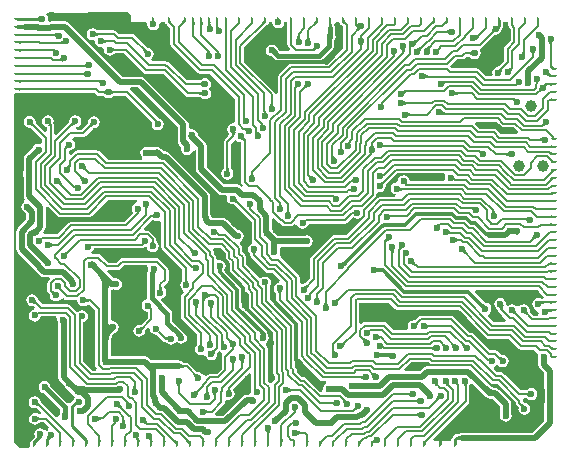
<source format=gbl>
G04*
G04 #@! TF.GenerationSoftware,Altium Limited,Altium Designer,20.2.7 (254)*
G04*
G04 Layer_Physical_Order=2*
G04 Layer_Color=16711680*
%FSLAX25Y25*%
%MOIN*%
G70*
G04*
G04 #@! TF.SameCoordinates,ED3E7EC8-A491-468E-AB69-A03096D74677*
G04*
G04*
G04 #@! TF.FilePolarity,Positive*
G04*
G01*
G75*
%ADD12C,0.00984*%
%ADD13C,0.00787*%
%ADD85C,0.01968*%
%ADD86C,0.01575*%
%ADD87C,0.01181*%
%ADD88C,0.03900*%
%ADD89C,0.02362*%
G04:AMPARAMS|DCode=90|XSize=9.84mil|YSize=19.68mil|CornerRadius=4.92mil|HoleSize=0mil|Usage=FLASHONLY|Rotation=0.000|XOffset=0mil|YOffset=0mil|HoleType=Round|Shape=RoundedRectangle|*
%AMROUNDEDRECTD90*
21,1,0.00984,0.00984,0,0,0.0*
21,1,0.00000,0.01968,0,0,0.0*
1,1,0.00984,0.00000,-0.00492*
1,1,0.00984,0.00000,-0.00492*
1,1,0.00984,0.00000,0.00492*
1,1,0.00984,0.00000,0.00492*
%
%ADD90ROUNDEDRECTD90*%
G04:AMPARAMS|DCode=91|XSize=9.84mil|YSize=19.68mil|CornerRadius=4.92mil|HoleSize=0mil|Usage=FLASHONLY|Rotation=270.000|XOffset=0mil|YOffset=0mil|HoleType=Round|Shape=RoundedRectangle|*
%AMROUNDEDRECTD91*
21,1,0.00984,0.00984,0,0,270.0*
21,1,0.00000,0.01968,0,0,270.0*
1,1,0.00984,-0.00492,0.00000*
1,1,0.00984,-0.00492,0.00000*
1,1,0.00984,0.00492,0.00000*
1,1,0.00984,0.00492,0.00000*
%
%ADD91ROUNDEDRECTD91*%
G36*
X9578Y142991D02*
X9504Y143047D01*
X9426Y143097D01*
X9342Y143142D01*
X9253Y143181D01*
X9159Y143213D01*
X9060Y143240D01*
X8957Y143261D01*
X8848Y143276D01*
X8734Y143284D01*
X8615Y143287D01*
X8506Y144272D01*
X8625Y144275D01*
X8739Y144286D01*
X8846Y144305D01*
X8946Y144330D01*
X9040Y144363D01*
X9128Y144403D01*
X9209Y144450D01*
X9283Y144505D01*
X9351Y144567D01*
X9413Y144636D01*
X9578Y142991D01*
D02*
G37*
G36*
X137106Y142126D02*
X136319D01*
X136318Y142767D01*
X137107D01*
X137106Y142126D01*
D02*
G37*
G36*
X47909Y142819D02*
X47905Y142792D01*
X47902Y142751D01*
X47893Y142333D01*
X47892Y142069D01*
X47105D01*
X47104Y142209D01*
X47073Y142742D01*
X47063Y142779D01*
X47052Y142801D01*
X47039Y142808D01*
X47913Y142832D01*
X47909Y142819D01*
D02*
G37*
G36*
X102254Y142567D02*
X102229Y142558D01*
X102195Y142538D01*
X102151Y142507D01*
X102038Y142413D01*
X101799Y142191D01*
X101594Y141990D01*
X101021Y142530D01*
X101166Y142681D01*
X101398Y142957D01*
X101484Y143081D01*
X101551Y143197D01*
X101598Y143304D01*
X101626Y143402D01*
X101633Y143491D01*
X101621Y143572D01*
X101589Y143644D01*
X102254Y142567D01*
D02*
G37*
G36*
X145561D02*
X145523Y142555D01*
X145478Y142533D01*
X145424Y142500D01*
X145363Y142457D01*
X145218Y142339D01*
X145042Y142179D01*
X144834Y141977D01*
X144327Y142583D01*
X144472Y142733D01*
X144702Y143007D01*
X144789Y143131D01*
X144855Y143247D01*
X144902Y143354D01*
X144930Y143453D01*
X144938Y143543D01*
X144927Y143624D01*
X144896Y143697D01*
X145561Y142567D01*
D02*
G37*
G36*
X141230D02*
X141193Y142555D01*
X141147Y142533D01*
X141094Y142500D01*
X141033Y142457D01*
X140887Y142339D01*
X140711Y142179D01*
X140504Y141977D01*
X139997Y142583D01*
X140141Y142733D01*
X140372Y143007D01*
X140458Y143131D01*
X140524Y143247D01*
X140571Y143354D01*
X140599Y143453D01*
X140608Y143543D01*
X140596Y143624D01*
X140566Y143697D01*
X141230Y142567D01*
D02*
G37*
G36*
X111175Y143624D02*
X111164Y143543D01*
X111172Y143453D01*
X111200Y143354D01*
X111247Y143247D01*
X111314Y143131D01*
X111400Y143007D01*
X111505Y142875D01*
X111630Y142733D01*
X111775Y142583D01*
X111268Y141977D01*
X111160Y142083D01*
X110739Y142457D01*
X110678Y142500D01*
X110624Y142533D01*
X110579Y142555D01*
X110541Y142567D01*
X111206Y143697D01*
X111175Y143624D01*
D02*
G37*
G36*
X84931Y142567D02*
X84894Y142555D01*
X84848Y142533D01*
X84795Y142500D01*
X84734Y142457D01*
X84588Y142339D01*
X84412Y142179D01*
X84205Y141977D01*
X83698Y142583D01*
X83842Y142733D01*
X84073Y143007D01*
X84159Y143131D01*
X84225Y143247D01*
X84272Y143354D01*
X84300Y143453D01*
X84308Y143543D01*
X84297Y143624D01*
X84267Y143697D01*
X84931Y142567D01*
D02*
G37*
G36*
X58042D02*
X58004Y142555D01*
X57958Y142533D01*
X57905Y142500D01*
X57844Y142457D01*
X57699Y142339D01*
X57522Y142179D01*
X57315Y141977D01*
X56808Y142583D01*
X56952Y142733D01*
X57183Y143007D01*
X57269Y143131D01*
X57336Y143247D01*
X57383Y143354D01*
X57410Y143453D01*
X57419Y143543D01*
X57407Y143624D01*
X57377Y143697D01*
X58042Y142567D01*
D02*
G37*
G36*
X150146Y142808D02*
X150136Y142769D01*
X150127Y142717D01*
X150113Y142570D01*
X150101Y142244D01*
X150098Y141957D01*
X149311D01*
X149310Y142108D01*
X149263Y142808D01*
X149252Y142832D01*
X150157D01*
X150146Y142808D01*
D02*
G37*
G36*
X98177D02*
X98167Y142769D01*
X98159Y142717D01*
X98145Y142570D01*
X98132Y142244D01*
X98130Y141957D01*
X97342D01*
X97342Y142108D01*
X97295Y142808D01*
X97284Y142832D01*
X98188D01*
X98177Y142808D01*
D02*
G37*
G36*
X72193D02*
X72183Y142769D01*
X72174Y142717D01*
X72160Y142570D01*
X72148Y142244D01*
X72146Y141957D01*
X71358D01*
X71358Y142108D01*
X71311Y142808D01*
X71300Y142832D01*
X72204D01*
X72193Y142808D01*
D02*
G37*
G36*
X63906D02*
X63896Y142769D01*
X63887Y142717D01*
X63873Y142570D01*
X63861Y142244D01*
X63858Y141957D01*
X63071D01*
X63070Y142108D01*
X63024Y142808D01*
X63012Y142832D01*
X63917D01*
X63906Y142808D01*
D02*
G37*
G36*
X61288D02*
X61278Y142769D01*
X61269Y142717D01*
X61255Y142570D01*
X61243Y142244D01*
X61240Y141957D01*
X60453D01*
X60452Y142108D01*
X60405Y142808D01*
X60394Y142832D01*
X61299D01*
X61288Y142808D01*
D02*
G37*
G36*
X154469Y142797D02*
X154453Y142749D01*
X154438Y142688D01*
X154426Y142614D01*
X154407Y142428D01*
X154395Y142190D01*
X154391Y141901D01*
X153604Y142014D01*
X153583Y142832D01*
X154488D01*
X154469Y142797D01*
D02*
G37*
G36*
X69149Y142818D02*
X69146Y142790D01*
X69140Y142686D01*
X69132Y142014D01*
X68345Y141901D01*
X68344Y142052D01*
X68310Y142614D01*
X68298Y142688D01*
X68283Y142749D01*
X68267Y142797D01*
X68248Y142832D01*
X69153D01*
X69149Y142818D01*
D02*
G37*
G36*
X176122Y142797D02*
X176106Y142748D01*
X176091Y142687D01*
X176078Y142613D01*
X176059Y142426D01*
X176047Y142188D01*
X176043Y141898D01*
X175256Y142016D01*
X175236Y142832D01*
X176141D01*
X176122Y142797D01*
D02*
G37*
G36*
X167461D02*
X167444Y142748D01*
X167430Y142687D01*
X167417Y142613D01*
X167397Y142426D01*
X167386Y142188D01*
X167382Y141898D01*
X166594Y142016D01*
X166575Y142832D01*
X167480D01*
X167461Y142797D01*
D02*
G37*
G36*
X158800D02*
X158783Y142748D01*
X158768Y142687D01*
X158756Y142613D01*
X158736Y142426D01*
X158724Y142188D01*
X158720Y141898D01*
X157933Y142016D01*
X157914Y142832D01*
X158818D01*
X158800Y142797D01*
D02*
G37*
G36*
X93839D02*
X93822Y142748D01*
X93808Y142687D01*
X93795Y142613D01*
X93775Y142426D01*
X93764Y142188D01*
X93760Y141898D01*
X92972Y142016D01*
X92953Y142832D01*
X93858D01*
X93839Y142797D01*
D02*
G37*
G36*
X119816Y142786D02*
X119793Y142729D01*
X119773Y142660D01*
X119755Y142580D01*
X119740Y142489D01*
X119719Y142274D01*
X119708Y142013D01*
X119706Y141866D01*
X118919Y142138D01*
X118937Y142832D01*
X119842D01*
X119816Y142786D01*
D02*
G37*
G36*
X53101Y143463D02*
X53086Y143384D01*
X53092Y143297D01*
X53118Y143200D01*
X53164Y143094D01*
X53230Y142979D01*
X53317Y142854D01*
X53423Y142720D01*
X53550Y142578D01*
X53696Y142426D01*
X53215Y141794D01*
X52470Y142567D01*
X53135Y143532D01*
X53101Y143463D01*
D02*
G37*
G36*
X106793Y142908D02*
X106798Y142832D01*
X106850D01*
X106839Y142808D01*
X106829Y142769D01*
X106820Y142717D01*
X106811Y142628D01*
X106871Y141723D01*
X106896Y141622D01*
X106924Y141548D01*
X106955Y141501D01*
X105841D01*
X105872Y141548D01*
X105899Y141622D01*
X105924Y141723D01*
X105945Y141852D01*
X105978Y142192D01*
X105984Y142388D01*
X105956Y142808D01*
X105945Y142832D01*
X106000D01*
X106002Y142908D01*
X106004Y143202D01*
X106791D01*
X106793Y142908D01*
D02*
G37*
G36*
X66531Y142818D02*
X66527Y142790D01*
X66522Y142686D01*
X66518Y142342D01*
X66519Y142316D01*
X66533Y142209D01*
X66557Y142107D01*
X66591Y142010D01*
X66634Y141918D01*
X66687Y141831D01*
X66750Y141749D01*
X66822Y141672D01*
X66904Y141600D01*
X66995Y141533D01*
X65370Y141227D01*
X65438Y141330D01*
X65552Y141536D01*
X65598Y141639D01*
X65638Y141743D01*
X65670Y141848D01*
X65695Y141953D01*
X65712Y142058D01*
X65720Y142138D01*
X65692Y142614D01*
X65680Y142688D01*
X65665Y142749D01*
X65649Y142797D01*
X65630Y142832D01*
X66535D01*
X66531Y142818D01*
D02*
G37*
G36*
X3954Y140462D02*
X3889Y140505D01*
X3793Y140544D01*
X3664Y140578D01*
X3504Y140607D01*
X3311Y140632D01*
X2831Y140669D01*
X1870Y140689D01*
Y141673D01*
X2222Y141675D01*
X3504Y141755D01*
X3664Y141785D01*
X3793Y141819D01*
X3889Y141857D01*
X3954Y141901D01*
Y140462D01*
D02*
G37*
G36*
X69137Y141509D02*
X69151Y141402D01*
X69175Y141306D01*
X69209Y141221D01*
X69253Y141146D01*
X69306Y141080D01*
X69368Y141026D01*
X69441Y140981D01*
X69523Y140947D01*
X69614Y140923D01*
X68254Y140089D01*
X68271Y140159D01*
X68287Y140245D01*
X68312Y140460D01*
X68337Y140892D01*
X68345Y141458D01*
X69132Y141625D01*
X69137Y141509D01*
D02*
G37*
G36*
X115493Y142798D02*
X115476Y142752D01*
X115461Y142696D01*
X115449Y142629D01*
X115429Y142463D01*
X115417Y142253D01*
X115416Y142184D01*
X115469Y142156D01*
X115526Y142135D01*
X115583Y142126D01*
X115639Y142127D01*
X115696Y142138D01*
X115753Y142160D01*
X115809Y142193D01*
X115866Y142236D01*
X115663Y141116D01*
X116622Y140157D01*
X116503Y140155D01*
X116388Y140144D01*
X116278Y140125D01*
X116171Y140099D01*
X116069Y140064D01*
X115972Y140022D01*
X115878Y139971D01*
X115789Y139912D01*
X115704Y139846D01*
X115624Y139772D01*
X115067Y140329D01*
X115141Y140409D01*
X115208Y140494D01*
X115266Y140583D01*
X115317Y140676D01*
X115359Y140774D01*
X115394Y140876D01*
X115421Y140982D01*
X115424Y141001D01*
X115406Y141024D01*
X115129Y141326D01*
X114741Y141723D01*
X115027Y142008D01*
X114626Y142016D01*
X114607Y142832D01*
X115511D01*
X115493Y142798D01*
D02*
G37*
G36*
X161602Y139370D02*
X161483Y139367D01*
X161368Y139357D01*
X161258Y139338D01*
X161152Y139311D01*
X161050Y139277D01*
X160952Y139234D01*
X160859Y139184D01*
X160769Y139125D01*
X160685Y139059D01*
X160604Y138984D01*
X160047Y139541D01*
X160122Y139622D01*
X160188Y139706D01*
X160247Y139795D01*
X160297Y139889D01*
X160340Y139987D01*
X160374Y140089D01*
X160401Y140195D01*
X160420Y140305D01*
X160430Y140420D01*
X160433Y140539D01*
X161602Y139370D01*
D02*
G37*
G36*
X146105Y138740D02*
X146019Y138822D01*
X145930Y138896D01*
X145839Y138961D01*
X145745Y139017D01*
X145648Y139065D01*
X145549Y139104D01*
X145448Y139134D01*
X145343Y139156D01*
X145236Y139169D01*
X145127Y139173D01*
Y139961D01*
X145236Y139965D01*
X145343Y139978D01*
X145448Y140000D01*
X145549Y140030D01*
X145648Y140069D01*
X145745Y140117D01*
X145839Y140173D01*
X145930Y140238D01*
X146019Y140311D01*
X146105Y140394D01*
Y138740D01*
D02*
G37*
G36*
X107185Y139384D02*
X107193Y138665D01*
X105546Y138803D01*
X105558Y138820D01*
X105569Y138851D01*
X105579Y138894D01*
X105587Y138950D01*
X105600Y139102D01*
X105610Y139427D01*
X105610Y139562D01*
X107185Y139384D01*
D02*
G37*
G36*
X165784Y142334D02*
Y141772D01*
X165784Y141772D01*
X165875Y141311D01*
X166137Y140920D01*
X166611Y140446D01*
Y136627D01*
X164700Y134716D01*
X164439Y134325D01*
X164347Y133864D01*
X164347Y133864D01*
Y129822D01*
X162566Y128041D01*
X162522Y128008D01*
X162471Y127977D01*
X162417Y127947D01*
X162358Y127918D01*
X162302Y127895D01*
X162136Y127841D01*
X162045Y127819D01*
X161990Y127794D01*
X161721Y127740D01*
X161070Y127305D01*
X160635Y126654D01*
X160482Y125886D01*
X160556Y125515D01*
X160021Y124728D01*
X158410D01*
X156105Y127033D01*
X155714Y127294D01*
X155253Y127385D01*
X155253Y127385D01*
X146857D01*
X146219Y128023D01*
X146226Y128085D01*
X148530Y130390D01*
X150399D01*
X150400Y130390D01*
X150860Y130482D01*
X151251Y130743D01*
X151720Y131212D01*
X152857D01*
X152894Y131204D01*
X152930Y131194D01*
X152966Y131179D01*
X153003Y131161D01*
X153042Y131138D01*
X153084Y131108D01*
X153116Y131082D01*
X153173Y130997D01*
X153824Y130562D01*
X154592Y130409D01*
X155360Y130562D01*
X156011Y130997D01*
X156446Y131648D01*
X156599Y132416D01*
X156446Y133184D01*
X156387Y133273D01*
X156760Y134124D01*
X156764Y134126D01*
X157151Y134385D01*
X161239Y138473D01*
X161270Y138494D01*
X161304Y138512D01*
X161339Y138527D01*
X161379Y138541D01*
X161423Y138552D01*
X161473Y138560D01*
X161514Y138564D01*
X161614Y138544D01*
X162382Y138697D01*
X163033Y139132D01*
X163469Y139783D01*
X163621Y140551D01*
X163586Y140728D01*
X163863Y141142D01*
X163962Y141642D01*
Y142717D01*
X165775D01*
X165784Y142334D01*
D02*
G37*
G36*
X155994Y137885D02*
X155011Y136933D01*
X154833Y138470D01*
X154900Y138417D01*
X154969Y138379D01*
X155041Y138355D01*
X155114Y138347D01*
X155190Y138353D01*
X155269Y138374D01*
X155349Y138410D01*
X155431Y138461D01*
X155516Y138527D01*
X155603Y138608D01*
X155994Y137885D01*
D02*
G37*
G36*
X2585Y139017D02*
X2633Y139000D01*
X2694Y138986D01*
X2768Y138973D01*
X2954Y138954D01*
X3192Y138943D01*
X3481Y138939D01*
X3368Y138151D01*
X2550Y138130D01*
Y139035D01*
X2585Y139017D01*
D02*
G37*
G36*
X14941Y137664D02*
X14878Y137757D01*
X14809Y137840D01*
X14735Y137913D01*
X14656Y137976D01*
X14571Y138030D01*
X14480Y138074D01*
X14384Y138108D01*
X14283Y138132D01*
X14175Y138146D01*
X14063Y138151D01*
X14251Y138939D01*
X14356Y138942D01*
X14462Y138952D01*
X14567Y138969D01*
X14672Y138993D01*
X14778Y139024D01*
X14883Y139061D01*
X14988Y139105D01*
X15092Y139156D01*
X15302Y139278D01*
X14941Y137664D01*
D02*
G37*
G36*
X117104Y137961D02*
X117126Y137699D01*
X117139Y137631D01*
X117156Y137571D01*
X117175Y137521D01*
X117197Y137480D01*
X117221Y137448D01*
X117249Y137425D01*
X116152Y137496D01*
X116183Y137514D01*
X116211Y137542D01*
X116235Y137578D01*
X116256Y137622D01*
X116274Y137675D01*
X116289Y137737D01*
X116301Y137806D01*
X116309Y137885D01*
X116315Y138067D01*
X117103D01*
X117104Y137961D01*
D02*
G37*
G36*
X96264Y137933D02*
X96277Y137826D01*
X96299Y137722D01*
X96329Y137620D01*
X96368Y137521D01*
X96416Y137424D01*
X96472Y137330D01*
X96537Y137239D01*
X96611Y137150D01*
X96693Y137064D01*
X95039D01*
X95122Y137150D01*
X95195Y137239D01*
X95260Y137330D01*
X95316Y137424D01*
X95364Y137521D01*
X95403Y137620D01*
X95433Y137722D01*
X95455Y137826D01*
X95468Y137933D01*
X95472Y138043D01*
X96260D01*
X96264Y137933D01*
D02*
G37*
G36*
X99510Y137715D02*
X99514Y137607D01*
X99526Y137501D01*
X99547Y137396D01*
X99575Y137292D01*
X99611Y137190D01*
X99655Y137090D01*
X99708Y136992D01*
X99768Y136895D01*
X99837Y136799D01*
X99913Y136705D01*
X98265Y136840D01*
X98352Y136918D01*
X98430Y136999D01*
X98499Y137085D01*
X98558Y137174D01*
X98608Y137266D01*
X98650Y137362D01*
X98682Y137462D01*
X98705Y137566D01*
X98718Y137673D01*
X98723Y137784D01*
X99510Y137715D01*
D02*
G37*
G36*
X135440Y136065D02*
X135369Y135990D01*
X135234Y135831D01*
X135170Y135746D01*
X135051Y135565D01*
X134995Y135470D01*
X134892Y135268D01*
X134845Y135162D01*
X134258Y136701D01*
X134353Y136663D01*
X134448Y136637D01*
X134541Y136625D01*
X134633Y136625D01*
X134724Y136638D01*
X134813Y136664D01*
X134902Y136703D01*
X134989Y136755D01*
X135075Y136820D01*
X135160Y136898D01*
X135440Y136065D01*
D02*
G37*
G36*
X107030Y136966D02*
X107017Y136948D01*
X107005Y136918D01*
X106994Y136874D01*
X106985Y136818D01*
X106971Y136665D01*
X106960Y136340D01*
X106959Y136206D01*
X105385Y136438D01*
X105386Y137144D01*
X107030Y136966D01*
D02*
G37*
G36*
X2574Y136425D02*
X2613Y136416D01*
X2665Y136407D01*
X2812Y136393D01*
X3138Y136380D01*
X3425Y136378D01*
Y135591D01*
X3274Y135590D01*
X2574Y135543D01*
X2550Y135532D01*
Y136437D01*
X2574Y136425D01*
D02*
G37*
G36*
X180666Y136373D02*
X180592Y136285D01*
X180527Y136193D01*
X180471Y136099D01*
X180423Y136003D01*
X180384Y135904D01*
X180354Y135802D01*
X180332Y135697D01*
X180319Y135591D01*
X180315Y135481D01*
X179528D01*
X179523Y135591D01*
X179510Y135697D01*
X179489Y135802D01*
X179458Y135904D01*
X179419Y136003D01*
X179372Y136099D01*
X179315Y136193D01*
X179250Y136285D01*
X179177Y136373D01*
X179095Y136460D01*
X180748D01*
X180666Y136373D01*
D02*
G37*
G36*
X18071Y135319D02*
X17960Y135359D01*
X17722Y135427D01*
X17596Y135455D01*
X17326Y135497D01*
X17183Y135512D01*
X16722Y135531D01*
X16618Y136319D01*
X16733Y136324D01*
X16840Y136339D01*
X16938Y136364D01*
X17028Y136399D01*
X17109Y136443D01*
X17183Y136498D01*
X17248Y136563D01*
X17304Y136638D01*
X17353Y136723D01*
X17393Y136818D01*
X18071Y135319D01*
D02*
G37*
G36*
X117418Y135521D02*
X117347Y135428D01*
X117284Y135334D01*
X117230Y135237D01*
X117184Y135138D01*
X117146Y135038D01*
X117117Y134935D01*
X117096Y134830D01*
X117084Y134724D01*
X117079Y134615D01*
X116292Y134578D01*
X116287Y134688D01*
X116274Y134795D01*
X116252Y134899D01*
X116220Y135000D01*
X116180Y135098D01*
X116131Y135192D01*
X116073Y135283D01*
X116006Y135372D01*
X115930Y135457D01*
X115845Y135538D01*
X117497Y135611D01*
X117418Y135521D01*
D02*
G37*
G36*
X101744Y133616D02*
X101704Y133623D01*
X101659Y133621D01*
X101611Y133610D01*
X101559Y133591D01*
X101503Y133563D01*
X101444Y133526D01*
X101381Y133480D01*
X101314Y133426D01*
X101169Y133291D01*
X100612Y133848D01*
X100684Y133922D01*
X100802Y134060D01*
X100847Y134123D01*
X100884Y134182D01*
X100912Y134238D01*
X100932Y134290D01*
X100942Y134338D01*
X100944Y134382D01*
X100937Y134423D01*
X101744Y133616D01*
D02*
G37*
G36*
X139798Y134320D02*
X139720Y134235D01*
X139655Y134149D01*
X139604Y134063D01*
X139566Y133975D01*
X139541Y133887D01*
X139529Y133798D01*
X139530Y133708D01*
X139545Y133617D01*
X139573Y133526D01*
X139614Y133434D01*
X138069Y133965D01*
X138167Y134013D01*
X138370Y134133D01*
X138475Y134204D01*
X138693Y134370D01*
X138921Y134566D01*
X139158Y134793D01*
X139798Y134320D01*
D02*
G37*
G36*
X109523Y142520D02*
X109806Y142097D01*
X110122Y141886D01*
X110134Y141876D01*
X110142Y141873D01*
X110229Y141814D01*
X110260Y141808D01*
X110525Y141573D01*
X110804Y141295D01*
Y134108D01*
X105558Y128862D01*
X93259D01*
X92799Y128770D01*
X92408Y128509D01*
X92408Y128509D01*
X89208Y125309D01*
X88946Y124918D01*
X88855Y124457D01*
X88855Y124457D01*
Y119011D01*
X88067Y118933D01*
X88022Y119162D01*
X87761Y119552D01*
X87761Y119552D01*
X77681Y129633D01*
Y134306D01*
X85025Y141651D01*
X85111Y141729D01*
X85207Y141807D01*
X85243Y141814D01*
X85331Y141873D01*
X85339Y141876D01*
X85350Y141886D01*
X85667Y142097D01*
X85949Y142520D01*
X85988Y142717D01*
X87166D01*
X87319Y141948D01*
X87754Y141297D01*
X88405Y140862D01*
X89173Y140709D01*
X89941Y140862D01*
X90592Y141297D01*
X91027Y141948D01*
X91180Y142717D01*
X92153D01*
X92162Y142334D01*
Y137416D01*
X92162Y137416D01*
Y135380D01*
X92162Y135380D01*
X92254Y134919D01*
X92515Y134528D01*
X92652Y134391D01*
X92652Y134390D01*
X93109Y133934D01*
X92807Y133207D01*
X89651D01*
X88897Y133961D01*
X88862Y134134D01*
X88427Y134785D01*
X87776Y135220D01*
X87008Y135373D01*
X86240Y135220D01*
X85589Y134785D01*
X85154Y134134D01*
X85001Y133366D01*
X85154Y132598D01*
X85589Y131947D01*
X86240Y131512D01*
X86943Y131372D01*
X86955Y131361D01*
X87851Y130466D01*
X88371Y130118D01*
X88986Y129996D01*
X102820D01*
X102820Y129996D01*
X103434Y130118D01*
X103955Y130466D01*
X107307Y133818D01*
X107307Y133818D01*
X107655Y134339D01*
X107778Y134953D01*
Y136563D01*
X108153Y137126D01*
X108306Y137894D01*
X108153Y138662D01*
X108003Y138887D01*
Y140945D01*
X107881Y141559D01*
X107666Y141882D01*
X107662Y141929D01*
X108371Y142717D01*
X109484D01*
X109523Y142520D01*
D02*
G37*
G36*
X136857Y133969D02*
X136782Y133887D01*
X136716Y133802D01*
X136659Y133713D01*
X136610Y133619D01*
X136571Y133522D01*
X136541Y133421D01*
X136520Y133316D01*
X136508Y133207D01*
X136505Y133094D01*
X136511Y132977D01*
X135255Y134052D01*
X135375Y134064D01*
X135491Y134083D01*
X135602Y134108D01*
X135709Y134141D01*
X135811Y134180D01*
X135909Y134226D01*
X136002Y134279D01*
X136091Y134339D01*
X136174Y134406D01*
X136254Y134480D01*
X136857Y133969D01*
D02*
G37*
G36*
X2585Y133820D02*
X2633Y133803D01*
X2694Y133789D01*
X2768Y133776D01*
X2954Y133757D01*
X3192Y133746D01*
X3481Y133742D01*
X3368Y132955D01*
X2550Y132934D01*
Y133838D01*
X2585Y133820D01*
D02*
G37*
G36*
X131533Y133787D02*
X131465Y133691D01*
X131404Y133594D01*
X131352Y133495D01*
X131308Y133395D01*
X131272Y133293D01*
X131243Y133190D01*
X131223Y133085D01*
X131211Y132978D01*
X131207Y132870D01*
X130420Y132800D01*
X130415Y132911D01*
X130401Y133018D01*
X130378Y133121D01*
X130346Y133221D01*
X130305Y133317D01*
X130255Y133410D01*
X130195Y133498D01*
X130126Y133583D01*
X130049Y133665D01*
X129961Y133743D01*
X131609Y133881D01*
X131533Y133787D01*
D02*
G37*
G36*
X66190Y132973D02*
X66204Y132748D01*
X66210Y132711D01*
X66218Y132681D01*
X66226Y132659D01*
X66236Y132645D01*
X66247Y132638D01*
X65367Y132526D01*
X65374Y132535D01*
X65380Y132553D01*
X65385Y132581D01*
X65390Y132619D01*
X65397Y132723D01*
X65402Y133048D01*
X66190D01*
X66190Y132973D01*
D02*
G37*
G36*
X174760Y132830D02*
X174687Y132741D01*
X174622Y132650D01*
X174565Y132556D01*
X174518Y132459D01*
X174479Y132360D01*
X174448Y132258D01*
X174427Y132154D01*
X174414Y132047D01*
X174409Y131938D01*
X173622D01*
X173618Y132047D01*
X173605Y132154D01*
X173583Y132258D01*
X173553Y132360D01*
X173514Y132459D01*
X173466Y132556D01*
X173410Y132650D01*
X173345Y132741D01*
X173271Y132830D01*
X173189Y132916D01*
X174843D01*
X174760Y132830D01*
D02*
G37*
G36*
X171358Y132780D02*
X171360Y132676D01*
X171377Y132468D01*
X171392Y132363D01*
X171435Y132152D01*
X171463Y132045D01*
X171531Y131831D01*
X171571Y131723D01*
X170072Y132401D01*
X170167Y132441D01*
X170252Y132490D01*
X170327Y132547D01*
X170391Y132612D01*
X170446Y132685D01*
X170491Y132766D01*
X170526Y132856D01*
X170551Y132955D01*
X170566Y133061D01*
X170571Y133176D01*
X171358Y132780D01*
D02*
G37*
G36*
X88680Y133021D02*
X87762Y131711D01*
X87667Y131806D01*
X87263Y132158D01*
X87224Y132181D01*
X87193Y132194D01*
X87170Y132196D01*
X88181Y133505D01*
X88680Y133021D01*
D02*
G37*
G36*
X153748Y131589D02*
X153662Y131672D01*
X153573Y131745D01*
X153482Y131810D01*
X153388Y131867D01*
X153291Y131914D01*
X153192Y131953D01*
X153090Y131983D01*
X152986Y132005D01*
X152879Y132018D01*
X152769Y132023D01*
Y132810D01*
X152879Y132814D01*
X152986Y132827D01*
X153090Y132849D01*
X153192Y132879D01*
X153291Y132918D01*
X153388Y132966D01*
X153482Y133022D01*
X153573Y133087D01*
X153662Y133161D01*
X153748Y133243D01*
Y131589D01*
D02*
G37*
G36*
X128348Y132302D02*
X128287Y132233D01*
X128233Y132157D01*
X128187Y132076D01*
X128147Y131988D01*
X128115Y131893D01*
X128090Y131792D01*
X128072Y131685D01*
X128061Y131572D01*
X128057Y131452D01*
X127270D01*
X127266Y131572D01*
X127256Y131685D01*
X127238Y131792D01*
X127213Y131893D01*
X127180Y131988D01*
X127141Y132076D01*
X127094Y132157D01*
X127040Y132233D01*
X126979Y132302D01*
X126911Y132364D01*
X128417D01*
X128348Y132302D01*
D02*
G37*
G36*
X2574Y131229D02*
X2613Y131219D01*
X2665Y131210D01*
X2812Y131196D01*
X3138Y131184D01*
X3425Y131181D01*
Y130394D01*
X3274Y130393D01*
X2574Y130346D01*
X2550Y130335D01*
Y131240D01*
X2574Y131229D01*
D02*
G37*
G36*
X17447Y129586D02*
X17358Y129613D01*
X17258Y129636D01*
X17027Y129675D01*
X16754Y129702D01*
X16267Y129723D01*
X16083Y129724D01*
X15942Y130512D01*
X16058Y130517D01*
X16164Y130531D01*
X16261Y130556D01*
X16348Y130590D01*
X16426Y130634D01*
X16494Y130689D01*
X16552Y130752D01*
X16601Y130826D01*
X16641Y130910D01*
X16671Y131003D01*
X17447Y129586D01*
D02*
G37*
G36*
X2574Y128630D02*
X2613Y128620D01*
X2665Y128611D01*
X2812Y128597D01*
X3138Y128585D01*
X3425Y128583D01*
Y127795D01*
X3274Y127795D01*
X2574Y127748D01*
X2550Y127737D01*
Y128641D01*
X2574Y128630D01*
D02*
G37*
G36*
X180321Y128168D02*
X180702Y127834D01*
X180770Y127786D01*
X180828Y127753D01*
X180875Y127735D01*
X180912Y127731D01*
X180937Y127741D01*
X180166Y127076D01*
X180155Y127113D01*
X180134Y127155D01*
X180105Y127204D01*
X180067Y127260D01*
X179962Y127391D01*
X179821Y127548D01*
X179643Y127731D01*
X180200Y128288D01*
X180321Y128168D01*
D02*
G37*
G36*
X163911Y127127D02*
X163835Y127043D01*
X163770Y126957D01*
X163716Y126868D01*
X163672Y126777D01*
X163639Y126682D01*
X163617Y126584D01*
X163606Y126483D01*
X163606Y126379D01*
X163616Y126272D01*
X163638Y126163D01*
X162235Y127039D01*
X162355Y127068D01*
X162580Y127141D01*
X162685Y127185D01*
X162786Y127233D01*
X162882Y127286D01*
X162973Y127344D01*
X163059Y127407D01*
X163141Y127474D01*
X163217Y127546D01*
X163911Y127127D01*
D02*
G37*
G36*
X167225Y127099D02*
X167150Y127018D01*
X167084Y126934D01*
X167025Y126844D01*
X166975Y126751D01*
X166932Y126653D01*
X166897Y126551D01*
X166871Y126445D01*
X166852Y126335D01*
X166841Y126220D01*
X166839Y126101D01*
X165670Y127270D01*
X165789Y127273D01*
X165903Y127283D01*
X166014Y127302D01*
X166120Y127329D01*
X166222Y127363D01*
X166320Y127406D01*
X166413Y127456D01*
X166502Y127515D01*
X166587Y127581D01*
X166668Y127656D01*
X167225Y127099D01*
D02*
G37*
G36*
X2585Y126024D02*
X2633Y126008D01*
X2694Y125994D01*
X2768Y125981D01*
X2954Y125962D01*
X3192Y125950D01*
X3481Y125947D01*
X3368Y125159D01*
X2550Y125138D01*
Y126043D01*
X2585Y126024D01*
D02*
G37*
G36*
X24804Y124710D02*
X24723Y124795D01*
X24639Y124872D01*
X24551Y124939D01*
X24460Y124997D01*
X24366Y125047D01*
X24269Y125087D01*
X24168Y125119D01*
X24065Y125141D01*
X23957Y125155D01*
X23847Y125159D01*
X23890Y125947D01*
X23999Y125951D01*
X24106Y125963D01*
X24210Y125984D01*
X24313Y126013D01*
X24414Y126050D01*
X24513Y126096D01*
X24610Y126150D01*
X24705Y126212D01*
X24798Y126282D01*
X24889Y126361D01*
X24804Y124710D01*
D02*
G37*
G36*
X179636Y126067D02*
X179656Y125951D01*
X179684Y125840D01*
X179718Y125733D01*
X179759Y125631D01*
X179806Y125533D01*
X179859Y125441D01*
X179920Y125352D01*
X179987Y125269D01*
X180060Y125189D01*
X179562Y124574D01*
X179480Y124649D01*
X179395Y124715D01*
X179306Y124772D01*
X179212Y124819D01*
X179115Y124857D01*
X179015Y124886D01*
X178910Y124906D01*
X178802Y124916D01*
X178690Y124917D01*
X178574Y124909D01*
X179621Y126188D01*
X179636Y126067D01*
D02*
G37*
G36*
X138198Y125398D02*
X138263Y125315D01*
X138334Y125241D01*
X138411Y125177D01*
X138494Y125123D01*
X138583Y125079D01*
X138678Y125044D01*
X138779Y125020D01*
X138886Y125005D01*
X138999Y125000D01*
X138777Y124213D01*
X138672Y124209D01*
X138567Y124200D01*
X138462Y124184D01*
X138356Y124162D01*
X138251Y124133D01*
X138144Y124098D01*
X138038Y124056D01*
X137825Y123954D01*
X137718Y123893D01*
X138139Y125492D01*
X138198Y125398D01*
D02*
G37*
G36*
X144985Y122655D02*
X144891Y122560D01*
X144492Y122108D01*
X144487Y122090D01*
X144071Y123047D01*
X144093Y123033D01*
X144118Y123025D01*
X144147Y123024D01*
X144178Y123031D01*
X144212Y123044D01*
X144249Y123064D01*
X144290Y123090D01*
X144333Y123124D01*
X144379Y123164D01*
X144428Y123212D01*
X144985Y122655D01*
D02*
G37*
G36*
X2574Y123433D02*
X2613Y123423D01*
X2665Y123415D01*
X2812Y123400D01*
X3138Y123388D01*
X3425Y123386D01*
Y122598D01*
X3274Y122598D01*
X2574Y122551D01*
X2550Y122540D01*
Y123444D01*
X2574Y123433D01*
D02*
G37*
G36*
X175777Y122800D02*
X175758Y122789D01*
X175741Y122770D01*
X175726Y122743D01*
X175714Y122708D01*
X175703Y122665D01*
X175694Y122613D01*
X175687Y122554D01*
X175679Y122410D01*
X175678Y122326D01*
X174891D01*
X174890Y122425D01*
X174871Y122726D01*
X174862Y122778D01*
X174852Y122820D01*
X174840Y122853D01*
X174827Y122876D01*
X174812Y122890D01*
X175777Y122800D01*
D02*
G37*
G36*
X178754Y121751D02*
X178683Y121678D01*
X178479Y121440D01*
X178448Y121394D01*
X178426Y121353D01*
X178411Y121317D01*
X178405Y121287D01*
X178407Y121262D01*
X177758Y122037D01*
X177783Y122031D01*
X177812Y122031D01*
X177846Y122039D01*
X177884Y122055D01*
X177926Y122078D01*
X177972Y122109D01*
X178022Y122147D01*
X178135Y122247D01*
X178198Y122308D01*
X178754Y121751D01*
D02*
G37*
G36*
X180431Y121615D02*
X180417Y121619D01*
X180388Y121622D01*
X180285Y121628D01*
X179612Y121635D01*
X179499Y122423D01*
X179650Y122424D01*
X180213Y122458D01*
X180286Y122470D01*
X180347Y122485D01*
X180395Y122501D01*
X180431Y122519D01*
Y121615D01*
D02*
G37*
G36*
X98906Y120965D02*
X98786Y120962D01*
X98672Y120951D01*
X98561Y120932D01*
X98455Y120906D01*
X98353Y120871D01*
X98255Y120828D01*
X98162Y120778D01*
X98073Y120720D01*
X97988Y120653D01*
X97907Y120579D01*
X97351Y121135D01*
X97425Y121216D01*
X97491Y121301D01*
X97550Y121390D01*
X97600Y121483D01*
X97643Y121581D01*
X97677Y121683D01*
X97704Y121789D01*
X97723Y121900D01*
X97734Y122015D01*
X97736Y122134D01*
X98906Y120965D01*
D02*
G37*
G36*
X2574Y120835D02*
X2613Y120825D01*
X2665Y120816D01*
X2812Y120802D01*
X3138Y120790D01*
X3425Y120787D01*
Y120000D01*
X3274Y119999D01*
X2574Y119953D01*
X2550Y119941D01*
Y120846D01*
X2574Y120835D01*
D02*
G37*
G36*
X131704Y119505D02*
X131296Y119051D01*
X130825Y119854D01*
X130840Y119848D01*
X130859Y119847D01*
X130882Y119853D01*
X130908Y119864D01*
X130938Y119882D01*
X130973Y119906D01*
X131010Y119936D01*
X131098Y120014D01*
X131147Y120062D01*
X131704Y119505D01*
D02*
G37*
G36*
X177356Y119787D02*
X177236Y119774D01*
X177120Y119754D01*
X177009Y119728D01*
X176902Y119695D01*
X176800Y119655D01*
X176702Y119608D01*
X176609Y119555D01*
X176521Y119494D01*
X176437Y119428D01*
X176358Y119354D01*
X175748Y119858D01*
X175824Y119940D01*
X175890Y120025D01*
X175946Y120115D01*
X175994Y120208D01*
X176033Y120305D01*
X176062Y120406D01*
X176082Y120511D01*
X176094Y120619D01*
X176096Y120732D01*
X176088Y120848D01*
X177356Y119787D01*
D02*
G37*
G36*
X180431Y119016D02*
X180417Y119020D01*
X180388Y119024D01*
X180286Y119030D01*
X179617Y119037D01*
Y119825D01*
X179745Y119825D01*
X180231Y119859D01*
X180297Y119872D01*
X180352Y119886D01*
X180397Y119903D01*
X180431Y119921D01*
Y119016D01*
D02*
G37*
G36*
X33508Y120134D02*
X33597Y120061D01*
X33689Y119996D01*
X33783Y119939D01*
X33879Y119892D01*
X33978Y119853D01*
X34080Y119822D01*
X34184Y119801D01*
X34291Y119788D01*
X34401Y119783D01*
Y118996D01*
X34291Y118992D01*
X34184Y118979D01*
X34080Y118957D01*
X33978Y118927D01*
X33879Y118888D01*
X33783Y118840D01*
X33689Y118784D01*
X33597Y118719D01*
X33508Y118645D01*
X33422Y118563D01*
Y120217D01*
X33508Y120134D01*
D02*
G37*
G36*
X31735Y118563D02*
X31649Y118645D01*
X31560Y118719D01*
X31469Y118784D01*
X31375Y118840D01*
X31278Y118888D01*
X31179Y118927D01*
X31077Y118957D01*
X30973Y118979D01*
X30866Y118992D01*
X30757Y118996D01*
Y119783D01*
X30866Y119788D01*
X30973Y119801D01*
X31077Y119822D01*
X31179Y119853D01*
X31278Y119892D01*
X31375Y119939D01*
X31469Y119996D01*
X31560Y120061D01*
X31649Y120134D01*
X31735Y120217D01*
Y118563D01*
D02*
G37*
G36*
X147977Y119741D02*
X148066Y119667D01*
X148157Y119602D01*
X148251Y119546D01*
X148348Y119498D01*
X148447Y119459D01*
X148549Y119429D01*
X148653Y119407D01*
X148760Y119394D01*
X148870Y119390D01*
Y118602D01*
X148760Y118598D01*
X148653Y118585D01*
X148549Y118563D01*
X148447Y118533D01*
X148348Y118494D01*
X148251Y118447D01*
X148157Y118390D01*
X148066Y118325D01*
X147977Y118252D01*
X147891Y118169D01*
Y119823D01*
X147977Y119741D01*
D02*
G37*
G36*
X180431Y116418D02*
X180406Y116429D01*
X180368Y116439D01*
X180315Y116448D01*
X180168Y116462D01*
X179843Y116474D01*
X179556Y116476D01*
Y117264D01*
X179706Y117264D01*
X180406Y117311D01*
X180431Y117322D01*
Y116418D01*
D02*
G37*
G36*
X167939Y117342D02*
X168106Y117201D01*
X168154Y117169D01*
X168197Y117146D01*
X168236Y117129D01*
X168271Y117121D01*
X168302Y117120D01*
X168328Y117127D01*
X167660Y116354D01*
X167662Y116381D01*
X167657Y116412D01*
X167643Y116449D01*
X167621Y116490D01*
X167591Y116537D01*
X167552Y116589D01*
X167452Y116708D01*
X167318Y116848D01*
X167875Y117404D01*
X167939Y117342D01*
D02*
G37*
G36*
X131054Y116498D02*
X131143Y116425D01*
X131234Y116360D01*
X131328Y116303D01*
X131425Y116256D01*
X131524Y116217D01*
X131626Y116186D01*
X131730Y116165D01*
X131837Y116152D01*
X131947Y116147D01*
Y115360D01*
X131837Y115356D01*
X131730Y115343D01*
X131626Y115321D01*
X131524Y115291D01*
X131425Y115252D01*
X131328Y115204D01*
X131234Y115148D01*
X131143Y115083D01*
X131054Y115009D01*
X130968Y114927D01*
Y116580D01*
X131054Y116498D01*
D02*
G37*
G36*
X87308Y115492D02*
X87321Y115385D01*
X87342Y115281D01*
X87372Y115179D01*
X87411Y115080D01*
X87459Y114983D01*
X87515Y114889D01*
X87580Y114798D01*
X87654Y114709D01*
X87736Y114623D01*
X86083D01*
X86165Y114709D01*
X86239Y114798D01*
X86304Y114889D01*
X86360Y114983D01*
X86408Y115080D01*
X86446Y115179D01*
X86477Y115281D01*
X86498Y115385D01*
X86511Y115492D01*
X86516Y115602D01*
X87303D01*
X87308Y115492D01*
D02*
G37*
G36*
X143830Y113101D02*
X143887Y113016D01*
X143951Y112941D01*
X144022Y112876D01*
X144100Y112821D01*
X144186Y112777D01*
X144278Y112742D01*
X144378Y112717D01*
X144485Y112702D01*
X144599Y112697D01*
X144298Y111909D01*
X144195Y111907D01*
X143987Y111885D01*
X143881Y111866D01*
X143667Y111811D01*
X143559Y111776D01*
X143340Y111688D01*
X143229Y111636D01*
X143780Y113195D01*
X143830Y113101D01*
D02*
G37*
G36*
X132239Y112655D02*
X132327Y112581D01*
X132418Y112516D01*
X132512Y112460D01*
X132608Y112412D01*
X132707Y112373D01*
X132809Y112342D01*
X132913Y112320D01*
X133020Y112308D01*
X133130Y112303D01*
X133126Y111516D01*
X133016Y111511D01*
X132910Y111498D01*
X132805Y111477D01*
X132703Y111447D01*
X132604Y111408D01*
X132507Y111360D01*
X132413Y111304D01*
X132321Y111240D01*
X132232Y111166D01*
X132145Y111084D01*
X132153Y112738D01*
X132239Y112655D01*
D02*
G37*
G36*
X39862Y145208D02*
Y142717D01*
X44950D01*
X45450Y142108D01*
X45434Y142027D01*
X45587Y141259D01*
X46022Y140608D01*
X46673Y140173D01*
X47441Y140021D01*
X48209Y140173D01*
X48860Y140608D01*
X49295Y141259D01*
X49448Y142027D01*
X49432Y142108D01*
X49932Y142717D01*
X51413D01*
X51452Y142520D01*
X51735Y142097D01*
X51872Y142005D01*
X51904Y141958D01*
X53127Y140735D01*
Y135568D01*
X53127Y135568D01*
X53218Y135107D01*
X53479Y134717D01*
X62276Y125920D01*
X62276Y125920D01*
X62666Y125659D01*
X63127Y125567D01*
X66467D01*
X74780Y117254D01*
Y109483D01*
X74171Y108984D01*
X74114Y108995D01*
X73346Y108843D01*
X72695Y108407D01*
X72260Y107756D01*
X72107Y106988D01*
X72260Y106220D01*
X72695Y105569D01*
X72511Y104824D01*
X71294Y103607D01*
X71033Y103217D01*
X70941Y102756D01*
X70941Y102756D01*
Y96519D01*
X70941Y96519D01*
X70941Y96519D01*
Y93959D01*
X70934Y93922D01*
X70923Y93886D01*
X70909Y93850D01*
X70891Y93813D01*
X70867Y93774D01*
X70838Y93732D01*
X70811Y93700D01*
X70727Y93644D01*
X70291Y92993D01*
X70139Y92224D01*
X70291Y91456D01*
X70727Y90805D01*
X71378Y90370D01*
X72146Y90217D01*
X72914Y90370D01*
X73565Y90805D01*
X74000Y91456D01*
X74153Y92224D01*
X74000Y92993D01*
X73565Y93644D01*
X73480Y93700D01*
X73454Y93732D01*
X73424Y93774D01*
X73401Y93813D01*
X73383Y93850D01*
X73368Y93886D01*
X73357Y93922D01*
X73350Y93959D01*
Y96519D01*
X73350Y96519D01*
Y102257D01*
X74555Y103463D01*
X75156Y103404D01*
X75807Y102969D01*
X76575Y102816D01*
X76752Y102048D01*
Y89577D01*
X76752Y89577D01*
X76844Y89116D01*
X77105Y88726D01*
X77433Y88398D01*
X77174Y87543D01*
X77169Y87542D01*
X76520Y88191D01*
X75934Y88582D01*
X75242Y88720D01*
X70991D01*
X65290Y94420D01*
Y101476D01*
X65153Y102168D01*
X64762Y102754D01*
X62433Y105082D01*
X62440Y105118D01*
X62287Y105886D01*
X61852Y106537D01*
X61201Y106973D01*
X60433Y107125D01*
X59976Y107034D01*
X59188Y107529D01*
Y108661D01*
X59051Y109353D01*
X58659Y109939D01*
X44486Y124112D01*
X43900Y124504D01*
X43209Y124641D01*
X37067D01*
X19250Y142458D01*
X18664Y142850D01*
X17972Y142988D01*
X17661D01*
X17365Y143046D01*
X13386D01*
X12950Y142960D01*
X12382Y143401D01*
X12276Y143568D01*
X12342Y143898D01*
X12189Y144666D01*
X11842Y145185D01*
X11991Y145673D01*
X12190Y145973D01*
X39087Y145995D01*
X39862Y145208D01*
D02*
G37*
G36*
X178013Y108314D02*
X177972Y108321D01*
X177928Y108319D01*
X177880Y108308D01*
X177828Y108289D01*
X177772Y108261D01*
X177713Y108224D01*
X177650Y108178D01*
X177583Y108124D01*
X177438Y107989D01*
X176881Y108546D01*
X176953Y108620D01*
X177070Y108758D01*
X177116Y108821D01*
X177153Y108880D01*
X177181Y108936D01*
X177200Y108988D01*
X177211Y109036D01*
X177213Y109080D01*
X177206Y109121D01*
X178013Y108314D01*
D02*
G37*
G36*
X21445Y108563D02*
X21326Y108560D01*
X21211Y108550D01*
X21100Y108531D01*
X20994Y108504D01*
X20892Y108470D01*
X20794Y108427D01*
X20701Y108377D01*
X20612Y108318D01*
X20527Y108252D01*
X20447Y108177D01*
X19890Y108734D01*
X19964Y108815D01*
X20031Y108899D01*
X20089Y108988D01*
X20140Y109082D01*
X20182Y109179D01*
X20217Y109282D01*
X20244Y109388D01*
X20262Y109498D01*
X20273Y109613D01*
X20276Y109732D01*
X21445Y108563D01*
D02*
G37*
G36*
X13253Y109036D02*
X13251Y109014D01*
X13256Y108989D01*
X13267Y108960D01*
X13284Y108928D01*
X13308Y108892D01*
X13338Y108852D01*
X13418Y108761D01*
X13467Y108711D01*
X12911Y108154D01*
X12830Y108234D01*
X12468Y108555D01*
X12446Y108567D01*
X12431Y108570D01*
X13262Y109054D01*
X13253Y109036D01*
D02*
G37*
G36*
X7385Y109416D02*
X7395Y109301D01*
X7414Y109191D01*
X7441Y109085D01*
X7475Y108983D01*
X7518Y108885D01*
X7568Y108792D01*
X7627Y108703D01*
X7693Y108618D01*
X7768Y108537D01*
X7211Y107980D01*
X7130Y108055D01*
X7046Y108121D01*
X6956Y108180D01*
X6863Y108230D01*
X6765Y108273D01*
X6663Y108307D01*
X6557Y108334D01*
X6447Y108353D01*
X6332Y108363D01*
X6213Y108366D01*
X7382Y109535D01*
X7385Y109416D01*
D02*
G37*
G36*
X27646Y108169D02*
X27527Y108167D01*
X27412Y108156D01*
X27301Y108137D01*
X27195Y108110D01*
X27093Y108076D01*
X26995Y108033D01*
X26902Y107983D01*
X26813Y107924D01*
X26728Y107858D01*
X26647Y107783D01*
X26091Y108340D01*
X26165Y108421D01*
X26232Y108506D01*
X26290Y108595D01*
X26340Y108688D01*
X26383Y108786D01*
X26418Y108888D01*
X26444Y108994D01*
X26463Y109105D01*
X26474Y109220D01*
X26476Y109339D01*
X27646Y108169D01*
D02*
G37*
G36*
X55576Y107913D02*
Y103012D01*
X55713Y102320D01*
X56105Y101734D01*
X56757Y101082D01*
Y100709D01*
X56785Y100567D01*
X56753Y100405D01*
X56906Y99637D01*
X57341Y98986D01*
X57992Y98551D01*
X58760Y98398D01*
X59528Y98551D01*
X60179Y98986D01*
X60614Y99637D01*
X60658Y99858D01*
X61539Y100249D01*
X61678Y100165D01*
Y93672D01*
X61815Y92980D01*
X62207Y92394D01*
X68965Y85636D01*
X69551Y85245D01*
X70242Y85107D01*
X71543D01*
X72084Y84320D01*
X72012Y83961D01*
X72165Y83193D01*
X72600Y82542D01*
X73251Y82107D01*
X74019Y81954D01*
X74153Y81980D01*
X74199Y81981D01*
X74251Y81979D01*
X74295Y81973D01*
X74333Y81965D01*
X74366Y81954D01*
X74396Y81942D01*
X74426Y81927D01*
X74453Y81909D01*
X80193Y76169D01*
Y70368D01*
X80193Y70368D01*
X80285Y69907D01*
X80353Y69806D01*
X80256Y69119D01*
X80076Y68873D01*
X79585Y68545D01*
X79150Y67894D01*
X78997Y67126D01*
X79150Y66358D01*
X79585Y65707D01*
X79669Y65650D01*
X79696Y65618D01*
X79725Y65577D01*
X79749Y65538D01*
X79767Y65500D01*
X79781Y65465D01*
X79792Y65428D01*
X79800Y65391D01*
Y65158D01*
X79800Y65158D01*
X79891Y64697D01*
X80152Y64306D01*
X84975Y59483D01*
X85366Y59222D01*
X85827Y59130D01*
X85827Y59130D01*
X87271D01*
X89606Y56796D01*
X89315Y55973D01*
X88897Y55890D01*
X88246Y55455D01*
X87811Y54803D01*
X87658Y54035D01*
X87811Y53267D01*
X88246Y52616D01*
X88331Y52560D01*
X88358Y52527D01*
X88387Y52486D01*
X88410Y52447D01*
X88428Y52410D01*
X88443Y52374D01*
X88454Y52338D01*
X88461Y52301D01*
Y50249D01*
X88461Y50249D01*
X88553Y49788D01*
X88814Y49398D01*
X95745Y42467D01*
Y31318D01*
X95745Y31318D01*
X95836Y30857D01*
X96097Y30467D01*
X97240Y29324D01*
X97278Y29267D01*
X103086Y23459D01*
X103476Y23198D01*
X103937Y23107D01*
X103937Y23107D01*
X105032D01*
X105176Y22319D01*
X104683Y21990D01*
X104248Y21339D01*
X104095Y20571D01*
X104142Y20336D01*
X103611Y19570D01*
X103085Y19510D01*
X98514Y24080D01*
X98124Y24341D01*
X97663Y24433D01*
X97663Y24433D01*
X97054D01*
X95200Y26286D01*
Y27049D01*
X95200Y27049D01*
X95109Y27510D01*
X94848Y27901D01*
X94848Y27901D01*
X94610Y28139D01*
Y30353D01*
X94587Y30890D01*
X94610Y30893D01*
Y41498D01*
X94610Y41498D01*
X94518Y41959D01*
X94257Y42350D01*
X86342Y50265D01*
Y54801D01*
X86334Y54840D01*
X86598Y55236D01*
X86751Y56004D01*
X86598Y56772D01*
X86163Y57423D01*
X85512Y57858D01*
X84744Y58011D01*
X83976Y57858D01*
X83325Y57423D01*
X82994Y57390D01*
X78471Y61913D01*
Y64322D01*
X78380Y64783D01*
X78119Y65173D01*
X78119Y65173D01*
X77188Y66104D01*
Y67224D01*
X77165Y67227D01*
X77178Y67513D01*
X77097Y67920D01*
X76836Y68311D01*
X76298Y68849D01*
X76538Y69722D01*
X77010Y70038D01*
X77445Y70689D01*
X77598Y71457D01*
X77445Y72225D01*
X77010Y72876D01*
X76359Y73311D01*
X75598Y73462D01*
X72090Y76970D01*
X71504Y77361D01*
X70813Y77499D01*
X67015D01*
X66942Y77589D01*
X66789Y78357D01*
X66472Y78831D01*
Y84696D01*
X66334Y85387D01*
X65943Y85973D01*
X52800Y99116D01*
X52214Y99507D01*
X51522Y99645D01*
X51048D01*
X50104Y100588D01*
X49518Y100980D01*
X48827Y101117D01*
X48332Y101019D01*
X45919D01*
X45847Y101067D01*
X45079Y101220D01*
X44311Y101067D01*
X43659Y100632D01*
X43224Y99981D01*
X43072Y99213D01*
X43224Y98444D01*
X43659Y97793D01*
X43852Y97665D01*
X43613Y96877D01*
X32340D01*
X29547Y99670D01*
X29157Y99932D01*
X28696Y100023D01*
X28696Y100023D01*
X22090D01*
X22090Y100023D01*
X21629Y99932D01*
X21238Y99670D01*
X19946Y98378D01*
X19218Y98679D01*
Y99193D01*
X19390Y99961D01*
X20158Y100114D01*
X20809Y100549D01*
X21244Y101200D01*
X21397Y101969D01*
X21244Y102737D01*
X20809Y103388D01*
X20495Y103598D01*
X20466Y103721D01*
X20953Y104499D01*
X24010D01*
X24010Y104499D01*
X24471Y104590D01*
X24861Y104851D01*
X27283Y107273D01*
X27314Y107293D01*
X27347Y107311D01*
X27383Y107326D01*
X27422Y107340D01*
X27466Y107351D01*
X27516Y107359D01*
X27558Y107363D01*
X27657Y107343D01*
X28426Y107496D01*
X29077Y107931D01*
X29512Y108582D01*
X29665Y109350D01*
X29512Y110118D01*
X29077Y110770D01*
X28426Y111205D01*
X27657Y111357D01*
X26889Y111205D01*
X26238Y110770D01*
X25803Y110118D01*
X25650Y109350D01*
X25670Y109251D01*
X25666Y109209D01*
X25658Y109159D01*
X25647Y109115D01*
X25633Y109075D01*
X25618Y109040D01*
X25600Y109007D01*
X25580Y108976D01*
X23511Y106907D01*
X22171D01*
X21751Y107694D01*
X21829Y107811D01*
X22225Y107890D01*
X22876Y108325D01*
X23311Y108976D01*
X23464Y109744D01*
X23311Y110512D01*
X22876Y111163D01*
X22225Y111598D01*
X21457Y111751D01*
X20689Y111598D01*
X20038Y111163D01*
X19602Y110512D01*
X19450Y109744D01*
X19469Y109644D01*
X19466Y109603D01*
X19457Y109553D01*
X19446Y109509D01*
X19433Y109469D01*
X19417Y109434D01*
X19399Y109400D01*
X19379Y109369D01*
X15121Y105111D01*
X14393Y105412D01*
Y108432D01*
X14393Y108432D01*
X14302Y108893D01*
X14178Y109078D01*
X14310Y109744D01*
X14157Y110512D01*
X13722Y111163D01*
X13071Y111598D01*
X12303Y111751D01*
X11535Y111598D01*
X10884Y111163D01*
X10449Y110512D01*
X10296Y109744D01*
X10449Y108976D01*
X10884Y108325D01*
X11535Y107890D01*
X11985Y107800D01*
Y106495D01*
X11257Y106194D01*
X8279Y109172D01*
X8258Y109204D01*
X8240Y109237D01*
X8225Y109272D01*
X8211Y109312D01*
X8200Y109356D01*
X8192Y109406D01*
X8188Y109448D01*
X8208Y109547D01*
X8055Y110315D01*
X7620Y110967D01*
X6969Y111401D01*
X6201Y111554D01*
X5433Y111401D01*
X4782Y110967D01*
X4346Y110315D01*
X4194Y109547D01*
X4346Y108779D01*
X4782Y108128D01*
X5433Y107693D01*
X6201Y107540D01*
X6301Y107560D01*
X6342Y107556D01*
X6392Y107548D01*
X6436Y107537D01*
X6476Y107523D01*
X6511Y107508D01*
X6544Y107490D01*
X6576Y107469D01*
X10410Y103635D01*
Y102764D01*
X9623Y102229D01*
X9252Y102302D01*
X8484Y102150D01*
X7833Y101715D01*
X7398Y101063D01*
X7354Y100846D01*
X4825Y98316D01*
X4434Y97730D01*
X4296Y97039D01*
Y93457D01*
X4051Y93091D01*
X3898Y92323D01*
X4051Y91555D01*
X4296Y91188D01*
Y84842D01*
X4434Y84151D01*
X4631Y83855D01*
X4635Y83663D01*
X4486Y83034D01*
X4391Y82885D01*
X3994Y82620D01*
X3559Y81969D01*
X3406Y81201D01*
X3559Y80433D01*
X3994Y79782D01*
X4645Y79347D01*
X4730Y79330D01*
X5182Y78878D01*
Y77087D01*
X2266Y74171D01*
X1874Y73585D01*
X1737Y72894D01*
Y67028D01*
X1874Y66336D01*
X2266Y65750D01*
X7890Y60126D01*
X7975Y60000D01*
X9704Y58270D01*
X10290Y57878D01*
X10982Y57741D01*
X12594D01*
X12895Y57013D01*
X12534Y56653D01*
X12273Y56262D01*
X12182Y55801D01*
X12182Y55801D01*
Y53248D01*
X12182Y53248D01*
X12273Y52787D01*
X12534Y52397D01*
X12883Y52048D01*
X12903Y52017D01*
X12921Y51983D01*
X12937Y51948D01*
X12950Y51909D01*
X12961Y51865D01*
X12969Y51815D01*
X12973Y51773D01*
X12954Y51673D01*
X13106Y50905D01*
X13541Y50254D01*
X14193Y49819D01*
X14961Y49666D01*
X15729Y49819D01*
X16380Y50254D01*
X16590Y50568D01*
X17525Y50746D01*
X17745Y50526D01*
X18136Y50265D01*
X18597Y50174D01*
X21964D01*
X22107Y50000D01*
X22260Y49232D01*
X22695Y48581D01*
X23346Y48146D01*
X24114Y47993D01*
X24882Y48146D01*
X25533Y48581D01*
X26278Y48397D01*
X28028Y46647D01*
Y28451D01*
X28028Y28451D01*
X28120Y27990D01*
X28381Y27599D01*
X28655Y27325D01*
X28353Y26598D01*
X27296D01*
X24137Y29756D01*
Y42859D01*
X24489Y42929D01*
X25140Y43364D01*
X25575Y44015D01*
X25728Y44783D01*
X25575Y45551D01*
X25140Y46203D01*
X24489Y46638D01*
X23720Y46791D01*
X22952Y46638D01*
X22301Y46203D01*
X22021Y46175D01*
X19904Y48292D01*
X19513Y48553D01*
X19052Y48645D01*
X19052Y48645D01*
X10637D01*
X9243Y50039D01*
X9211Y50083D01*
X9178Y50134D01*
X9147Y50189D01*
X9118Y50249D01*
X9094Y50305D01*
X9038Y50473D01*
X9015Y50564D01*
X8991Y50614D01*
X8941Y50867D01*
X8506Y51518D01*
X7855Y51953D01*
X7087Y52105D01*
X6318Y51953D01*
X5667Y51518D01*
X5232Y50867D01*
X5080Y50098D01*
X5232Y49330D01*
X5667Y48679D01*
X6318Y48244D01*
X7087Y48091D01*
X7465Y48167D01*
X7516Y48167D01*
X7939Y47757D01*
X8005Y47657D01*
X7690Y46931D01*
X7204Y46835D01*
X6553Y46400D01*
X6118Y45748D01*
X5965Y44980D01*
X6118Y44212D01*
X6553Y43561D01*
X7204Y43126D01*
X7972Y42973D01*
X8741Y43126D01*
X9392Y43561D01*
X9827Y44212D01*
X9916Y44662D01*
X14953D01*
X15488Y43874D01*
X15414Y43504D01*
X15567Y42736D01*
X15812Y42369D01*
Y24311D01*
X15949Y23620D01*
X16341Y23034D01*
X17617Y21757D01*
X17634Y21673D01*
X18069Y21022D01*
X18720Y20587D01*
X18805Y20570D01*
X21086Y18288D01*
X21315Y17784D01*
X21088Y17083D01*
X20664Y16801D01*
X19784Y15921D01*
X19647Y15861D01*
X18996Y15837D01*
X18748Y15904D01*
X13162Y21490D01*
X13075Y21929D01*
X12640Y22581D01*
X11988Y23016D01*
X11220Y23168D01*
X10452Y23016D01*
X9801Y22581D01*
X9366Y21929D01*
X9213Y21161D01*
X9366Y20393D01*
X9801Y19742D01*
X10452Y19307D01*
X10873Y19223D01*
X11017Y19094D01*
X16308Y13803D01*
Y12164D01*
X16059Y11792D01*
X15972Y11353D01*
X15159Y11052D01*
X10049Y16162D01*
X9993Y16231D01*
X9963Y16273D01*
X9876Y16416D01*
X9846Y16473D01*
X9768Y16646D01*
X9754Y16681D01*
X9728Y16811D01*
X9293Y17462D01*
X8642Y17898D01*
X7874Y18050D01*
X7106Y17898D01*
X6455Y17462D01*
X6020Y16811D01*
X5867Y16043D01*
X6020Y15275D01*
X6455Y14624D01*
X7106Y14189D01*
X7874Y14036D01*
X8620Y14185D01*
X9943Y12862D01*
X9969Y12413D01*
X9825Y12117D01*
X9704Y11987D01*
X9313Y12003D01*
X8741Y12386D01*
X7972Y12539D01*
X7204Y12386D01*
X6553Y11951D01*
X6118Y11300D01*
X5965Y10531D01*
X6118Y9763D01*
X6553Y9112D01*
X7204Y8677D01*
X7972Y8524D01*
X8741Y8677D01*
X9392Y9112D01*
X9448Y9197D01*
X9480Y9224D01*
X9522Y9253D01*
X9561Y9276D01*
X9598Y9295D01*
X9634Y9309D01*
X9670Y9320D01*
X9707Y9327D01*
X11115D01*
X12644Y7798D01*
X12442Y6887D01*
X12065Y6636D01*
X11206Y6768D01*
X11163Y6833D01*
X10512Y7268D01*
X9744Y7420D01*
X8976Y7268D01*
X8325Y6833D01*
X7890Y6182D01*
X7737Y5413D01*
X7890Y4645D01*
X7920Y4600D01*
X6893Y3572D01*
X6610Y3149D01*
X6511Y2650D01*
Y2281D01*
X6511Y2280D01*
Y1567D01*
X6063Y846D01*
X5853Y787D01*
X2988D01*
X886Y2889D01*
Y118685D01*
X1378Y119089D01*
X2362D01*
X2700Y119156D01*
X3195Y119190D01*
X27926D01*
X28578Y118538D01*
X28578Y118538D01*
X28968Y118277D01*
X29429Y118185D01*
X29429Y118185D01*
X30844D01*
X30881Y118178D01*
X30917Y118167D01*
X30953Y118153D01*
X30990Y118135D01*
X31029Y118111D01*
X31071Y118082D01*
X31103Y118055D01*
X31159Y117971D01*
X31811Y117535D01*
X32579Y117383D01*
X33347Y117535D01*
X33998Y117971D01*
X34054Y118055D01*
X34087Y118082D01*
X34128Y118111D01*
X34167Y118135D01*
X34204Y118153D01*
X34240Y118167D01*
X34277Y118178D01*
X34313Y118185D01*
X38281D01*
X47059Y109408D01*
X46910Y108661D01*
X47063Y107893D01*
X47498Y107242D01*
X48149Y106807D01*
X48917Y106654D01*
X49685Y106807D01*
X50336Y107242D01*
X50772Y107893D01*
X50924Y108661D01*
X50772Y109430D01*
X50336Y110081D01*
X49685Y110516D01*
X49252Y110602D01*
X49214Y110659D01*
X49214Y110659D01*
X39632Y120241D01*
X39632Y120243D01*
X39871Y121028D01*
X42460D01*
X55576Y107913D01*
D02*
G37*
G36*
X163326Y108105D02*
X163326Y108105D01*
X163717Y107844D01*
X164178Y107753D01*
X164178Y107753D01*
X167606D01*
X169134Y106224D01*
X168808Y105436D01*
X163277D01*
X161858Y106855D01*
X161467Y107116D01*
X161006Y107208D01*
X161006Y107208D01*
X156213D01*
X154685Y108737D01*
X154748Y109116D01*
X154970Y109524D01*
X161907D01*
X163326Y108105D01*
D02*
G37*
G36*
X82133Y106591D02*
X82148Y106485D01*
X82173Y106388D01*
X82208Y106299D01*
X82252Y106220D01*
X82306Y106150D01*
X82371Y106089D01*
X82445Y106037D01*
X82529Y105994D01*
X82623Y105960D01*
X81174Y105221D01*
X81206Y105317D01*
X81259Y105512D01*
X81281Y105612D01*
X81326Y105921D01*
X81334Y106027D01*
X81341Y106243D01*
X82128Y106707D01*
X82133Y106591D01*
D02*
G37*
G36*
X74859Y106059D02*
X74785Y105970D01*
X74720Y105878D01*
X74664Y105784D01*
X74616Y105688D01*
X74577Y105589D01*
X74547Y105487D01*
X74525Y105383D01*
X74512Y105275D01*
X74508Y105166D01*
X73721D01*
X73716Y105275D01*
X73703Y105383D01*
X73681Y105487D01*
X73651Y105589D01*
X73612Y105688D01*
X73565Y105784D01*
X73508Y105878D01*
X73443Y105970D01*
X73370Y106059D01*
X73287Y106145D01*
X74941D01*
X74859Y106059D01*
D02*
G37*
G36*
X77759Y104692D02*
X77769Y104577D01*
X77788Y104466D01*
X77815Y104360D01*
X77849Y104258D01*
X77892Y104161D01*
X77942Y104067D01*
X78001Y103978D01*
X78067Y103893D01*
X78142Y103813D01*
X77585Y103256D01*
X77504Y103330D01*
X77420Y103397D01*
X77330Y103455D01*
X77237Y103506D01*
X77139Y103548D01*
X77037Y103583D01*
X76931Y103610D01*
X76821Y103628D01*
X76706Y103639D01*
X76587Y103642D01*
X77756Y104811D01*
X77759Y104692D01*
D02*
G37*
G36*
X177306Y102815D02*
X177220Y102897D01*
X177131Y102971D01*
X177040Y103036D01*
X176946Y103092D01*
X176849Y103140D01*
X176750Y103179D01*
X176648Y103209D01*
X176544Y103231D01*
X176437Y103244D01*
X176327Y103248D01*
Y104035D01*
X176437Y104040D01*
X176544Y104053D01*
X176648Y104074D01*
X176750Y104105D01*
X176849Y104144D01*
X176946Y104191D01*
X177040Y104248D01*
X177131Y104313D01*
X177220Y104386D01*
X177306Y104469D01*
Y102815D01*
D02*
G37*
G36*
X120772Y102008D02*
X120785Y101901D01*
X120807Y101797D01*
X120837Y101695D01*
X120876Y101596D01*
X120924Y101499D01*
X120980Y101405D01*
X121045Y101314D01*
X121118Y101225D01*
X121201Y101139D01*
X119547D01*
X119630Y101225D01*
X119703Y101314D01*
X119768Y101405D01*
X119824Y101499D01*
X119872Y101596D01*
X119911Y101695D01*
X119941Y101797D01*
X119963Y101901D01*
X119976Y102008D01*
X119980Y102118D01*
X120768D01*
X120772Y102008D01*
D02*
G37*
G36*
X180431Y100827D02*
X180425Y100824D01*
X180397Y100820D01*
X180346Y100818D01*
X179357Y100808D01*
X179464Y101596D01*
X179612Y101597D01*
X180087Y101630D01*
X180178Y101645D01*
X180258Y101662D01*
X180327Y101683D01*
X180384Y101706D01*
X180431Y101732D01*
Y100827D01*
D02*
G37*
G36*
X19378Y100787D02*
X19259Y100785D01*
X19144Y100774D01*
X19033Y100755D01*
X18927Y100729D01*
X18825Y100694D01*
X18728Y100652D01*
X18634Y100601D01*
X18545Y100542D01*
X18460Y100476D01*
X18380Y100402D01*
X17823Y100958D01*
X17897Y101039D01*
X17964Y101124D01*
X18022Y101213D01*
X18073Y101306D01*
X18115Y101404D01*
X18150Y101506D01*
X18177Y101612D01*
X18195Y101723D01*
X18206Y101838D01*
X18209Y101957D01*
X19378Y100787D01*
D02*
G37*
G36*
X110408Y101033D02*
X110421Y100926D01*
X110443Y100822D01*
X110474Y100721D01*
X110514Y100623D01*
X110562Y100527D01*
X110620Y100435D01*
X110686Y100345D01*
X110761Y100259D01*
X110845Y100175D01*
X109192Y100133D01*
X109272Y100222D01*
X109344Y100313D01*
X109408Y100406D01*
X109463Y100502D01*
X109510Y100599D01*
X109548Y100699D01*
X109578Y100802D01*
X109599Y100906D01*
X109612Y101013D01*
X109616Y101122D01*
X110403Y101143D01*
X110408Y101033D01*
D02*
G37*
G36*
X180103Y99559D02*
X180378Y99328D01*
X180501Y99243D01*
X180615Y99178D01*
X180719Y99133D01*
X180815Y99109D01*
X180900Y99105D01*
X180976Y99122D01*
X181043Y99159D01*
X180166Y98494D01*
X180163Y98475D01*
X180143Y98475D01*
X180105Y98495D01*
X180050Y98535D01*
X179978Y98594D01*
X179657Y98890D01*
X179357Y99186D01*
X179951Y99705D01*
X180103Y99559D01*
D02*
G37*
G36*
X166030Y97894D02*
X165944Y97976D01*
X165855Y98049D01*
X165764Y98114D01*
X165670Y98171D01*
X165573Y98218D01*
X165474Y98257D01*
X165372Y98288D01*
X165268Y98309D01*
X165161Y98322D01*
X165051Y98327D01*
Y99114D01*
X165161Y99118D01*
X165268Y99131D01*
X165372Y99153D01*
X165474Y99183D01*
X165573Y99222D01*
X165670Y99270D01*
X165764Y99326D01*
X165855Y99391D01*
X165944Y99465D01*
X166030Y99547D01*
Y97894D01*
D02*
G37*
G36*
X107485Y98195D02*
X107500Y98089D01*
X107523Y97994D01*
X107556Y97909D01*
X107599Y97835D01*
X107651Y97773D01*
X107713Y97721D01*
X107784Y97680D01*
X107864Y97649D01*
X107954Y97630D01*
X106637Y96755D01*
X106648Y96808D01*
X106657Y96880D01*
X106673Y97080D01*
X106693Y97905D01*
X106693Y98126D01*
X107481Y98312D01*
X107485Y98195D01*
D02*
G37*
G36*
X180448Y96987D02*
X180719Y96759D01*
X180843Y96674D01*
X180958Y96608D01*
X181065Y96560D01*
X181165Y96532D01*
X181256Y96522D01*
X181339Y96532D01*
X181414Y96560D01*
X180166Y95895D01*
X180149Y95961D01*
X180122Y96030D01*
X180087Y96104D01*
X180043Y96181D01*
X179990Y96262D01*
X179857Y96437D01*
X179777Y96529D01*
X179589Y96727D01*
X180301Y97129D01*
X180448Y96987D01*
D02*
G37*
G36*
X20001Y94871D02*
X19925Y94787D01*
X19860Y94701D01*
X19806Y94613D01*
X19763Y94521D01*
X19732Y94427D01*
X19711Y94330D01*
X19702Y94230D01*
X19704Y94128D01*
X19717Y94023D01*
X19741Y93915D01*
X18313Y94747D01*
X18431Y94780D01*
X18654Y94859D01*
X18759Y94905D01*
X18859Y94955D01*
X18954Y95009D01*
X19044Y95068D01*
X19130Y95131D01*
X19211Y95198D01*
X19287Y95270D01*
X20001Y94871D01*
D02*
G37*
G36*
X24904Y94751D02*
X24915Y94636D01*
X24934Y94525D01*
X24960Y94419D01*
X24995Y94317D01*
X25038Y94220D01*
X25088Y94126D01*
X25146Y94037D01*
X25213Y93952D01*
X25287Y93872D01*
X24731Y93315D01*
X24650Y93389D01*
X24565Y93456D01*
X24476Y93514D01*
X24383Y93565D01*
X24285Y93607D01*
X24183Y93642D01*
X24077Y93669D01*
X23966Y93687D01*
X23851Y93698D01*
X23732Y93701D01*
X24902Y94870D01*
X24904Y94751D01*
D02*
G37*
G36*
X72544Y93937D02*
X72557Y93830D01*
X72578Y93726D01*
X72609Y93624D01*
X72648Y93525D01*
X72695Y93428D01*
X72752Y93334D01*
X72816Y93243D01*
X72890Y93154D01*
X72972Y93068D01*
X71319D01*
X71401Y93154D01*
X71475Y93243D01*
X71540Y93334D01*
X71596Y93428D01*
X71644Y93525D01*
X71683Y93624D01*
X71713Y93726D01*
X71735Y93830D01*
X71748Y93937D01*
X71752Y94047D01*
X72539D01*
X72544Y93937D01*
D02*
G37*
G36*
X181344Y93007D02*
X181285Y93018D01*
X181214Y93011D01*
X181132Y92986D01*
X181039Y92941D01*
X180935Y92878D01*
X180819Y92796D01*
X180692Y92695D01*
X180405Y92438D01*
X180244Y92281D01*
X179687Y92837D01*
X179777Y92930D01*
X179986Y93169D01*
X180035Y93237D01*
X180074Y93299D01*
X180103Y93354D01*
X180122Y93404D01*
X180130Y93447D01*
X180129Y93484D01*
X181344Y93007D01*
D02*
G37*
G36*
X80717Y92268D02*
X80730Y92161D01*
X80752Y92057D01*
X80782Y91955D01*
X80821Y91856D01*
X80869Y91759D01*
X80925Y91665D01*
X80990Y91574D01*
X81063Y91485D01*
X81146Y91399D01*
X79492D01*
X79574Y91485D01*
X79648Y91574D01*
X79713Y91665D01*
X79769Y91759D01*
X79817Y91856D01*
X79856Y91955D01*
X79886Y92057D01*
X79908Y92161D01*
X79921Y92268D01*
X79925Y92378D01*
X80713D01*
X80717Y92268D01*
D02*
G37*
G36*
X181242Y90408D02*
X181170Y90440D01*
X181090Y90452D01*
X181000Y90444D01*
X180902Y90417D01*
X180795Y90370D01*
X180680Y90303D01*
X180555Y90217D01*
X180422Y90111D01*
X180129Y89840D01*
X179588Y90413D01*
X179694Y90520D01*
X180156Y91048D01*
X180166Y91073D01*
X181242Y90408D01*
D02*
G37*
G36*
X99675Y91734D02*
X99760Y91668D01*
X99849Y91610D01*
X99942Y91559D01*
X100040Y91517D01*
X100142Y91482D01*
X100248Y91455D01*
X100359Y91437D01*
X100474Y91426D01*
X100593Y91423D01*
X99423Y90254D01*
X99421Y90373D01*
X99410Y90488D01*
X99391Y90598D01*
X99365Y90705D01*
X99330Y90807D01*
X99287Y90904D01*
X99237Y90998D01*
X99178Y91087D01*
X99112Y91172D01*
X99038Y91252D01*
X99594Y91809D01*
X99675Y91734D01*
D02*
G37*
G36*
X141709Y92401D02*
X141707Y92398D01*
X144310D01*
X144696Y91857D01*
X144779Y91611D01*
X144647Y90945D01*
X144720Y90574D01*
X144185Y89787D01*
X132888D01*
X132760Y90434D01*
X132325Y91085D01*
X131674Y91520D01*
X131216Y91611D01*
X131293Y92398D01*
X140333D01*
X140340Y92421D01*
X141709Y92401D01*
D02*
G37*
G36*
X23677Y91256D02*
X23762Y91190D01*
X23851Y91131D01*
X23944Y91081D01*
X24042Y91038D01*
X24144Y91004D01*
X24250Y90977D01*
X24361Y90958D01*
X24475Y90948D01*
X24595Y90945D01*
X23425Y89776D01*
X23423Y89895D01*
X23412Y90010D01*
X23393Y90120D01*
X23367Y90226D01*
X23332Y90328D01*
X23289Y90426D01*
X23239Y90519D01*
X23180Y90609D01*
X23114Y90693D01*
X23040Y90774D01*
X23596Y91331D01*
X23677Y91256D01*
D02*
G37*
G36*
X114316Y89362D02*
X114284Y89383D01*
X114240Y89402D01*
X114185Y89418D01*
X114119Y89433D01*
X114042Y89445D01*
X113854Y89463D01*
X113622Y89472D01*
X113489Y89473D01*
X113444Y90260D01*
X113524Y90262D01*
X113596Y90269D01*
X113661Y90280D01*
X113718Y90296D01*
X113768Y90316D01*
X113810Y90341D01*
X113845Y90370D01*
X113871Y90403D01*
X113891Y90441D01*
X113903Y90484D01*
X114316Y89362D01*
D02*
G37*
G36*
X16637Y89830D02*
X16647Y89715D01*
X16666Y89604D01*
X16693Y89498D01*
X16727Y89396D01*
X16770Y89298D01*
X16820Y89205D01*
X16879Y89116D01*
X16945Y89031D01*
X17020Y88951D01*
X16463Y88394D01*
X16382Y88468D01*
X16298Y88535D01*
X16208Y88593D01*
X16115Y88644D01*
X16017Y88686D01*
X15915Y88721D01*
X15809Y88747D01*
X15699Y88766D01*
X15584Y88777D01*
X15465Y88779D01*
X16634Y89949D01*
X16637Y89830D01*
D02*
G37*
G36*
X131980Y89165D02*
X131987Y89154D01*
X132001Y89137D01*
X132079Y89052D01*
X132266Y88861D01*
X131710Y88304D01*
X131400Y88593D01*
X131978Y89171D01*
X131980Y89165D01*
D02*
G37*
G36*
X124468Y89178D02*
X124393Y89097D01*
X124327Y89012D01*
X124269Y88922D01*
X124221Y88829D01*
X124181Y88732D01*
X124151Y88630D01*
X124129Y88525D01*
X124116Y88416D01*
X124112Y88303D01*
X124117Y88186D01*
X122872Y89274D01*
X122992Y89284D01*
X123108Y89302D01*
X123219Y89327D01*
X123326Y89358D01*
X123428Y89397D01*
X123526Y89443D01*
X123619Y89495D01*
X123707Y89555D01*
X123792Y89622D01*
X123871Y89696D01*
X124468Y89178D01*
D02*
G37*
G36*
X180386Y88832D02*
X180348Y88754D01*
X180272Y88634D01*
X180871Y87810D01*
X180819Y87862D01*
X180756Y87891D01*
X180681Y87897D01*
X180594Y87881D01*
X180495Y87843D01*
X180385Y87781D01*
X180263Y87697D01*
X180129Y87591D01*
X179983Y87462D01*
X179826Y87310D01*
X179313Y87910D01*
X179581Y88176D01*
X180347Y88859D01*
X180385Y88867D01*
X180386Y88832D01*
D02*
G37*
G36*
X129626Y87800D02*
X129692Y87716D01*
X129763Y87642D01*
X129841Y87578D01*
X129924Y87524D01*
X130013Y87480D01*
X130108Y87446D01*
X130209Y87421D01*
X130316Y87406D01*
X130429Y87402D01*
X130211Y86614D01*
X130106Y86611D01*
X130001Y86601D01*
X129896Y86585D01*
X129791Y86563D01*
X129685Y86534D01*
X129579Y86498D01*
X129473Y86456D01*
X129260Y86353D01*
X129153Y86292D01*
X129567Y87893D01*
X129626Y87800D01*
D02*
G37*
G36*
X130595Y91611D02*
X130137Y91520D01*
X129486Y91085D01*
X129051Y90434D01*
X128971Y90028D01*
X128543Y89310D01*
X127775Y89157D01*
X127124Y88722D01*
X126689Y88071D01*
X126536Y87303D01*
X126689Y86535D01*
X127124Y85884D01*
X127775Y85449D01*
X128233Y85358D01*
X128155Y84570D01*
X125208D01*
X125208Y84570D01*
X125208Y84570D01*
X123114D01*
X123114Y84570D01*
X122653Y84479D01*
X122262Y84218D01*
X122240Y84230D01*
X121689Y84823D01*
X121781Y85284D01*
X121781Y85284D01*
Y85626D01*
X122569Y86162D01*
X122939Y86088D01*
X123707Y86241D01*
X124358Y86676D01*
X124793Y87327D01*
X124946Y88095D01*
X124918Y88236D01*
X124915Y88305D01*
X124917Y88354D01*
X124922Y88396D01*
X124930Y88432D01*
X124939Y88464D01*
X124951Y88493D01*
X124965Y88520D01*
X124982Y88547D01*
X128834Y92398D01*
X130517D01*
X130595Y91611D01*
D02*
G37*
G36*
X180431Y82638D02*
X180406Y82649D01*
X180368Y82659D01*
X180315Y82668D01*
X180168Y82682D01*
X179843Y82695D01*
X179556Y82697D01*
Y83484D01*
X179706Y83485D01*
X180406Y83532D01*
X180431Y83543D01*
Y82638D01*
D02*
G37*
G36*
X75208Y83889D02*
X75224Y83773D01*
X75247Y83662D01*
X75278Y83556D01*
X75315Y83453D01*
X75360Y83356D01*
X75412Y83262D01*
X75472Y83174D01*
X75538Y83089D01*
X75612Y83009D01*
X75086Y82423D01*
X75005Y82497D01*
X74919Y82564D01*
X74830Y82621D01*
X74737Y82670D01*
X74639Y82710D01*
X74538Y82742D01*
X74432Y82765D01*
X74323Y82779D01*
X74209Y82785D01*
X74091Y82782D01*
X75200Y84009D01*
X75208Y83889D01*
D02*
G37*
G36*
X90166Y82032D02*
X90179Y81924D01*
X90201Y81820D01*
X90231Y81718D01*
X90270Y81619D01*
X90318Y81523D01*
X90374Y81429D01*
X90439Y81337D01*
X90513Y81248D01*
X90595Y81162D01*
X88941D01*
X89024Y81248D01*
X89097Y81337D01*
X89162Y81429D01*
X89218Y81523D01*
X89266Y81619D01*
X89305Y81718D01*
X89335Y81820D01*
X89357Y81924D01*
X89370Y82032D01*
X89374Y82141D01*
X90162D01*
X90166Y82032D01*
D02*
G37*
G36*
X80098Y81146D02*
X80090Y81126D01*
X80083Y81097D01*
X80077Y81058D01*
X80068Y80952D01*
X80062Y80721D01*
X80061Y80625D01*
X79274D01*
X79273Y80702D01*
X79257Y80933D01*
X79250Y80971D01*
X79242Y81002D01*
X79232Y81025D01*
X79220Y81041D01*
X79208Y81048D01*
X80106Y81155D01*
X80098Y81146D01*
D02*
G37*
G36*
X45825Y81358D02*
X45752Y81269D01*
X45687Y81178D01*
X45630Y81084D01*
X45583Y80987D01*
X45544Y80888D01*
X45514Y80786D01*
X45492Y80682D01*
X45479Y80575D01*
X45475Y80465D01*
X44687D01*
X44683Y80575D01*
X44670Y80682D01*
X44648Y80786D01*
X44618Y80888D01*
X44579Y80987D01*
X44531Y81084D01*
X44475Y81178D01*
X44410Y81269D01*
X44337Y81358D01*
X44254Y81444D01*
X45908D01*
X45825Y81358D01*
D02*
G37*
G36*
X154116Y81046D02*
X154287Y80894D01*
X154295Y80890D01*
X154300Y80890D01*
X153925Y80157D01*
X153519Y80529D01*
X154076Y81085D01*
X154116Y81046D01*
D02*
G37*
G36*
X180431Y80040D02*
X180401Y80055D01*
X180357Y80068D01*
X180300Y80080D01*
X180230Y80090D01*
X180049Y80106D01*
X179677Y80117D01*
X179526Y80118D01*
X179585Y80905D01*
X180431Y80944D01*
Y80040D01*
D02*
G37*
G36*
X42748Y79504D02*
X42741Y79488D01*
X42735Y79464D01*
X42730Y79431D01*
X42723Y79341D01*
X42717Y79142D01*
X42717Y79058D01*
X41929D01*
X41929Y79142D01*
X41910Y79464D01*
X41904Y79488D01*
X41898Y79504D01*
X41890Y79511D01*
X42755D01*
X42748Y79504D01*
D02*
G37*
G36*
X92717Y80030D02*
X92721Y79922D01*
X92733Y79816D01*
X92753Y79711D01*
X92781Y79607D01*
X92817Y79505D01*
X92861Y79405D01*
X92914Y79306D01*
X92974Y79209D01*
X93042Y79114D01*
X93119Y79020D01*
X91471Y79157D01*
X91558Y79235D01*
X91636Y79317D01*
X91705Y79402D01*
X91764Y79491D01*
X91815Y79583D01*
X91856Y79679D01*
X91888Y79779D01*
X91911Y79882D01*
X91925Y79989D01*
X91929Y80100D01*
X92717Y80030D01*
D02*
G37*
G36*
X161309Y79760D02*
X161320Y79648D01*
X161339Y79542D01*
X161366Y79441D01*
X161400Y79346D01*
X161442Y79256D01*
X161491Y79173D01*
X161548Y79094D01*
X161613Y79022D01*
X161685Y78956D01*
X160144Y78938D01*
X160215Y79006D01*
X160279Y79080D01*
X160335Y79159D01*
X160383Y79244D01*
X160424Y79335D01*
X160458Y79431D01*
X160484Y79532D01*
X160503Y79639D01*
X160514Y79751D01*
X160518Y79869D01*
X161305Y79878D01*
X161309Y79760D01*
D02*
G37*
G36*
X114430Y78642D02*
X114410Y78668D01*
X114380Y78691D01*
X114341Y78711D01*
X114293Y78729D01*
X114236Y78744D01*
X114170Y78756D01*
X114094Y78766D01*
X113916Y78777D01*
X113813Y78778D01*
Y79565D01*
X113908Y79567D01*
X114071Y79579D01*
X114140Y79589D01*
X114201Y79603D01*
X114253Y79619D01*
X114296Y79639D01*
X114331Y79661D01*
X114357Y79686D01*
X114375Y79715D01*
X114430Y78642D01*
D02*
G37*
G36*
X42136Y83137D02*
X41718Y82497D01*
X41555Y82464D01*
X40904Y82029D01*
X40468Y81378D01*
X40316Y80610D01*
X40468Y79842D01*
X40843Y79282D01*
X37864Y76303D01*
X20158D01*
X20158Y76303D01*
X19697Y76211D01*
X19306Y75950D01*
X15427Y72070D01*
X11065D01*
X10739Y72858D01*
X11021Y73140D01*
X11413Y73726D01*
X11550Y74418D01*
Y81024D01*
X11975Y81293D01*
X12320Y81368D01*
X15603Y78086D01*
X15603Y78086D01*
X15993Y77824D01*
X16454Y77733D01*
X16454Y77733D01*
X26034D01*
X26034Y77733D01*
X26495Y77824D01*
X26886Y78086D01*
X32246Y83445D01*
X42030D01*
X42136Y83137D01*
D02*
G37*
G36*
X180431Y77441D02*
X180406Y77452D01*
X180368Y77463D01*
X180315Y77471D01*
X180168Y77485D01*
X179843Y77498D01*
X179556Y77500D01*
Y78287D01*
X179706Y78288D01*
X180406Y78335D01*
X180431Y78346D01*
Y77441D01*
D02*
G37*
G36*
X48110Y77335D02*
X48004Y77396D01*
X47791Y77500D01*
X47685Y77541D01*
X47579Y77577D01*
X47473Y77606D01*
X47368Y77628D01*
X47262Y77645D01*
X47157Y77654D01*
X47052Y77658D01*
X46835Y78445D01*
X46948Y78450D01*
X47055Y78465D01*
X47156Y78489D01*
X47251Y78523D01*
X47340Y78568D01*
X47423Y78622D01*
X47501Y78686D01*
X47572Y78759D01*
X47638Y78843D01*
X47697Y78936D01*
X48110Y77335D01*
D02*
G37*
G36*
X114685Y77378D02*
X115453Y77225D01*
X116221Y77378D01*
X116609Y77637D01*
X117111Y77026D01*
X111860Y71775D01*
X107795D01*
X107795Y71775D01*
X107334Y71683D01*
X106943Y71422D01*
X100034Y64513D01*
X99773Y64123D01*
X99682Y63662D01*
X99682Y63662D01*
Y57487D01*
X97914Y55720D01*
X97883Y55699D01*
X97850Y55681D01*
X97814Y55666D01*
X97775Y55652D01*
X97731Y55641D01*
X97681Y55633D01*
X97639Y55629D01*
X97539Y55649D01*
X97169Y55575D01*
X96381Y56110D01*
Y57382D01*
X96381Y57382D01*
X96290Y57843D01*
X96029Y58233D01*
X96029Y58233D01*
X89926Y64336D01*
X89862Y64379D01*
X89585Y65252D01*
X89595Y65388D01*
X89654Y65475D01*
X89807Y66243D01*
X89654Y67011D01*
X89600Y67091D01*
X89969Y67879D01*
X97782D01*
X97854Y67831D01*
X98622Y67678D01*
X99390Y67831D01*
X100041Y68266D01*
X100476Y68917D01*
X100629Y69685D01*
X100476Y70453D01*
X100041Y71104D01*
X99390Y71539D01*
X98622Y71692D01*
X97854Y71539D01*
X97782Y71491D01*
X88805D01*
X87269Y73027D01*
X87193Y73409D01*
X86944Y73782D01*
Y77070D01*
X87672Y77372D01*
X89025Y76019D01*
X89415Y75757D01*
X89735Y75694D01*
X90395Y75034D01*
X90785Y74773D01*
X91246Y74682D01*
X91246Y74682D01*
X93203D01*
X93203Y74682D01*
X93664Y74773D01*
X94055Y75034D01*
X94517Y75497D01*
X95371Y75238D01*
X95395Y75121D01*
X95830Y74470D01*
X96481Y74035D01*
X97249Y73883D01*
X98017Y74035D01*
X98668Y74470D01*
X99103Y75121D01*
X99192Y75567D01*
X111413D01*
X111413Y75567D01*
X111874Y75659D01*
X112264Y75920D01*
X114108Y77763D01*
X114685Y77378D01*
D02*
G37*
G36*
X180431Y74843D02*
X180406Y74854D01*
X180368Y74864D01*
X180315Y74873D01*
X180168Y74887D01*
X179843Y74899D01*
X179556Y74902D01*
Y75689D01*
X179706Y75690D01*
X180406Y75736D01*
X180431Y75748D01*
Y74843D01*
D02*
G37*
G36*
X143321Y75272D02*
X143245Y75189D01*
X143179Y75103D01*
X143124Y75014D01*
X143079Y74922D01*
X143044Y74826D01*
X143020Y74727D01*
X143006Y74624D01*
X143001Y74519D01*
X143008Y74409D01*
X143024Y74297D01*
X141667Y75241D01*
X141787Y75265D01*
X141903Y75294D01*
X142014Y75328D01*
X142120Y75368D01*
X142221Y75413D01*
X142318Y75464D01*
X142410Y75520D01*
X142497Y75582D01*
X142580Y75649D01*
X142657Y75722D01*
X143321Y75272D01*
D02*
G37*
G36*
X146003Y73337D02*
X146060Y73252D01*
X146124Y73177D01*
X146195Y73112D01*
X146273Y73058D01*
X146359Y73013D01*
X146451Y72978D01*
X146551Y72953D01*
X146658Y72938D01*
X146772Y72933D01*
X146471Y72146D01*
X146368Y72143D01*
X146160Y72121D01*
X146054Y72102D01*
X145840Y72047D01*
X145732Y72012D01*
X145513Y71924D01*
X145402Y71872D01*
X145953Y73431D01*
X146003Y73337D01*
D02*
G37*
G36*
X10712Y70588D02*
X10643Y70517D01*
X10531Y70388D01*
X10487Y70329D01*
X10452Y70274D01*
X10426Y70224D01*
X10407Y70177D01*
X10397Y70134D01*
X10396Y70096D01*
X10403Y70061D01*
X9617Y70818D01*
X9652Y70813D01*
X9691Y70816D01*
X9734Y70827D01*
X9781Y70847D01*
X9833Y70876D01*
X9889Y70912D01*
X9949Y70958D01*
X10082Y71074D01*
X10155Y71145D01*
X10712Y70588D01*
D02*
G37*
G36*
X175138Y70501D02*
X175027Y70520D01*
X174919Y70529D01*
X174815Y70527D01*
X174713Y70515D01*
X174615Y70492D01*
X174520Y70459D01*
X174427Y70415D01*
X174338Y70360D01*
X174252Y70295D01*
X174170Y70219D01*
X173739Y70901D01*
X173811Y70978D01*
X173878Y71060D01*
X173941Y71147D01*
X173998Y71238D01*
X174050Y71335D01*
X174097Y71435D01*
X174139Y71541D01*
X174177Y71652D01*
X174209Y71767D01*
X174236Y71887D01*
X175138Y70501D01*
D02*
G37*
G36*
X180431Y69646D02*
X180406Y69657D01*
X180368Y69667D01*
X180315Y69676D01*
X180168Y69690D01*
X179843Y69702D01*
X179556Y69705D01*
Y70492D01*
X179706Y70493D01*
X180406Y70539D01*
X180431Y70551D01*
Y69646D01*
D02*
G37*
G36*
X126138Y69982D02*
X126020Y69972D01*
X125906Y69956D01*
X125796Y69932D01*
X125690Y69901D01*
X125589Y69863D01*
X125492Y69817D01*
X125399Y69765D01*
X125310Y69705D01*
X125225Y69637D01*
X125145Y69563D01*
X124551Y70083D01*
X124627Y70165D01*
X124694Y70250D01*
X124751Y70339D01*
X124800Y70432D01*
X124840Y70529D01*
X124871Y70630D01*
X124893Y70734D01*
X124906Y70842D01*
X124910Y70954D01*
X124905Y71069D01*
X126138Y69982D01*
D02*
G37*
G36*
X148174Y70922D02*
X148263Y70848D01*
X148354Y70783D01*
X148448Y70727D01*
X148545Y70679D01*
X148644Y70640D01*
X148746Y70610D01*
X148850Y70588D01*
X148957Y70575D01*
X149066Y70571D01*
Y69783D01*
X148957Y69779D01*
X148850Y69766D01*
X148746Y69744D01*
X148644Y69714D01*
X148545Y69675D01*
X148448Y69627D01*
X148354Y69571D01*
X148263Y69506D01*
X148174Y69433D01*
X148088Y69350D01*
Y71004D01*
X148174Y70922D01*
D02*
G37*
G36*
X47698Y69724D02*
X47711Y69617D01*
X47733Y69513D01*
X47763Y69411D01*
X47802Y69312D01*
X47850Y69216D01*
X47906Y69122D01*
X47971Y69030D01*
X48044Y68941D01*
X48127Y68855D01*
X46473D01*
X46556Y68941D01*
X46629Y69030D01*
X46694Y69122D01*
X46750Y69216D01*
X46798Y69312D01*
X46837Y69411D01*
X46867Y69513D01*
X46889Y69617D01*
X46902Y69724D01*
X46906Y69834D01*
X47694D01*
X47698Y69724D01*
D02*
G37*
G36*
X44155Y68585D02*
X44151Y68583D01*
X44140Y68574D01*
X44099Y68538D01*
X43833Y68276D01*
X43276Y68833D01*
X43545Y69128D01*
X44155Y68585D01*
D02*
G37*
G36*
X13430Y69248D02*
X13519Y69175D01*
X13610Y69110D01*
X13704Y69054D01*
X13800Y69006D01*
X13900Y68967D01*
X14001Y68937D01*
X14106Y68915D01*
X14213Y68902D01*
X14322Y68898D01*
Y68110D01*
X14213Y68106D01*
X14106Y68093D01*
X14001Y68071D01*
X13900Y68041D01*
X13800Y68002D01*
X13704Y67954D01*
X13610Y67898D01*
X13519Y67833D01*
X13430Y67760D01*
X13343Y67677D01*
Y69331D01*
X13430Y69248D01*
D02*
G37*
G36*
X180431Y67048D02*
X180406Y67059D01*
X180368Y67069D01*
X180315Y67078D01*
X180168Y67092D01*
X179843Y67104D01*
X179556Y67106D01*
Y67894D01*
X179706Y67894D01*
X180406Y67941D01*
X180431Y67952D01*
Y67048D01*
D02*
G37*
G36*
X47345Y76809D02*
X47410Y76787D01*
X47468Y76764D01*
X47629Y76686D01*
X47711Y76639D01*
X47756Y76624D01*
X47952Y76492D01*
X48720Y76339D01*
X49386Y76472D01*
X49633Y76389D01*
X50174Y76003D01*
Y67697D01*
X50174Y67697D01*
X50265Y67236D01*
X50526Y66846D01*
X57171Y60201D01*
Y56814D01*
X57162Y56770D01*
X57150Y56726D01*
X57134Y56681D01*
X57114Y56634D01*
X57088Y56585D01*
X57070Y56556D01*
X57054Y56546D01*
X56977Y56430D01*
X56956Y56405D01*
X56942Y56379D01*
X56619Y55895D01*
X56466Y55127D01*
X56619Y54359D01*
X57054Y53708D01*
X57368Y53498D01*
X57547Y52562D01*
X57023Y52038D01*
X56761Y51648D01*
X56670Y51187D01*
X56670Y51187D01*
Y44581D01*
X56670Y44581D01*
X56761Y44120D01*
X57023Y43729D01*
X62086Y38666D01*
Y35496D01*
X62079Y35459D01*
X62068Y35423D01*
X62054Y35387D01*
X62035Y35350D01*
X62012Y35311D01*
X61983Y35269D01*
X61956Y35237D01*
X61871Y35181D01*
X61436Y34530D01*
X61283Y33762D01*
X61436Y32993D01*
X61871Y32342D01*
X62522Y31907D01*
X63291Y31754D01*
X64059Y31907D01*
X64932Y31544D01*
X64976Y31319D01*
X65412Y30667D01*
X66063Y30232D01*
X66831Y30079D01*
X67599Y30232D01*
X68250Y30667D01*
X68685Y31319D01*
X68838Y32087D01*
X68799Y32282D01*
X68802Y32309D01*
X68794Y32392D01*
X68794Y32435D01*
X68797Y32470D01*
X68802Y32500D01*
X68809Y32525D01*
X68818Y32548D01*
X68830Y32571D01*
X68844Y32594D01*
X69404Y33154D01*
X69647Y33130D01*
X70138Y32801D01*
X70318Y32552D01*
X70414Y31869D01*
X70344Y31764D01*
X70252Y31303D01*
X70253Y31303D01*
Y27276D01*
X68591Y25615D01*
X66483D01*
X66483Y25615D01*
X66022Y25523D01*
X65631Y25262D01*
X65107Y24738D01*
X64256Y24981D01*
X63821Y25632D01*
X63170Y26067D01*
X62402Y26220D01*
X62302Y26200D01*
X62260Y26204D01*
X62210Y26212D01*
X62166Y26223D01*
X62127Y26237D01*
X62091Y26252D01*
X62058Y26270D01*
X62027Y26291D01*
X59414Y28903D01*
X59024Y29164D01*
X58563Y29255D01*
X58563Y29255D01*
X57542D01*
X57505Y29263D01*
X57469Y29274D01*
X57433Y29288D01*
X57395Y29306D01*
X57356Y29330D01*
X57315Y29359D01*
X57283Y29386D01*
X57226Y29470D01*
X56575Y29906D01*
X55807Y30058D01*
X55788Y30054D01*
X46811D01*
X45962Y30903D01*
X45376Y31295D01*
X44685Y31432D01*
X33302D01*
Y36697D01*
X33331Y36950D01*
X33388Y37252D01*
X33468Y37542D01*
X33571Y37822D01*
X33696Y38092D01*
X33845Y38354D01*
X34018Y38608D01*
X34176Y38807D01*
X34542Y39172D01*
X34626Y39189D01*
X35278Y39624D01*
X35713Y40275D01*
X35865Y41043D01*
X35713Y41811D01*
X35278Y42463D01*
X34626Y42898D01*
X33858Y43050D01*
X33302Y43507D01*
Y52952D01*
X33417Y53474D01*
X34222Y53658D01*
X34311Y53598D01*
X35079Y53446D01*
X35847Y53598D01*
X36498Y54033D01*
X36933Y54685D01*
X37086Y55453D01*
X36933Y56221D01*
X36498Y56872D01*
X35847Y57307D01*
X35079Y57460D01*
X34448Y57334D01*
X34220D01*
X32129Y59426D01*
X32455Y60213D01*
X35624D01*
X35624Y60213D01*
X36085Y60305D01*
X36476Y60566D01*
X37599Y61690D01*
X45235D01*
X45726Y60902D01*
X45633Y60436D01*
X45712Y60040D01*
X45564Y59818D01*
X45442Y59204D01*
X45442Y59204D01*
Y50649D01*
X45442Y50649D01*
X45103Y50142D01*
X44803Y50083D01*
X44152Y49648D01*
X43717Y48996D01*
X43564Y48228D01*
X43717Y47460D01*
X44152Y46809D01*
X44803Y46374D01*
X45548Y46226D01*
Y44200D01*
X43224Y41875D01*
X43201Y41861D01*
X43178Y41849D01*
X43154Y41840D01*
X43130Y41834D01*
X43100Y41828D01*
X43065Y41826D01*
X43021Y41826D01*
X42939Y41833D01*
X42912Y41830D01*
X42717Y41869D01*
X41949Y41717D01*
X41297Y41281D01*
X40862Y40630D01*
X40709Y39862D01*
X40862Y39094D01*
X41297Y38443D01*
X41949Y38008D01*
X42717Y37855D01*
X43485Y38008D01*
X44136Y38443D01*
X44571Y39094D01*
X44664Y39561D01*
X44686Y39626D01*
X44699Y39723D01*
X44713Y39792D01*
X44729Y39854D01*
X44748Y39911D01*
X44769Y39961D01*
X44792Y40008D01*
X44816Y40050D01*
X44843Y40089D01*
X45569Y40815D01*
X46041Y40649D01*
X46336Y40468D01*
X46472Y39783D01*
X46908Y39132D01*
X47559Y38697D01*
X48327Y38544D01*
X48568Y38592D01*
X50709Y36452D01*
X50709Y36452D01*
X51100Y36191D01*
X51560Y36099D01*
X51561Y36099D01*
X51696D01*
X51740Y36092D01*
X51773Y36085D01*
X51785Y36081D01*
X51787Y36078D01*
X51809Y36061D01*
X51927Y35884D01*
X52578Y35449D01*
X53347Y35296D01*
X54115Y35449D01*
X54556Y35744D01*
X55277Y36083D01*
X55928Y35647D01*
X56696Y35495D01*
X57464Y35647D01*
X58115Y36083D01*
X58550Y36734D01*
X58703Y37502D01*
X58550Y38270D01*
X58115Y38921D01*
X57548Y39300D01*
X57437Y39465D01*
X53697Y43205D01*
Y45605D01*
X53575Y46220D01*
X53227Y46741D01*
X53227Y46741D01*
X50149Y49818D01*
X50409Y50672D01*
X50571Y50705D01*
X51222Y51140D01*
X51657Y51791D01*
X51810Y52559D01*
X51657Y53327D01*
X51222Y53978D01*
X51138Y54035D01*
X51111Y54067D01*
X51082Y54108D01*
X51058Y54147D01*
X51040Y54185D01*
X51026Y54221D01*
X51015Y54257D01*
X51007Y54294D01*
Y54822D01*
X52229Y56044D01*
X52229Y56044D01*
X52491Y56435D01*
X52582Y56896D01*
X52582Y56896D01*
Y60039D01*
X52582Y60039D01*
X52491Y60500D01*
X52229Y60890D01*
X49375Y63745D01*
X48984Y64006D01*
X48523Y64098D01*
X48523Y64098D01*
X37100D01*
X36640Y64006D01*
X36249Y63745D01*
X35125Y62622D01*
X32389D01*
X29887Y65123D01*
X29496Y65384D01*
X29036Y65476D01*
X29036Y65476D01*
X26998D01*
X26759Y66263D01*
X27109Y66497D01*
X27545Y67149D01*
X27585Y67351D01*
X43555D01*
X43555Y67351D01*
X44016Y67442D01*
X44406Y67703D01*
X44415Y67712D01*
X44587Y67678D01*
X45330Y67826D01*
X45446Y67244D01*
X45881Y66593D01*
X46532Y66158D01*
X47300Y66005D01*
X48068Y66158D01*
X48719Y66593D01*
X49154Y67244D01*
X49307Y68012D01*
X49154Y68780D01*
X48719Y69431D01*
X48635Y69488D01*
X48608Y69520D01*
X48579Y69561D01*
X48555Y69600D01*
X48537Y69637D01*
X48523Y69673D01*
X48512Y69710D01*
X48504Y69746D01*
Y70411D01*
X48504Y70411D01*
X48413Y70872D01*
X48151Y71262D01*
X46515Y72899D01*
X46124Y73160D01*
X45663Y73251D01*
X45663Y73251D01*
X44746D01*
X44445Y73979D01*
X47289Y76824D01*
X47345Y76809D01*
D02*
G37*
G36*
X127992Y66873D02*
X127910Y66787D01*
X127836Y66698D01*
X127771Y66607D01*
X127715Y66513D01*
X127667Y66416D01*
X127628Y66317D01*
X127598Y66215D01*
X127576Y66111D01*
X127563Y66004D01*
X127559Y65894D01*
X126772Y65894D01*
X126767Y66004D01*
X126754Y66111D01*
X126733Y66215D01*
X126702Y66317D01*
X126663Y66416D01*
X126616Y66513D01*
X126559Y66607D01*
X126495Y66698D01*
X126421Y66787D01*
X126339Y66873D01*
X127992Y66873D01*
D02*
G37*
G36*
X60407Y67192D02*
X60491Y67125D01*
X60579Y67064D01*
X60672Y67011D01*
X60769Y66963D01*
X60871Y66923D01*
X60978Y66889D01*
X61089Y66861D01*
X61205Y66840D01*
X61326Y66826D01*
X60046Y65779D01*
X60055Y65895D01*
X60054Y66007D01*
X60044Y66115D01*
X60024Y66220D01*
X59995Y66321D01*
X59957Y66418D01*
X59910Y66511D01*
X59853Y66600D01*
X59787Y66686D01*
X59712Y66767D01*
X60328Y67265D01*
X60407Y67192D01*
D02*
G37*
G36*
X151537Y66927D02*
X151549Y66812D01*
X151568Y66702D01*
X151596Y66595D01*
X151631Y66493D01*
X151674Y66396D01*
X151725Y66302D01*
X151783Y66213D01*
X151850Y66128D01*
X151924Y66048D01*
X151373Y65486D01*
X151292Y65560D01*
X151207Y65627D01*
X151118Y65685D01*
X151025Y65735D01*
X150927Y65777D01*
X150825Y65811D01*
X150719Y65837D01*
X150609Y65855D01*
X150494Y65865D01*
X150375Y65866D01*
X151533Y67047D01*
X151537Y66927D01*
D02*
G37*
G36*
X81831Y66282D02*
X81748Y66196D01*
X81675Y66107D01*
X81610Y66016D01*
X81554Y65922D01*
X81506Y65825D01*
X81467Y65726D01*
X81437Y65625D01*
X81415Y65520D01*
X81402Y65413D01*
X81398Y65304D01*
X80610Y65304D01*
X80606Y65413D01*
X80593Y65520D01*
X80571Y65625D01*
X80541Y65726D01*
X80502Y65825D01*
X80454Y65922D01*
X80398Y66016D01*
X80333Y66107D01*
X80260Y66196D01*
X80177Y66282D01*
X81831Y66282D01*
D02*
G37*
G36*
X19087Y65675D02*
X19012Y65595D01*
X18946Y65510D01*
X18887Y65421D01*
X18837Y65328D01*
X18794Y65230D01*
X18760Y65128D01*
X18733Y65022D01*
X18714Y64911D01*
X18703Y64796D01*
X18701Y64677D01*
X17531Y65846D01*
X17651Y65849D01*
X17765Y65860D01*
X17876Y65879D01*
X17982Y65905D01*
X18084Y65940D01*
X18182Y65982D01*
X18275Y66033D01*
X18364Y66091D01*
X18449Y66158D01*
X18530Y66232D01*
X19087Y65675D01*
D02*
G37*
G36*
X180431Y64449D02*
X180417Y64453D01*
X180388Y64457D01*
X180285Y64463D01*
X179612Y64470D01*
X179499Y65258D01*
X179650Y65259D01*
X180213Y65292D01*
X180286Y65305D01*
X180347Y65319D01*
X180395Y65336D01*
X180431Y65354D01*
Y64449D01*
D02*
G37*
G36*
X112065Y62214D02*
X111928Y62075D01*
X111440Y61521D01*
X111382Y61439D01*
X111338Y61366D01*
X111306Y61303D01*
X111288Y61249D01*
X110428Y62661D01*
X110495Y62650D01*
X110565Y62649D01*
X110638Y62660D01*
X110714Y62682D01*
X110792Y62714D01*
X110873Y62758D01*
X110956Y62813D01*
X111043Y62879D01*
X111132Y62955D01*
X111224Y63043D01*
X112065Y62214D01*
D02*
G37*
G36*
X180431Y61851D02*
X180406Y61862D01*
X180368Y61872D01*
X180315Y61881D01*
X180168Y61895D01*
X179843Y61907D01*
X179556Y61909D01*
Y62697D01*
X179706Y62697D01*
X180406Y62744D01*
X180431Y62755D01*
Y61851D01*
D02*
G37*
G36*
X134648Y62960D02*
X134659Y62845D01*
X134678Y62734D01*
X134704Y62628D01*
X134739Y62526D01*
X134782Y62428D01*
X134832Y62335D01*
X134891Y62246D01*
X134957Y62161D01*
X135031Y62080D01*
X134475Y61524D01*
X134394Y61598D01*
X134309Y61664D01*
X134220Y61723D01*
X134127Y61774D01*
X134029Y61816D01*
X133927Y61851D01*
X133821Y61877D01*
X133710Y61896D01*
X133596Y61907D01*
X133476Y61910D01*
X134646Y63079D01*
X134648Y62960D01*
D02*
G37*
G36*
X70372Y60526D02*
X70332Y60467D01*
X70296Y60400D01*
X70266Y60324D01*
X70240Y60239D01*
X70218Y60146D01*
X70202Y60044D01*
X70190Y59934D01*
X70180Y59689D01*
X68999D01*
X68997Y59816D01*
X68978Y60044D01*
X68962Y60146D01*
X68940Y60239D01*
X68914Y60324D01*
X68884Y60400D01*
X68848Y60467D01*
X68808Y60526D01*
X68763Y60577D01*
X70417D01*
X70372Y60526D01*
D02*
G37*
G36*
X121864Y60923D02*
X121924Y60883D01*
X121991Y60847D01*
X122067Y60816D01*
X122152Y60790D01*
X122245Y60769D01*
X122346Y60752D01*
X122456Y60741D01*
X122702Y60731D01*
Y59550D01*
X122575Y59548D01*
X122346Y59529D01*
X122245Y59512D01*
X122152Y59491D01*
X122067Y59465D01*
X121991Y59434D01*
X121924Y59399D01*
X121864Y59359D01*
X121814Y59314D01*
Y60967D01*
X121864Y60923D01*
D02*
G37*
G36*
X180431Y59252D02*
X180406Y59264D01*
X180368Y59273D01*
X180315Y59282D01*
X180168Y59296D01*
X179843Y59309D01*
X179556Y59311D01*
Y60098D01*
X179706Y60099D01*
X180406Y60146D01*
X180431Y60157D01*
Y59252D01*
D02*
G37*
G36*
Y56654D02*
X180406Y56665D01*
X180368Y56675D01*
X180315Y56684D01*
X180168Y56698D01*
X179843Y56710D01*
X179556Y56713D01*
Y57500D01*
X179706Y57501D01*
X180406Y57547D01*
X180431Y57559D01*
Y56654D01*
D02*
G37*
G36*
X58773Y56868D02*
X58787Y56761D01*
X58810Y56658D01*
X58842Y56558D01*
X58883Y56462D01*
X58934Y56369D01*
X58993Y56281D01*
X59062Y56195D01*
X59140Y56114D01*
X59227Y56036D01*
X57579Y55898D01*
X57656Y55992D01*
X57724Y56088D01*
X57784Y56185D01*
X57837Y56284D01*
X57881Y56384D01*
X57917Y56486D01*
X57945Y56589D01*
X57965Y56694D01*
X57977Y56801D01*
X57981Y56909D01*
X58769Y56979D01*
X58773Y56868D01*
D02*
G37*
G36*
X32192Y58200D02*
X32776Y54832D01*
X32720Y54869D01*
X32669Y54860D01*
X32625Y54806D01*
X32587Y54706D01*
X32554Y54562D01*
X32483Y53530D01*
X32480Y53159D01*
X30512Y55128D01*
X30498Y55515D01*
X30456Y55892D01*
X30386Y56257D01*
X30289Y56610D01*
X30164Y56952D01*
X30011Y57282D01*
X29830Y57601D01*
X29621Y57908D01*
X29384Y58204D01*
X29120Y58488D01*
X32192Y58200D01*
D02*
G37*
G36*
X180431Y54056D02*
X180406Y54067D01*
X180368Y54077D01*
X180315Y54085D01*
X180168Y54100D01*
X179843Y54112D01*
X179556Y54114D01*
Y54902D01*
X179706Y54902D01*
X180406Y54949D01*
X180431Y54960D01*
Y54056D01*
D02*
G37*
G36*
X99106Y54652D02*
X99032Y54571D01*
X98965Y54487D01*
X98907Y54397D01*
X98856Y54304D01*
X98814Y54206D01*
X98779Y54104D01*
X98753Y53998D01*
X98734Y53887D01*
X98723Y53773D01*
X98720Y53654D01*
X97551Y54823D01*
X97670Y54826D01*
X97785Y54836D01*
X97896Y54855D01*
X98002Y54882D01*
X98104Y54916D01*
X98202Y54959D01*
X98295Y55009D01*
X98384Y55068D01*
X98469Y55134D01*
X98549Y55209D01*
X99106Y54652D01*
D02*
G37*
G36*
X50201Y54272D02*
X50214Y54165D01*
X50236Y54060D01*
X50266Y53959D01*
X50305Y53860D01*
X50353Y53763D01*
X50409Y53669D01*
X50474Y53578D01*
X50548Y53489D01*
X50630Y53403D01*
X48976D01*
X49059Y53489D01*
X49132Y53578D01*
X49197Y53669D01*
X49253Y53763D01*
X49301Y53860D01*
X49340Y53959D01*
X49371Y54060D01*
X49392Y54165D01*
X49405Y54272D01*
X49409Y54381D01*
X50197D01*
X50201Y54272D01*
D02*
G37*
G36*
X90410Y53106D02*
X90336Y53017D01*
X90271Y52925D01*
X90215Y52832D01*
X90167Y52735D01*
X90128Y52636D01*
X90098Y52534D01*
X90076Y52430D01*
X90063Y52323D01*
X90059Y52213D01*
X89272D01*
X89267Y52323D01*
X89254Y52430D01*
X89233Y52534D01*
X89202Y52636D01*
X89163Y52735D01*
X89116Y52832D01*
X89060Y52925D01*
X88994Y53017D01*
X88921Y53106D01*
X88839Y53192D01*
X90492D01*
X90410Y53106D01*
D02*
G37*
G36*
X14031Y53166D02*
X14116Y53099D01*
X14205Y53041D01*
X14298Y52990D01*
X14396Y52948D01*
X14498Y52913D01*
X14604Y52886D01*
X14715Y52868D01*
X14830Y52857D01*
X14949Y52854D01*
X13780Y51685D01*
X13777Y51804D01*
X13766Y51919D01*
X13747Y52030D01*
X13721Y52136D01*
X13686Y52238D01*
X13644Y52336D01*
X13593Y52429D01*
X13535Y52518D01*
X13468Y52603D01*
X13394Y52683D01*
X13950Y53240D01*
X14031Y53166D01*
D02*
G37*
G36*
X180431Y51457D02*
X180417Y51461D01*
X180389Y51464D01*
X180286Y51469D01*
X179615Y51476D01*
X179497Y52264D01*
X179648Y52265D01*
X180211Y52299D01*
X180285Y52312D01*
X180347Y52326D01*
X180395Y52343D01*
X180431Y52362D01*
Y51457D01*
D02*
G37*
G36*
X65664Y52429D02*
X65744Y52350D01*
X65828Y52281D01*
X65916Y52221D01*
X66008Y52170D01*
X66104Y52129D01*
X66203Y52096D01*
X66306Y52073D01*
X66413Y52060D01*
X66524Y52055D01*
X66444Y51268D01*
X66336Y51264D01*
X66230Y51252D01*
X66124Y51232D01*
X66021Y51204D01*
X65919Y51168D01*
X65818Y51125D01*
X65719Y51073D01*
X65621Y51013D01*
X65524Y50946D01*
X65429Y50871D01*
X65587Y52517D01*
X65664Y52429D01*
D02*
G37*
G36*
X177703Y51303D02*
X177417Y50557D01*
X177376Y50516D01*
X177167Y50525D01*
X177070Y50535D01*
X176844Y50571D01*
X176765Y50588D01*
X176621Y50629D01*
X176556Y50673D01*
X175787Y50826D01*
X175019Y50673D01*
X174368Y50238D01*
X173933Y49587D01*
X173780Y48819D01*
X173933Y48051D01*
X174368Y47400D01*
X175019Y46965D01*
X175178Y46933D01*
X175847Y46260D01*
X175964Y45673D01*
X175530Y44885D01*
X174337D01*
X172918Y46304D01*
X172901Y46331D01*
X172887Y46359D01*
X172875Y46388D01*
X172865Y46419D01*
X172858Y46456D01*
X172853Y46498D01*
X172851Y46548D01*
X172854Y46614D01*
X172881Y46754D01*
X172729Y47522D01*
X172294Y48173D01*
X171642Y48608D01*
X170874Y48761D01*
X170106Y48608D01*
X169455Y48173D01*
X169429Y48134D01*
X168482D01*
X168455Y48173D01*
X167804Y48608D01*
X167036Y48761D01*
X166268Y48608D01*
X165796Y48293D01*
X165134Y48624D01*
X165071Y48684D01*
X165098Y48819D01*
X164945Y49587D01*
X164510Y50238D01*
X163859Y50673D01*
X163091Y50826D01*
X162322Y50673D01*
X161671Y50238D01*
X161236Y49587D01*
X161083Y48819D01*
X161236Y48051D01*
X161671Y47400D01*
X162322Y46965D01*
X162368Y46877D01*
X162460Y46416D01*
X162721Y46025D01*
X163822Y44924D01*
X163822Y44924D01*
X165121Y43626D01*
X164795Y42838D01*
X160948D01*
X159104Y44682D01*
X159282Y45617D01*
X159596Y45827D01*
X160031Y46478D01*
X160184Y47246D01*
X160031Y48014D01*
X159596Y48666D01*
X158945Y49101D01*
X158177Y49253D01*
X158176Y49253D01*
X158169Y49258D01*
X158132Y49285D01*
X158091Y49319D01*
X154618Y52793D01*
X154919Y53520D01*
X175486D01*
X177703Y51303D01*
D02*
G37*
G36*
X102425Y51306D02*
X102429Y51197D01*
X102442Y51090D01*
X102462Y50986D01*
X102491Y50883D01*
X102529Y50782D01*
X102574Y50683D01*
X102628Y50586D01*
X102690Y50491D01*
X102760Y50397D01*
X102839Y50306D01*
X101188Y50394D01*
X101273Y50475D01*
X101350Y50559D01*
X101417Y50647D01*
X101476Y50737D01*
X101525Y50831D01*
X101566Y50929D01*
X101597Y51029D01*
X101620Y51133D01*
X101633Y51240D01*
X101638Y51350D01*
X102425Y51306D01*
D02*
G37*
G36*
X65065Y50662D02*
X64971Y50622D01*
X64886Y50574D01*
X64811Y50517D01*
X64746Y50453D01*
X64692Y50380D01*
X64647Y50298D01*
X64612Y50208D01*
X64587Y50110D01*
X64572Y50004D01*
X64567Y49889D01*
X63779Y50288D01*
X63777Y50392D01*
X63761Y50600D01*
X63746Y50705D01*
X63704Y50916D01*
X63676Y51023D01*
X63609Y51236D01*
X63569Y51343D01*
X65065Y50662D01*
D02*
G37*
G36*
X25044Y50744D02*
X25133Y50671D01*
X25224Y50606D01*
X25318Y50550D01*
X25415Y50502D01*
X25514Y50463D01*
X25616Y50433D01*
X25720Y50411D01*
X25827Y50398D01*
X25936Y50394D01*
Y49606D01*
X25827Y49602D01*
X25720Y49589D01*
X25616Y49567D01*
X25514Y49537D01*
X25415Y49498D01*
X25318Y49450D01*
X25224Y49394D01*
X25133Y49329D01*
X25044Y49255D01*
X24958Y49173D01*
Y50827D01*
X25044Y50744D01*
D02*
G37*
G36*
X109441Y50124D02*
X109367Y50044D01*
X109300Y49959D01*
X109242Y49870D01*
X109191Y49776D01*
X109149Y49679D01*
X109114Y49577D01*
X109087Y49470D01*
X109069Y49360D01*
X109058Y49245D01*
X109055Y49126D01*
X107886Y50295D01*
X108005Y50298D01*
X108120Y50309D01*
X108230Y50327D01*
X108337Y50354D01*
X108439Y50389D01*
X108536Y50431D01*
X108630Y50482D01*
X108719Y50540D01*
X108804Y50607D01*
X108884Y50681D01*
X109441Y50124D01*
D02*
G37*
G36*
X180431Y48859D02*
X180406Y48870D01*
X180368Y48880D01*
X180315Y48889D01*
X180168Y48903D01*
X179843Y48915D01*
X179556Y48917D01*
Y49705D01*
X179706Y49705D01*
X180406Y49752D01*
X180431Y49763D01*
Y48859D01*
D02*
G37*
G36*
X8268Y50246D02*
X8343Y50022D01*
X8387Y49917D01*
X8436Y49816D01*
X8489Y49721D01*
X8547Y49630D01*
X8610Y49544D01*
X8678Y49463D01*
X8750Y49386D01*
X8337Y48685D01*
X8254Y48761D01*
X8168Y48826D01*
X8079Y48880D01*
X7987Y48924D01*
X7893Y48956D01*
X7795Y48978D01*
X7695Y48988D01*
X7592Y48987D01*
X7485Y48976D01*
X7377Y48953D01*
X8237Y50365D01*
X8268Y50246D01*
D02*
G37*
G36*
X176331Y49877D02*
X176569Y49809D01*
X176696Y49781D01*
X176966Y49739D01*
X177109Y49724D01*
X177570Y49705D01*
X177673Y48917D01*
X177558Y48912D01*
X177452Y48897D01*
X177354Y48872D01*
X177264Y48838D01*
X177182Y48793D01*
X177109Y48738D01*
X177044Y48673D01*
X176987Y48598D01*
X176939Y48513D01*
X176899Y48419D01*
X176221Y49918D01*
X176331Y49877D01*
D02*
G37*
G36*
X105324Y49254D02*
X105337Y49147D01*
X105359Y49043D01*
X105389Y48941D01*
X105428Y48842D01*
X105476Y48746D01*
X105532Y48651D01*
X105597Y48560D01*
X105671Y48471D01*
X105753Y48385D01*
X104100D01*
X104182Y48471D01*
X104255Y48560D01*
X104321Y48651D01*
X104377Y48746D01*
X104424Y48842D01*
X104463Y48941D01*
X104494Y49043D01*
X104515Y49147D01*
X104528Y49254D01*
X104533Y49364D01*
X105320D01*
X105324Y49254D01*
D02*
G37*
G36*
X62555Y48480D02*
X62482Y48391D01*
X62417Y48300D01*
X62361Y48206D01*
X62313Y48109D01*
X62274Y48010D01*
X62244Y47908D01*
X62222Y47804D01*
X62209Y47697D01*
X62205Y47587D01*
X61417D01*
X61413Y47697D01*
X61400Y47804D01*
X61378Y47908D01*
X61348Y48010D01*
X61309Y48109D01*
X61261Y48206D01*
X61205Y48300D01*
X61140Y48391D01*
X61067Y48480D01*
X60984Y48566D01*
X62638D01*
X62555Y48480D01*
D02*
G37*
G36*
X67492Y48387D02*
X67427Y48288D01*
X67370Y48188D01*
X67320Y48087D01*
X67278Y47985D01*
X67244Y47881D01*
X67217Y47777D01*
X67198Y47672D01*
X67187Y47566D01*
X67183Y47458D01*
X66396Y47347D01*
X66391Y47458D01*
X66377Y47566D01*
X66353Y47668D01*
X66321Y47767D01*
X66278Y47861D01*
X66226Y47951D01*
X66165Y48037D01*
X66095Y48118D01*
X66015Y48195D01*
X65925Y48267D01*
X67564Y48485D01*
X67492Y48387D01*
D02*
G37*
G36*
X157462Y48800D02*
X157637Y48652D01*
X157720Y48592D01*
X157801Y48541D01*
X157879Y48500D01*
X157955Y48467D01*
X158028Y48445D01*
X158098Y48431D01*
X158165Y48427D01*
X156996Y47258D01*
X156992Y47326D01*
X156978Y47396D01*
X156956Y47469D01*
X156924Y47544D01*
X156882Y47622D01*
X156832Y47703D01*
X156772Y47787D01*
X156702Y47873D01*
X156535Y48053D01*
X157370Y48888D01*
X157462Y48800D01*
D02*
G37*
G36*
X164145Y48267D02*
X164074Y48027D01*
X164045Y47899D01*
X164001Y47630D01*
X163986Y47488D01*
X163966Y47032D01*
X163179Y46932D01*
X163174Y47047D01*
X163159Y47154D01*
X163134Y47252D01*
X163099Y47342D01*
X163054Y47424D01*
X162999Y47498D01*
X162934Y47564D01*
X162859Y47621D01*
X162774Y47671D01*
X162680Y47712D01*
X164187Y48379D01*
X164145Y48267D01*
D02*
G37*
G36*
X46699Y47861D02*
X46700Y47812D01*
X46710Y47761D01*
X46729Y47706D01*
X46757Y47647D01*
X46794Y47585D01*
X46840Y47520D01*
X46894Y47451D01*
X47030Y47304D01*
X46474Y46747D01*
X46397Y46821D01*
X46254Y46943D01*
X46188Y46990D01*
X46125Y47028D01*
X46066Y47057D01*
X46010Y47077D01*
X45958Y47089D01*
X45909Y47091D01*
X45864Y47084D01*
X46707Y47906D01*
X46699Y47861D01*
D02*
G37*
G36*
X178432Y47301D02*
X178674Y47224D01*
X178802Y47193D01*
X179069Y47145D01*
X179209Y47128D01*
X179502Y47109D01*
X179634Y47107D01*
X179706Y47107D01*
X180406Y47154D01*
X180431Y47165D01*
Y46260D01*
X180406Y46271D01*
X180368Y46281D01*
X180315Y46290D01*
X180168Y46304D01*
X179843Y46316D01*
X179713Y46318D01*
X179628Y46314D01*
X179522Y46299D01*
X179423Y46274D01*
X179332Y46239D01*
X179249Y46194D01*
X179173Y46139D01*
X179106Y46074D01*
X179046Y45999D01*
X178994Y45914D01*
X178950Y45820D01*
X178316Y47347D01*
X178432Y47301D01*
D02*
G37*
G36*
X168219Y46623D02*
X168230Y46508D01*
X168249Y46398D01*
X168275Y46292D01*
X168310Y46190D01*
X168353Y46092D01*
X168403Y45998D01*
X168462Y45909D01*
X168528Y45825D01*
X168603Y45744D01*
X168046Y45187D01*
X167965Y45262D01*
X167880Y45328D01*
X167791Y45387D01*
X167698Y45437D01*
X167600Y45480D01*
X167498Y45514D01*
X167392Y45541D01*
X167281Y45560D01*
X167167Y45570D01*
X167048Y45573D01*
X168217Y46742D01*
X168219Y46623D01*
D02*
G37*
G36*
X172048Y46548D02*
X172052Y46435D01*
X172065Y46326D01*
X172087Y46220D01*
X172118Y46119D01*
X172157Y46022D01*
X172206Y45928D01*
X172263Y45839D01*
X172329Y45754D01*
X172404Y45672D01*
X171809Y45154D01*
X171729Y45228D01*
X171645Y45295D01*
X171556Y45355D01*
X171463Y45407D01*
X171365Y45453D01*
X171263Y45491D01*
X171157Y45523D01*
X171045Y45547D01*
X170930Y45565D01*
X170809Y45575D01*
X172052Y46665D01*
X172048Y46548D01*
D02*
G37*
G36*
X180431Y43662D02*
X180407Y43673D01*
X180370Y43683D01*
X180321Y43692D01*
X180259Y43699D01*
X179995Y43715D01*
X179617Y43720D01*
Y44508D01*
X179756Y44508D01*
X180370Y44545D01*
X180407Y44555D01*
X180431Y44566D01*
Y43662D01*
D02*
G37*
G36*
X135819Y42349D02*
X135745Y42268D01*
X135678Y42183D01*
X135619Y42094D01*
X135569Y42001D01*
X135526Y41903D01*
X135492Y41801D01*
X135465Y41695D01*
X135447Y41584D01*
X135436Y41469D01*
X135433Y41350D01*
X134264Y42520D01*
X134383Y42522D01*
X134498Y42533D01*
X134608Y42552D01*
X134715Y42578D01*
X134817Y42613D01*
X134914Y42656D01*
X135008Y42706D01*
X135097Y42765D01*
X135181Y42831D01*
X135262Y42906D01*
X135819Y42349D01*
D02*
G37*
G36*
X180431Y41063D02*
X180406Y41075D01*
X180368Y41085D01*
X180315Y41093D01*
X180168Y41107D01*
X179843Y41120D01*
X179556Y41122D01*
Y41909D01*
X179706Y41910D01*
X180406Y41957D01*
X180431Y41968D01*
Y41063D01*
D02*
G37*
G36*
X44340Y40732D02*
X44267Y40653D01*
X44199Y40570D01*
X44139Y40481D01*
X44084Y40389D01*
X44036Y40291D01*
X43995Y40189D01*
X43959Y40083D01*
X43930Y39971D01*
X43907Y39855D01*
X43891Y39735D01*
X42867Y41034D01*
X42983Y41023D01*
X43094Y41023D01*
X43202Y41031D01*
X43306Y41050D01*
X43407Y41077D01*
X43503Y41115D01*
X43596Y41161D01*
X43686Y41218D01*
X43771Y41283D01*
X43853Y41359D01*
X44340Y40732D01*
D02*
G37*
G36*
X138464Y42156D02*
X138560Y42088D01*
X138657Y42028D01*
X138756Y41975D01*
X138856Y41931D01*
X138958Y41895D01*
X139061Y41867D01*
X139166Y41847D01*
X139273Y41835D01*
X139381Y41831D01*
X139451Y41043D01*
X139340Y41039D01*
X139233Y41025D01*
X139130Y41002D01*
X139030Y40970D01*
X138934Y40929D01*
X138841Y40878D01*
X138753Y40819D01*
X138668Y40750D01*
X138586Y40672D01*
X138508Y40585D01*
X138371Y42233D01*
X138464Y42156D01*
D02*
G37*
G36*
X84776Y38464D02*
X83306Y38560D01*
X82950Y39148D01*
X84094Y39674D01*
X84776Y38464D01*
D02*
G37*
G36*
X56991Y38645D02*
X55558Y37820D01*
X55559Y37846D01*
X55550Y37879D01*
X55529Y37921D01*
X55498Y37970D01*
X55457Y38026D01*
X55343Y38163D01*
X55186Y38331D01*
X55092Y38426D01*
X56162Y39583D01*
X56991Y38645D01*
D02*
G37*
G36*
X122663Y38322D02*
X122710Y38280D01*
X122765Y38243D01*
X122828Y38212D01*
X122900Y38184D01*
X122981Y38162D01*
X123070Y38145D01*
X123167Y38133D01*
X123273Y38126D01*
X123387Y38123D01*
Y37336D01*
X123277Y37333D01*
X123082Y37313D01*
X122997Y37295D01*
X122921Y37272D01*
X122852Y37244D01*
X122792Y37210D01*
X122740Y37172D01*
X122696Y37128D01*
X122661Y37080D01*
X122625Y38369D01*
X122663Y38322D01*
D02*
G37*
G36*
X52399Y36597D02*
X52349Y36657D01*
X52291Y36710D01*
X52226Y36757D01*
X52154Y36797D01*
X52073Y36832D01*
X51986Y36860D01*
X51891Y36881D01*
X51788Y36897D01*
X51678Y36906D01*
X51560Y36909D01*
Y37697D01*
X51678Y37700D01*
X51788Y37709D01*
X51891Y37725D01*
X51986Y37747D01*
X52073Y37775D01*
X52154Y37809D01*
X52226Y37850D01*
X52291Y37896D01*
X52349Y37949D01*
X52399Y38009D01*
Y36597D01*
D02*
G37*
G36*
X32487Y42659D02*
X32508Y42344D01*
X32542Y42083D01*
X32589Y41875D01*
X32651Y41720D01*
X32726Y41618D01*
X32814Y41569D01*
X32917Y41572D01*
X33033Y41629D01*
X33162Y41739D01*
X33872Y39665D01*
X33608Y39381D01*
X33371Y39086D01*
X33162Y38778D01*
X32981Y38460D01*
X32828Y38129D01*
X32703Y37788D01*
X32606Y37434D01*
X32536Y37069D01*
X32494Y36693D01*
X32480Y36305D01*
X30512Y38681D01*
X32480Y43026D01*
X32487Y42659D01*
D02*
G37*
G36*
X66737Y36949D02*
X66750Y36842D01*
X66771Y36737D01*
X66802Y36636D01*
X66840Y36537D01*
X66888Y36440D01*
X66944Y36346D01*
X67009Y36255D01*
X67083Y36166D01*
X67165Y36080D01*
X65512D01*
X65594Y36166D01*
X65668Y36255D01*
X65733Y36346D01*
X65789Y36440D01*
X65837Y36537D01*
X65876Y36636D01*
X65906Y36737D01*
X65927Y36842D01*
X65940Y36949D01*
X65945Y37058D01*
X66732D01*
X66737Y36949D01*
D02*
G37*
G36*
X117724Y37444D02*
X117808Y37378D01*
X117897Y37319D01*
X117991Y37269D01*
X118089Y37226D01*
X118191Y37192D01*
X118297Y37165D01*
X118407Y37146D01*
X118522Y37136D01*
X118641Y37133D01*
X117472Y35964D01*
X117469Y36083D01*
X117459Y36198D01*
X117440Y36308D01*
X117413Y36415D01*
X117379Y36517D01*
X117336Y36614D01*
X117286Y36708D01*
X117227Y36797D01*
X117161Y36882D01*
X117086Y36962D01*
X117643Y37519D01*
X117724Y37444D01*
D02*
G37*
G36*
X111303Y35412D02*
X111231Y35334D01*
X111164Y35252D01*
X111102Y35165D01*
X111045Y35074D01*
X110993Y34977D01*
X110946Y34876D01*
X110905Y34770D01*
X110868Y34660D01*
X110837Y34545D01*
X110811Y34424D01*
X109897Y35803D01*
X110008Y35784D01*
X110116Y35776D01*
X110221Y35778D01*
X110323Y35791D01*
X110422Y35814D01*
X110517Y35848D01*
X110609Y35892D01*
X110698Y35947D01*
X110784Y36013D01*
X110867Y36089D01*
X111303Y35412D01*
D02*
G37*
G36*
X73185Y36926D02*
X73269Y36859D01*
X73359Y36801D01*
X73452Y36750D01*
X73550Y36707D01*
X73652Y36673D01*
X73758Y36646D01*
X73868Y36628D01*
X73983Y36617D01*
X74102Y36614D01*
X72933Y35445D01*
X72930Y35564D01*
X72920Y35679D01*
X72901Y35789D01*
X72874Y35896D01*
X72840Y35998D01*
X72797Y36095D01*
X72747Y36189D01*
X72688Y36278D01*
X72622Y36363D01*
X72547Y36443D01*
X73104Y37000D01*
X73185Y36926D01*
D02*
G37*
G36*
X70871Y36306D02*
X70886Y36199D01*
X70910Y36103D01*
X70945Y36015D01*
X70989Y35938D01*
X71043Y35870D01*
X71107Y35811D01*
X71180Y35763D01*
X71264Y35724D01*
X71357Y35694D01*
X69943Y34914D01*
X69969Y35003D01*
X69992Y35102D01*
X70030Y35332D01*
X70057Y35605D01*
X70077Y36094D01*
X70079Y36278D01*
X70866Y36422D01*
X70871Y36306D01*
D02*
G37*
G36*
X63688Y35474D02*
X63701Y35367D01*
X63723Y35263D01*
X63753Y35161D01*
X63793Y35062D01*
X63840Y34965D01*
X63896Y34871D01*
X63961Y34780D01*
X64035Y34691D01*
X64117Y34605D01*
X62464D01*
X62546Y34691D01*
X62620Y34780D01*
X62685Y34871D01*
X62741Y34965D01*
X62788Y35062D01*
X62827Y35161D01*
X62858Y35263D01*
X62880Y35367D01*
X62893Y35474D01*
X62897Y35584D01*
X63684D01*
X63688Y35474D01*
D02*
G37*
G36*
X147461Y35675D02*
X147545Y35608D01*
X147634Y35549D01*
X147727Y35496D01*
X147825Y35451D01*
X147927Y35413D01*
X148033Y35383D01*
X148145Y35359D01*
X148260Y35343D01*
X148380Y35333D01*
X147148Y34231D01*
X147152Y34348D01*
X147146Y34462D01*
X147133Y34571D01*
X147110Y34677D01*
X147079Y34778D01*
X147038Y34876D01*
X146990Y34969D01*
X146932Y35058D01*
X146866Y35144D01*
X146791Y35225D01*
X147381Y35749D01*
X147461Y35675D01*
D02*
G37*
G36*
X144317Y35579D02*
X144401Y35512D01*
X144490Y35453D01*
X144583Y35400D01*
X144681Y35355D01*
X144783Y35317D01*
X144890Y35285D01*
X145001Y35261D01*
X145117Y35245D01*
X145237Y35235D01*
X143999Y34138D01*
X144003Y34256D01*
X143998Y34369D01*
X143985Y34479D01*
X143963Y34584D01*
X143931Y34685D01*
X143892Y34783D01*
X143843Y34876D01*
X143786Y34965D01*
X143720Y35051D01*
X143645Y35132D01*
X144237Y35653D01*
X144317Y35579D01*
D02*
G37*
G36*
X150941Y35548D02*
X151025Y35481D01*
X151114Y35423D01*
X151208Y35372D01*
X151305Y35330D01*
X151407Y35295D01*
X151514Y35268D01*
X151624Y35250D01*
X151739Y35239D01*
X151858Y35236D01*
X150689Y34067D01*
X150686Y34186D01*
X150675Y34301D01*
X150657Y34411D01*
X150630Y34518D01*
X150596Y34620D01*
X150553Y34717D01*
X150503Y34811D01*
X150444Y34900D01*
X150378Y34985D01*
X150303Y35065D01*
X150860Y35622D01*
X150941Y35548D01*
D02*
G37*
G36*
X180332Y34622D02*
X180606Y34392D01*
X180730Y34306D01*
X180846Y34239D01*
X180953Y34192D01*
X181051Y34164D01*
X181141Y34156D01*
X181222Y34167D01*
X181295Y34198D01*
X180166Y33533D01*
X180154Y33571D01*
X180131Y33617D01*
X180098Y33670D01*
X180055Y33731D01*
X179937Y33876D01*
X179777Y34053D01*
X179575Y34260D01*
X180182Y34767D01*
X180332Y34622D01*
D02*
G37*
G36*
X141093Y33230D02*
X141006Y33312D01*
X140918Y33386D01*
X140826Y33451D01*
X140732Y33507D01*
X140636Y33555D01*
X140536Y33594D01*
X140435Y33624D01*
X140330Y33646D01*
X140223Y33659D01*
X140114Y33663D01*
Y34450D01*
X140223Y34455D01*
X140330Y34468D01*
X140435Y34489D01*
X140536Y34520D01*
X140636Y34559D01*
X140732Y34606D01*
X140826Y34663D01*
X140918Y34728D01*
X141006Y34801D01*
X141093Y34883D01*
Y33230D01*
D02*
G37*
G36*
X107647Y33199D02*
X108019Y32869D01*
X108032Y32866D01*
X107217Y32391D01*
X107224Y32407D01*
X107225Y32427D01*
X107220Y32451D01*
X107209Y32478D01*
X107191Y32509D01*
X107167Y32544D01*
X107138Y32583D01*
X107059Y32671D01*
X107010Y32721D01*
X107567Y33278D01*
X107647Y33199D01*
D02*
G37*
G36*
X68327Y33223D02*
X68252Y33141D01*
X68186Y33056D01*
X68130Y32966D01*
X68083Y32873D01*
X68046Y32777D01*
X68018Y32676D01*
X68000Y32572D01*
X67991Y32464D01*
X67992Y32353D01*
X68002Y32237D01*
X66703Y33261D01*
X66824Y33277D01*
X66940Y33300D01*
X67051Y33329D01*
X67158Y33365D01*
X67260Y33406D01*
X67357Y33454D01*
X67450Y33509D01*
X67538Y33569D01*
X67621Y33637D01*
X67700Y33710D01*
X68327Y33223D01*
D02*
G37*
G36*
X123040Y32475D02*
X123099Y32435D01*
X123166Y32399D01*
X123242Y32368D01*
X123327Y32342D01*
X123420Y32321D01*
X123521Y32305D01*
X123632Y32293D01*
X123877Y32283D01*
X123877Y31102D01*
X123750Y31100D01*
X123521Y31081D01*
X123420Y31065D01*
X123327Y31043D01*
X123242Y31017D01*
X123166Y30987D01*
X123099Y30951D01*
X123040Y30911D01*
X122989Y30866D01*
X122989Y32520D01*
X123040Y32475D01*
D02*
G37*
G36*
X126354Y30841D02*
X126307Y30891D01*
X126250Y30935D01*
X126185Y30974D01*
X126111Y31008D01*
X126028Y31037D01*
X125936Y31060D01*
X125836Y31079D01*
X125726Y31092D01*
X125608Y31100D01*
X125481Y31102D01*
X125596Y32283D01*
X125723Y32285D01*
X125953Y32302D01*
X126055Y32316D01*
X126149Y32335D01*
X126235Y32357D01*
X126312Y32384D01*
X126380Y32415D01*
X126440Y32450D01*
X126492Y32489D01*
X126354Y30841D01*
D02*
G37*
G36*
X162881Y31279D02*
X162966Y31213D01*
X163055Y31156D01*
X163148Y31107D01*
X163246Y31067D01*
X163347Y31037D01*
X163452Y31014D01*
X163562Y31001D01*
X163675Y30997D01*
X163793Y31001D01*
X162698Y29761D01*
X162689Y29881D01*
X162671Y29997D01*
X162647Y30108D01*
X162616Y30215D01*
X162578Y30317D01*
X162532Y30415D01*
X162480Y30508D01*
X162420Y30597D01*
X162353Y30681D01*
X162279Y30760D01*
X162799Y31354D01*
X162881Y31279D01*
D02*
G37*
G36*
X77910Y30114D02*
X77836Y30025D01*
X77771Y29934D01*
X77715Y29840D01*
X77667Y29743D01*
X77628Y29644D01*
X77598Y29542D01*
X77576Y29438D01*
X77563Y29331D01*
X77559Y29221D01*
X76772D01*
X76767Y29331D01*
X76754Y29438D01*
X76733Y29542D01*
X76702Y29644D01*
X76663Y29743D01*
X76616Y29840D01*
X76559Y29934D01*
X76494Y30025D01*
X76421Y30114D01*
X76338Y30200D01*
X77992D01*
X77910Y30114D01*
D02*
G37*
G36*
X74764Y29584D02*
X74690Y29495D01*
X74625Y29403D01*
X74569Y29309D01*
X74521Y29213D01*
X74482Y29114D01*
X74452Y29012D01*
X74430Y28908D01*
X74417Y28801D01*
X74413Y28691D01*
X73626D01*
X73621Y28801D01*
X73608Y28908D01*
X73587Y29012D01*
X73556Y29114D01*
X73517Y29213D01*
X73470Y29309D01*
X73413Y29403D01*
X73348Y29495D01*
X73275Y29584D01*
X73193Y29670D01*
X74846D01*
X74764Y29584D01*
D02*
G37*
G36*
X128179Y47180D02*
X128570Y46919D01*
X129031Y46827D01*
X129031Y46827D01*
X149098D01*
X158293Y37633D01*
X158293Y37633D01*
X158683Y37372D01*
X159144Y37280D01*
X159144Y37280D01*
X165898D01*
X169246Y33932D01*
X169246Y33932D01*
X169637Y33671D01*
X170098Y33579D01*
X170098Y33579D01*
X174363D01*
X175428Y32515D01*
X175428Y32515D01*
X175705Y31772D01*
X175552Y31004D01*
X175705Y30236D01*
X175753Y30164D01*
Y28602D01*
X175890Y27911D01*
X176282Y27325D01*
X177820Y25787D01*
Y9833D01*
X173927Y5940D01*
X150394D01*
X149702Y5803D01*
X149416Y5611D01*
X149349Y5583D01*
X149299Y5549D01*
X149273Y5535D01*
X149233Y5518D01*
X149180Y5499D01*
X149111Y5481D01*
X149029Y5464D01*
X148941Y5451D01*
X148784Y5438D01*
X148562D01*
X148063Y5339D01*
X147640Y5056D01*
X147207Y4624D01*
X146925Y4201D01*
X146825Y3701D01*
Y3149D01*
X141018D01*
X140717Y3876D01*
X152426Y15586D01*
X152426Y15586D01*
X152687Y15976D01*
X152779Y16437D01*
X152779Y16437D01*
Y21670D01*
X152788Y21725D01*
X152800Y21785D01*
X152817Y21846D01*
X152839Y21910D01*
X152862Y21968D01*
X152941Y22127D01*
X153382Y22271D01*
X153849Y22289D01*
X158394Y17744D01*
X158980Y17352D01*
X159671Y17215D01*
X160644D01*
X163154Y14705D01*
Y12355D01*
X163106Y12284D01*
X162954Y11516D01*
X163106Y10748D01*
X163541Y10097D01*
X164193Y9662D01*
X164961Y9509D01*
X165729Y9662D01*
X166380Y10097D01*
X166815Y10748D01*
X166968Y11516D01*
X166815Y12284D01*
X166767Y12355D01*
Y15453D01*
X166630Y16144D01*
X166238Y16730D01*
X162670Y20299D01*
X162083Y20690D01*
X161392Y20828D01*
X161185D01*
X160709Y21146D01*
X160196Y21248D01*
X160102Y21430D01*
X160627Y22128D01*
X160655Y22122D01*
X160655Y22122D01*
X162161D01*
X168284Y16000D01*
Y15846D01*
X168284Y15846D01*
X168376Y15386D01*
X168637Y14995D01*
X169186Y14445D01*
X169197Y14427D01*
X169206Y14410D01*
X169212Y14393D01*
X169216Y14376D01*
X169219Y14355D01*
X169220Y14328D01*
X169218Y14292D01*
X169207Y14215D01*
X169210Y14156D01*
X169154Y13878D01*
X169307Y13110D01*
X169742Y12459D01*
X170393Y12024D01*
X171161Y11871D01*
X171930Y12024D01*
X172581Y12459D01*
X173016Y13110D01*
X173169Y13878D01*
X173016Y14646D01*
X172581Y15297D01*
X171930Y15732D01*
X171585Y15801D01*
X171512Y15830D01*
X171413Y15850D01*
X171339Y15868D01*
X171272Y15889D01*
X171211Y15912D01*
X171155Y15937D01*
X171104Y15964D01*
X171057Y15992D01*
X171015Y16022D01*
X170692Y16345D01*
Y16499D01*
X170692Y16499D01*
X170631Y16808D01*
X170918Y17345D01*
X171123Y17595D01*
X171713D01*
X171750Y17587D01*
X171786Y17577D01*
X171822Y17562D01*
X171859Y17544D01*
X171898Y17521D01*
X171940Y17491D01*
X171972Y17465D01*
X172029Y17380D01*
X172680Y16945D01*
X173448Y16792D01*
X174216Y16945D01*
X174867Y17380D01*
X175302Y18031D01*
X175455Y18799D01*
X175302Y19567D01*
X174867Y20218D01*
X174216Y20653D01*
X173448Y20806D01*
X172680Y20653D01*
X172029Y20218D01*
X171972Y20134D01*
X171940Y20107D01*
X171898Y20078D01*
X171860Y20054D01*
X171822Y20036D01*
X171786Y20022D01*
X171750Y20011D01*
X171713Y20004D01*
X169914D01*
X164853Y25064D01*
X164853Y25064D01*
X164164Y25753D01*
X163773Y26014D01*
X163312Y26106D01*
X163312Y26106D01*
X162101D01*
X161068Y27139D01*
X161169Y27767D01*
X161292Y28029D01*
X161852Y28404D01*
X162459D01*
X163110Y27968D01*
X163878Y27816D01*
X164646Y27968D01*
X165297Y28404D01*
X165732Y29055D01*
X165885Y29823D01*
X165732Y30591D01*
X165297Y31242D01*
X164646Y31677D01*
X163878Y31830D01*
X163739Y31802D01*
X163677Y31800D01*
X163627Y31802D01*
X163584Y31807D01*
X163547Y31815D01*
X163515Y31825D01*
X163486Y31837D01*
X163458Y31851D01*
X163431Y31868D01*
X162263Y33037D01*
X161872Y33298D01*
X161411Y33389D01*
X161411Y33389D01*
X159807D01*
X157739Y35456D01*
X157739Y35456D01*
X157739Y35456D01*
X154254Y38942D01*
X153863Y39203D01*
X153402Y39295D01*
X153402Y39295D01*
X152861D01*
X147603Y44552D01*
X147213Y44813D01*
X146752Y44905D01*
X146752Y44905D01*
X136614D01*
X136153Y44813D01*
X135763Y44552D01*
X134627Y43417D01*
X134596Y43396D01*
X134562Y43378D01*
X134527Y43363D01*
X134487Y43349D01*
X134443Y43338D01*
X134393Y43330D01*
X134352Y43326D01*
X134252Y43346D01*
X133484Y43193D01*
X132833Y42758D01*
X132398Y42107D01*
X132245Y41339D01*
X132319Y40968D01*
X131783Y40181D01*
X127628D01*
X125323Y42485D01*
X124932Y42746D01*
X124471Y42838D01*
X124471Y42838D01*
X117923D01*
X117923Y42838D01*
X117462Y42746D01*
X117072Y42485D01*
X117071Y42485D01*
X116800Y42213D01*
X116072Y42515D01*
Y46850D01*
X116067Y46880D01*
Y49288D01*
X126071D01*
X128179Y47180D01*
D02*
G37*
G36*
X56737Y28796D02*
X56826Y28722D01*
X56917Y28657D01*
X57011Y28601D01*
X57108Y28553D01*
X57207Y28514D01*
X57308Y28484D01*
X57413Y28462D01*
X57520Y28449D01*
X57629Y28445D01*
Y27657D01*
X57520Y27653D01*
X57413Y27640D01*
X57308Y27619D01*
X57207Y27588D01*
X57108Y27549D01*
X57011Y27502D01*
X56917Y27445D01*
X56826Y27380D01*
X56737Y27307D01*
X56651Y27224D01*
Y28878D01*
X56737Y28796D01*
D02*
G37*
G36*
X139651Y29071D02*
X139651Y29071D01*
X140042Y28810D01*
X140212Y28776D01*
X140134Y27988D01*
X138682D01*
X137991Y27851D01*
X137405Y27459D01*
X136260Y26314D01*
X131310D01*
X131009Y27042D01*
X133373Y29406D01*
X139316D01*
X139651Y29071D01*
D02*
G37*
G36*
X120622Y25998D02*
X120706Y25932D01*
X120796Y25874D01*
X120889Y25823D01*
X120987Y25781D01*
X121089Y25746D01*
X121195Y25720D01*
X121305Y25702D01*
X121420Y25691D01*
X121539Y25689D01*
X120374Y24516D01*
X120371Y24635D01*
X120360Y24750D01*
X120341Y24860D01*
X120314Y24967D01*
X120279Y25069D01*
X120236Y25166D01*
X120186Y25260D01*
X120127Y25349D01*
X120061Y25433D01*
X119986Y25514D01*
X120541Y26073D01*
X120622Y25998D01*
D02*
G37*
G36*
X61472Y25705D02*
X61557Y25639D01*
X61646Y25580D01*
X61739Y25530D01*
X61837Y25487D01*
X61939Y25453D01*
X62045Y25426D01*
X62156Y25407D01*
X62271Y25396D01*
X62390Y25394D01*
X61221Y24224D01*
X61218Y24343D01*
X61207Y24458D01*
X61188Y24569D01*
X61162Y24675D01*
X61127Y24777D01*
X61085Y24875D01*
X61034Y24968D01*
X60975Y25057D01*
X60909Y25142D01*
X60835Y25223D01*
X61392Y25780D01*
X61472Y25705D01*
D02*
G37*
G36*
X117562Y23484D02*
X117476Y23566D01*
X117387Y23640D01*
X117296Y23705D01*
X117202Y23761D01*
X117105Y23809D01*
X117006Y23848D01*
X116904Y23878D01*
X116800Y23900D01*
X116693Y23913D01*
X116583Y23917D01*
Y24705D01*
X116693Y24709D01*
X116800Y24722D01*
X116904Y24744D01*
X117006Y24774D01*
X117105Y24813D01*
X117202Y24861D01*
X117296Y24917D01*
X117387Y24982D01*
X117476Y25055D01*
X117562Y25138D01*
Y23484D01*
D02*
G37*
G36*
X70916Y66370D02*
X71256Y66062D01*
X71241Y66046D01*
X71630Y65656D01*
Y64300D01*
X71630Y64300D01*
X71722Y63839D01*
X71983Y63449D01*
X72913Y62518D01*
Y60109D01*
X72913Y60109D01*
X73005Y59649D01*
X73266Y59258D01*
X78028Y54496D01*
Y53721D01*
X78028Y53721D01*
X78120Y53260D01*
X78381Y52869D01*
X79209Y52041D01*
Y47809D01*
X79209Y47809D01*
X79301Y47348D01*
X79562Y46958D01*
X87477Y39042D01*
Y25683D01*
X87477Y25683D01*
X87568Y25222D01*
X87830Y24832D01*
X88067Y24594D01*
Y23634D01*
X87149Y22716D01*
X86868Y22613D01*
X86121Y22631D01*
X85657Y23095D01*
Y33778D01*
X85565Y34239D01*
X85304Y34629D01*
X85304Y34629D01*
X84907Y35026D01*
X85086Y35962D01*
X85400Y36171D01*
X85835Y36823D01*
X85988Y37591D01*
X85835Y38359D01*
X85626Y38671D01*
Y38712D01*
X85519Y39250D01*
X85215Y39705D01*
X78444Y46476D01*
X78422Y46459D01*
X78075Y46845D01*
X76897Y48023D01*
Y49628D01*
X76870Y50255D01*
X76897Y50259D01*
Y53445D01*
X76790Y53983D01*
X76486Y54439D01*
X71499Y59425D01*
X71009Y60001D01*
X71444Y60652D01*
X71597Y61420D01*
X71444Y62188D01*
X71009Y62840D01*
X70358Y63275D01*
X69590Y63427D01*
X69219Y63354D01*
X68432Y63889D01*
Y64263D01*
X68432Y64263D01*
X68340Y64724D01*
X68079Y65114D01*
X67641Y65552D01*
Y66105D01*
X67550Y66566D01*
X67388Y66808D01*
X67643Y67595D01*
X69691D01*
X70916Y66370D01*
D02*
G37*
G36*
X56650Y22299D02*
X56576Y22210D01*
X56511Y22118D01*
X56455Y22024D01*
X56407Y21928D01*
X56368Y21829D01*
X56338Y21727D01*
X56317Y21623D01*
X56304Y21516D01*
X56299Y21406D01*
X55512Y21406D01*
X55507Y21516D01*
X55494Y21622D01*
X55473Y21727D01*
X55443Y21829D01*
X55404Y21928D01*
X55356Y22024D01*
X55300Y22118D01*
X55235Y22210D01*
X55161Y22298D01*
X55079Y22385D01*
X56732Y22385D01*
X56650Y22299D01*
D02*
G37*
G36*
X146003Y22612D02*
X145990Y22507D01*
X145988Y22405D01*
X145998Y22305D01*
X146018Y22208D01*
X146050Y22114D01*
X146092Y22022D01*
X146146Y21934D01*
X146212Y21848D01*
X146288Y21764D01*
X145574Y21365D01*
X145498Y21437D01*
X145417Y21504D01*
X145331Y21567D01*
X145240Y21626D01*
X145145Y21680D01*
X145045Y21730D01*
X144941Y21776D01*
X144718Y21855D01*
X144599Y21888D01*
X146028Y22720D01*
X146003Y22612D01*
D02*
G37*
G36*
X142355Y22611D02*
X142341Y22506D01*
X142340Y22404D01*
X142349Y22304D01*
X142369Y22207D01*
X142401Y22113D01*
X142444Y22021D01*
X142498Y21933D01*
X142563Y21847D01*
X142639Y21763D01*
X141925Y21364D01*
X141849Y21436D01*
X141768Y21503D01*
X141682Y21566D01*
X141592Y21625D01*
X141497Y21679D01*
X141397Y21729D01*
X141292Y21775D01*
X141069Y21854D01*
X140950Y21887D01*
X142379Y22719D01*
X142355Y22611D01*
D02*
G37*
G36*
X152232Y22506D02*
X152128Y22294D01*
X152086Y22188D01*
X152050Y22083D01*
X152021Y21977D01*
X151998Y21871D01*
X151981Y21766D01*
X151972Y21661D01*
X151969Y21556D01*
X151181Y21344D01*
X151176Y21457D01*
X151162Y21564D01*
X151137Y21665D01*
X151103Y21761D01*
X151058Y21850D01*
X151005Y21934D01*
X150941Y22012D01*
X150867Y22083D01*
X150784Y22150D01*
X150691Y22210D01*
X152294Y22613D01*
X152232Y22506D01*
D02*
G37*
G36*
X41638Y21299D02*
X41651Y21192D01*
X41673Y21088D01*
X41703Y20986D01*
X41742Y20887D01*
X41790Y20790D01*
X41846Y20696D01*
X41911Y20605D01*
X41985Y20516D01*
X42067Y20430D01*
X40413D01*
X40496Y20516D01*
X40569Y20605D01*
X40634Y20696D01*
X40691Y20790D01*
X40738Y20887D01*
X40777Y20986D01*
X40808Y21088D01*
X40829Y21192D01*
X40842Y21299D01*
X40846Y21409D01*
X41634D01*
X41638Y21299D01*
D02*
G37*
G36*
X20855Y22486D02*
X21151Y22249D01*
X21458Y22040D01*
X21777Y21859D01*
X22107Y21706D01*
X22449Y21581D01*
X22802Y21484D01*
X23167Y21414D01*
X23543Y21372D01*
X23931Y21358D01*
X21555Y20374D01*
X20571Y22750D01*
X20855Y22486D01*
D02*
G37*
G36*
X73052Y20672D02*
X73055Y20563D01*
X73067Y20456D01*
X73087Y20351D01*
X73114Y20247D01*
X73149Y20145D01*
X73193Y20044D01*
X73243Y19946D01*
X73302Y19848D01*
X73369Y19753D01*
X73443Y19659D01*
X71805Y19824D01*
X71892Y19898D01*
X71970Y19977D01*
X72039Y20061D01*
X72099Y20147D01*
X72149Y20239D01*
X72191Y20334D01*
X72223Y20433D01*
X72246Y20537D01*
X72259Y20644D01*
X72264Y20756D01*
X73052Y20672D01*
D02*
G37*
G36*
X12406Y21134D02*
X12421Y21110D01*
X12446Y21077D01*
X12526Y20983D01*
X12806Y20690D01*
X12901Y20595D01*
X11787Y19481D01*
X11232Y19980D01*
X12402Y21150D01*
X12406Y21134D01*
D02*
G37*
G36*
X92760Y20823D02*
X92849Y20750D01*
X92941Y20685D01*
X93035Y20628D01*
X93131Y20581D01*
X93230Y20542D01*
X93332Y20511D01*
X93436Y20490D01*
X93543Y20477D01*
X93653Y20472D01*
Y19685D01*
X93543Y19681D01*
X93436Y19668D01*
X93332Y19646D01*
X93230Y19616D01*
X93131Y19577D01*
X93035Y19529D01*
X92941Y19473D01*
X92849Y19408D01*
X92760Y19334D01*
X92674Y19252D01*
Y20906D01*
X92760Y20823D01*
D02*
G37*
G36*
X65851Y19626D02*
X65864Y19519D01*
X65885Y19415D01*
X65916Y19313D01*
X65955Y19214D01*
X66002Y19117D01*
X66059Y19023D01*
X66124Y18932D01*
X66197Y18843D01*
X66280Y18757D01*
X64626D01*
X64708Y18843D01*
X64782Y18932D01*
X64847Y19023D01*
X64903Y19117D01*
X64951Y19214D01*
X64990Y19313D01*
X65020Y19415D01*
X65042Y19519D01*
X65055Y19626D01*
X65059Y19736D01*
X65847D01*
X65851Y19626D01*
D02*
G37*
G36*
X62590Y19613D02*
X62516Y19532D01*
X62450Y19447D01*
X62391Y19358D01*
X62341Y19265D01*
X62298Y19167D01*
X62264Y19065D01*
X62237Y18959D01*
X62218Y18848D01*
X62207Y18733D01*
X62205Y18614D01*
X61035Y19783D01*
X61155Y19786D01*
X61269Y19797D01*
X61380Y19816D01*
X61486Y19842D01*
X61588Y19877D01*
X61686Y19919D01*
X61779Y19970D01*
X61868Y20028D01*
X61953Y20095D01*
X62034Y20169D01*
X62590Y19613D01*
D02*
G37*
G36*
X68661Y19347D02*
X68587Y19258D01*
X68523Y19167D01*
X68466Y19073D01*
X68419Y18976D01*
X68380Y18877D01*
X68349Y18775D01*
X68328Y18671D01*
X68315Y18564D01*
X68310Y18454D01*
X67523D01*
X67519Y18564D01*
X67506Y18671D01*
X67484Y18775D01*
X67454Y18877D01*
X67415Y18976D01*
X67367Y19073D01*
X67311Y19167D01*
X67246Y19258D01*
X67172Y19347D01*
X67090Y19433D01*
X68743D01*
X68661Y19347D01*
D02*
G37*
G36*
X172604Y17973D02*
X172518Y18055D01*
X172429Y18128D01*
X172338Y18193D01*
X172244Y18250D01*
X172147Y18297D01*
X172048Y18336D01*
X171946Y18367D01*
X171842Y18388D01*
X171735Y18401D01*
X171625Y18406D01*
Y19193D01*
X171735Y19197D01*
X171842Y19210D01*
X171946Y19232D01*
X172048Y19262D01*
X172147Y19301D01*
X172244Y19349D01*
X172338Y19405D01*
X172429Y19470D01*
X172518Y19544D01*
X172604Y19626D01*
Y17973D01*
D02*
G37*
G36*
X133310Y17972D02*
X133224Y18055D01*
X133135Y18128D01*
X133044Y18193D01*
X132950Y18250D01*
X132853Y18297D01*
X132754Y18336D01*
X132652Y18367D01*
X132548Y18388D01*
X132441Y18401D01*
X132331Y18406D01*
Y19193D01*
X132441Y19197D01*
X132548Y19210D01*
X132652Y19232D01*
X132754Y19262D01*
X132853Y19301D01*
X132950Y19349D01*
X133044Y19405D01*
X133135Y19470D01*
X133224Y19544D01*
X133310Y19626D01*
Y17972D01*
D02*
G37*
G36*
X80029Y25495D02*
X80099Y25441D01*
Y20769D01*
X80099Y20769D01*
X80186Y20330D01*
X80138Y20257D01*
X79985Y19489D01*
X79998Y19425D01*
X79352Y18638D01*
X78533D01*
X77842Y18500D01*
X77256Y18109D01*
X70697Y11550D01*
X68402D01*
X68076Y12338D01*
X71029Y15290D01*
X71029Y15290D01*
X71290Y15681D01*
X71381Y16142D01*
X71381Y16142D01*
Y16430D01*
X72169Y16965D01*
X72540Y16891D01*
X73308Y17044D01*
X73959Y17479D01*
X74394Y18130D01*
X74547Y18899D01*
X74394Y19667D01*
X74095Y20114D01*
X74073Y20157D01*
X74029Y20212D01*
X73959Y20318D01*
X74459Y20878D01*
X79311Y25730D01*
X80029Y25495D01*
D02*
G37*
G36*
X143361Y17127D02*
X143241Y17118D01*
X143125Y17102D01*
X143014Y17078D01*
X142907Y17047D01*
X142805Y17009D01*
X142707Y16964D01*
X142614Y16912D01*
X142525Y16852D01*
X142441Y16786D01*
X142361Y16712D01*
X141772Y17236D01*
X141847Y17317D01*
X141913Y17402D01*
X141970Y17492D01*
X142019Y17585D01*
X142059Y17682D01*
X142090Y17784D01*
X142113Y17889D01*
X142127Y17999D01*
X142132Y18112D01*
X142129Y18230D01*
X143361Y17127D01*
D02*
G37*
G36*
X111190Y17122D02*
X111273Y17055D01*
X111360Y16993D01*
X111452Y16937D01*
X111549Y16887D01*
X111650Y16842D01*
X111756Y16803D01*
X111867Y16769D01*
X111983Y16740D01*
X112103Y16718D01*
X110753Y15764D01*
X110769Y15877D01*
X110774Y15986D01*
X110770Y16092D01*
X110755Y16195D01*
X110730Y16294D01*
X110695Y16390D01*
X110650Y16483D01*
X110594Y16572D01*
X110529Y16658D01*
X110453Y16740D01*
X111112Y17195D01*
X111190Y17122D01*
D02*
G37*
G36*
X136026Y15678D02*
X135925Y15748D01*
X135823Y15810D01*
X135721Y15865D01*
X135618Y15912D01*
X135515Y15952D01*
X135411Y15985D01*
X135306Y16011D01*
X135201Y16029D01*
X135095Y16040D01*
X134988Y16043D01*
X134846Y16831D01*
X134958Y16836D01*
X135065Y16850D01*
X135167Y16874D01*
X135265Y16907D01*
X135357Y16950D01*
X135445Y17003D01*
X135529Y17065D01*
X135607Y17137D01*
X135680Y17218D01*
X135749Y17309D01*
X136026Y15678D01*
D02*
G37*
G36*
X38819Y16565D02*
X38899Y16497D01*
X38984Y16434D01*
X39073Y16374D01*
X39266Y16265D01*
X39369Y16216D01*
X39590Y16130D01*
X39707Y16093D01*
X38245Y15320D01*
X38273Y15425D01*
X38290Y15528D01*
X38294Y15628D01*
X38288Y15726D01*
X38269Y15822D01*
X38239Y15915D01*
X38197Y16006D01*
X38144Y16094D01*
X38079Y16180D01*
X38002Y16264D01*
X38743Y16636D01*
X38819Y16565D01*
D02*
G37*
G36*
X107850Y14896D02*
X107773Y14983D01*
X107691Y15061D01*
X107606Y15130D01*
X107517Y15189D01*
X107425Y15240D01*
X107329Y15281D01*
X107229Y15313D01*
X107125Y15336D01*
X107018Y15350D01*
X106907Y15354D01*
X106977Y16142D01*
X107086Y16146D01*
X107192Y16158D01*
X107297Y16178D01*
X107401Y16206D01*
X107502Y16242D01*
X107603Y16286D01*
X107702Y16339D01*
X107799Y16399D01*
X107894Y16467D01*
X107988Y16544D01*
X107850Y14896D01*
D02*
G37*
G36*
X9027Y16336D02*
X9124Y16121D01*
X9177Y16020D01*
X9291Y15832D01*
X9353Y15745D01*
X9485Y15583D01*
X9556Y15509D01*
X9227Y14724D01*
X9143Y14801D01*
X9057Y14866D01*
X8969Y14919D01*
X8879Y14959D01*
X8788Y14987D01*
X8694Y15003D01*
X8599Y15006D01*
X8502Y14997D01*
X8403Y14976D01*
X8303Y14943D01*
X8983Y16450D01*
X9027Y16336D01*
D02*
G37*
G36*
X170446Y15451D02*
X170528Y15383D01*
X170615Y15322D01*
X170707Y15266D01*
X170804Y15215D01*
X170906Y15169D01*
X171012Y15129D01*
X171123Y15095D01*
X171238Y15066D01*
X171359Y15043D01*
X170001Y14098D01*
X170018Y14211D01*
X170024Y14320D01*
X170020Y14426D01*
X170006Y14528D01*
X169981Y14627D01*
X169946Y14723D01*
X169901Y14816D01*
X169846Y14905D01*
X169781Y14991D01*
X169705Y15073D01*
X170368Y15523D01*
X170446Y15451D01*
D02*
G37*
G36*
X36620Y15361D02*
X36635Y15245D01*
X36656Y15134D01*
X36685Y15028D01*
X36722Y14926D01*
X36766Y14828D01*
X36818Y14735D01*
X36877Y14646D01*
X36943Y14561D01*
X37018Y14481D01*
X36481Y13905D01*
X36399Y13979D01*
X36314Y14045D01*
X36225Y14103D01*
X36132Y14153D01*
X36034Y14194D01*
X35932Y14226D01*
X35827Y14251D01*
X35717Y14266D01*
X35603Y14274D01*
X35484Y14273D01*
X36614Y15481D01*
X36620Y15361D01*
D02*
G37*
G36*
X115765Y13684D02*
X115648Y13688D01*
X115534Y13683D01*
X115425Y13669D01*
X115319Y13647D01*
X115218Y13616D01*
X115121Y13576D01*
X115027Y13527D01*
X114938Y13470D01*
X114853Y13404D01*
X114771Y13329D01*
X114250Y13920D01*
X114323Y14000D01*
X114390Y14084D01*
X114450Y14173D01*
X114502Y14266D01*
X114548Y14364D01*
X114586Y14466D01*
X114617Y14573D01*
X114640Y14684D01*
X114657Y14800D01*
X114667Y14920D01*
X115765Y13684D01*
D02*
G37*
G36*
X95121Y13508D02*
X95091Y13475D01*
X95065Y13434D01*
X95043Y13384D01*
X95024Y13326D01*
X95008Y13258D01*
X94996Y13182D01*
X94987Y13096D01*
X94980Y12900D01*
X94193D01*
X94191Y13002D01*
X94177Y13182D01*
X94165Y13258D01*
X94150Y13326D01*
X94130Y13384D01*
X94108Y13434D01*
X94082Y13475D01*
X94052Y13508D01*
X94019Y13531D01*
X95154D01*
X95121Y13508D01*
D02*
G37*
G36*
X64909Y13639D02*
X64998Y13565D01*
X65089Y13500D01*
X65183Y13444D01*
X65280Y13396D01*
X65379Y13357D01*
X65481Y13327D01*
X65585Y13305D01*
X65692Y13292D01*
X65802Y13288D01*
Y12501D01*
X65692Y12496D01*
X65585Y12483D01*
X65481Y12462D01*
X65379Y12431D01*
X65280Y12392D01*
X65183Y12345D01*
X65089Y12288D01*
X64998Y12224D01*
X64909Y12150D01*
X64823Y12068D01*
Y13721D01*
X64909Y13639D01*
D02*
G37*
G36*
X18740Y11867D02*
X17087D01*
X17094Y11881D01*
X17101Y11909D01*
X17107Y11950D01*
X17116Y12073D01*
X17126Y12478D01*
X17126Y12613D01*
X18701D01*
X18740Y11867D01*
D02*
G37*
G36*
X136164Y11083D02*
X136078Y11165D01*
X135989Y11239D01*
X135898Y11304D01*
X135804Y11360D01*
X135707Y11407D01*
X135608Y11446D01*
X135506Y11477D01*
X135402Y11498D01*
X135295Y11511D01*
X135186Y11516D01*
Y12303D01*
X135295Y12308D01*
X135402Y12320D01*
X135506Y12342D01*
X135608Y12372D01*
X135707Y12411D01*
X135804Y12459D01*
X135898Y12515D01*
X135989Y12580D01*
X136078Y12654D01*
X136164Y12736D01*
Y11083D01*
D02*
G37*
G36*
X28898Y11359D02*
X29108Y11250D01*
X29213Y11206D01*
X29318Y11168D01*
X29423Y11138D01*
X29528Y11114D01*
X29633Y11097D01*
X29739Y11087D01*
X29844Y11083D01*
X30031Y10296D01*
X29919Y10291D01*
X29812Y10276D01*
X29710Y10252D01*
X29614Y10218D01*
X29524Y10174D01*
X29438Y10121D01*
X29359Y10057D01*
X29285Y9984D01*
X29216Y9902D01*
X29153Y9809D01*
X28793Y11423D01*
X28898Y11359D01*
D02*
G37*
G36*
X8902Y11276D02*
X8991Y11202D01*
X9082Y11137D01*
X9176Y11081D01*
X9273Y11033D01*
X9372Y10994D01*
X9474Y10964D01*
X9578Y10943D01*
X9685Y10930D01*
X9795Y10925D01*
Y10138D01*
X9685Y10133D01*
X9578Y10120D01*
X9474Y10099D01*
X9372Y10069D01*
X9273Y10029D01*
X9176Y9982D01*
X9082Y9926D01*
X8991Y9861D01*
X8902Y9787D01*
X8816Y9705D01*
Y11358D01*
X8902Y11276D01*
D02*
G37*
G36*
X37898Y9980D02*
X37911Y9873D01*
X37933Y9769D01*
X37963Y9667D01*
X38002Y9568D01*
X38050Y9472D01*
X38106Y9378D01*
X38171Y9286D01*
X38245Y9197D01*
X38327Y9111D01*
X36673D01*
X36755Y9197D01*
X36829Y9286D01*
X36894Y9378D01*
X36950Y9472D01*
X36998Y9568D01*
X37037Y9667D01*
X37067Y9769D01*
X37089Y9873D01*
X37102Y9980D01*
X37106Y10090D01*
X37894D01*
X37898Y9980D01*
D02*
G37*
G36*
X45263Y9915D02*
X45267Y9829D01*
X45281Y9743D01*
X45305Y9657D01*
X45339Y9570D01*
X45382Y9484D01*
X45435Y9397D01*
X45498Y9311D01*
X45570Y9224D01*
X45652Y9137D01*
X45096Y8580D01*
X45009Y8662D01*
X44922Y8734D01*
X44835Y8797D01*
X44749Y8850D01*
X44662Y8894D01*
X44576Y8927D01*
X44489Y8951D01*
X44403Y8965D01*
X44317Y8970D01*
X44231Y8965D01*
X45268Y10001D01*
X45263Y9915D01*
D02*
G37*
G36*
X86580Y6571D02*
X86493Y6493D01*
X86415Y6412D01*
X86347Y6327D01*
X86287Y6238D01*
X86237Y6145D01*
X86195Y6049D01*
X86163Y5949D01*
X86140Y5846D01*
X86127Y5739D01*
X86122Y5628D01*
X85335Y5595D01*
X85331Y5722D01*
X85319Y5847D01*
X85299Y5967D01*
X85270Y6084D01*
X85234Y6197D01*
X85190Y6307D01*
X85138Y6413D01*
X85077Y6515D01*
X85009Y6613D01*
X84933Y6708D01*
X86580Y6571D01*
D02*
G37*
G36*
X95713Y6650D02*
X95802Y6576D01*
X95893Y6511D01*
X95987Y6455D01*
X96084Y6408D01*
X96183Y6368D01*
X96285Y6338D01*
X96389Y6317D01*
X96496Y6303D01*
X96606Y6299D01*
Y5512D01*
X96496Y5508D01*
X96389Y5494D01*
X96285Y5473D01*
X96183Y5443D01*
X96084Y5404D01*
X95987Y5356D01*
X95893Y5300D01*
X95802Y5235D01*
X95713Y5161D01*
X95627Y5079D01*
Y6732D01*
X95713Y6650D01*
D02*
G37*
G36*
X13473Y4036D02*
X13379Y4032D01*
X13286Y4020D01*
X13195Y3999D01*
X13104Y3969D01*
X13013Y3931D01*
X12923Y3884D01*
X12834Y3828D01*
X12746Y3763D01*
X12659Y3690D01*
X12572Y3608D01*
X11876Y4304D01*
X11958Y4391D01*
X12031Y4479D01*
X12096Y4567D01*
X12152Y4656D01*
X12199Y4745D01*
X12237Y4836D01*
X12267Y4927D01*
X12288Y5019D01*
X12300Y5111D01*
X12303Y5205D01*
X13473Y4036D01*
D02*
G37*
G36*
X10277Y4360D02*
X10247Y4340D01*
X10201Y4304D01*
X10064Y4182D01*
X9285Y3424D01*
X8480Y4011D01*
X8564Y4100D01*
X8635Y4188D01*
X8693Y4273D01*
X8737Y4356D01*
X8768Y4438D01*
X8787Y4517D01*
X8792Y4594D01*
X8783Y4669D01*
X8762Y4742D01*
X8727Y4813D01*
X10277Y4360D01*
D02*
G37*
G36*
X149800Y3349D02*
X149718Y3405D01*
X149626Y3455D01*
X149526Y3498D01*
X149416Y3536D01*
X149297Y3569D01*
X149169Y3595D01*
X149031Y3615D01*
X148728Y3639D01*
X148562Y3642D01*
Y4626D01*
X148728Y4629D01*
X149031Y4652D01*
X149169Y4673D01*
X149297Y4699D01*
X149416Y4731D01*
X149526Y4769D01*
X149626Y4813D01*
X149718Y4863D01*
X149800Y4919D01*
Y3349D01*
D02*
G37*
G36*
X133800Y3463D02*
X133847Y2763D01*
X133858Y2739D01*
X132953D01*
X132964Y2763D01*
X132974Y2802D01*
X132983Y2854D01*
X132997Y3001D01*
X133010Y3327D01*
X133012Y3614D01*
X133799D01*
X133800Y3463D01*
D02*
G37*
G36*
X129469D02*
X129516Y2763D01*
X129527Y2739D01*
X128622D01*
X128634Y2763D01*
X128644Y2802D01*
X128652Y2854D01*
X128666Y3001D01*
X128679Y3327D01*
X128681Y3614D01*
X129469D01*
X129469Y3463D01*
D02*
G37*
G36*
X125138D02*
X125185Y2763D01*
X125196Y2739D01*
X124292D01*
X124303Y2763D01*
X124313Y2802D01*
X124322Y2854D01*
X124336Y3001D01*
X124348Y3327D01*
X124350Y3614D01*
X125138D01*
X125138Y3463D01*
D02*
G37*
G36*
X112146D02*
X112193Y2763D01*
X112204Y2739D01*
X111300D01*
X111311Y2763D01*
X111321Y2802D01*
X111330Y2854D01*
X111344Y3001D01*
X111356Y3327D01*
X111358Y3614D01*
X112146D01*
X112146Y3463D01*
D02*
G37*
G36*
X99154D02*
X99201Y2763D01*
X99212Y2739D01*
X98308D01*
X98319Y2763D01*
X98329Y2802D01*
X98338Y2854D01*
X98352Y3001D01*
X98364Y3327D01*
X98366Y3614D01*
X99154D01*
X99154Y3463D01*
D02*
G37*
G36*
X90551Y2739D02*
X89646D01*
X89669Y2780D01*
X89688Y2833D01*
X89706Y2898D01*
X89722Y2976D01*
X89745Y3166D01*
X89759Y3405D01*
X89764Y3692D01*
X90551Y3816D01*
X90551Y2739D01*
D02*
G37*
G36*
X86123Y3522D02*
X86157Y2958D01*
X86170Y2884D01*
X86185Y2823D01*
X86201Y2774D01*
X86220Y2739D01*
X85316D01*
X85319Y2752D01*
X85322Y2780D01*
X85328Y2883D01*
X85335Y3554D01*
X86122Y3673D01*
X86123Y3522D01*
D02*
G37*
G36*
X81831Y3463D02*
X81878Y2763D01*
X81889Y2739D01*
X80985D01*
X80996Y2763D01*
X81006Y2802D01*
X81015Y2854D01*
X81029Y3001D01*
X81041Y3327D01*
X81043Y3614D01*
X81831D01*
X81831Y3463D01*
D02*
G37*
G36*
X77501D02*
X77548Y2763D01*
X77559Y2739D01*
X76654D01*
X76665Y2763D01*
X76675Y2802D01*
X76684Y2854D01*
X76698Y3001D01*
X76710Y3327D01*
X76713Y3614D01*
X77500D01*
X77501Y3463D01*
D02*
G37*
G36*
X73170D02*
X73217Y2763D01*
X73228Y2739D01*
X72323D01*
X72335Y2763D01*
X72344Y2802D01*
X72353Y2854D01*
X72367Y3001D01*
X72380Y3327D01*
X72382Y3614D01*
X73169D01*
X73170Y3463D01*
D02*
G37*
G36*
X68839D02*
X68886Y2763D01*
X68897Y2739D01*
X67993D01*
X68004Y2763D01*
X68014Y2802D01*
X68023Y2854D01*
X68037Y3001D01*
X68049Y3327D01*
X68051Y3614D01*
X68839D01*
X68839Y3463D01*
D02*
G37*
G36*
X64509D02*
X64555Y2763D01*
X64567Y2739D01*
X63662D01*
X63673Y2763D01*
X63683Y2802D01*
X63692Y2854D01*
X63706Y3001D01*
X63718Y3327D01*
X63721Y3614D01*
X64508D01*
X64509Y3463D01*
D02*
G37*
G36*
X51516D02*
X51563Y2763D01*
X51574Y2739D01*
X50670D01*
X50681Y2763D01*
X50691Y2802D01*
X50700Y2854D01*
X50714Y3001D01*
X50726Y3327D01*
X50728Y3614D01*
X51516D01*
X51516Y3463D01*
D02*
G37*
G36*
X46866Y4151D02*
X46869Y4140D01*
X46877Y4125D01*
X46890Y4107D01*
X46908Y4084D01*
X46991Y3993D01*
X47070Y3912D01*
X46771Y3614D01*
X47185D01*
X47186Y3463D01*
X47233Y2763D01*
X47244Y2739D01*
X46339D01*
X46350Y2763D01*
X46360Y2802D01*
X46369Y2854D01*
X46383Y3001D01*
X46395Y3327D01*
X46397Y3477D01*
X46134Y3752D01*
X46867Y4157D01*
X46866Y4151D01*
D02*
G37*
G36*
X42541Y4258D02*
X42539Y4239D01*
X42544Y4218D01*
X42554Y4192D01*
X42570Y4164D01*
X42592Y4131D01*
X42620Y4095D01*
X42693Y4012D01*
X42739Y3965D01*
X42387Y3614D01*
X42854D01*
X42855Y3463D01*
X42902Y2763D01*
X42913Y2739D01*
X42009D01*
X42020Y2763D01*
X42030Y2802D01*
X42038Y2854D01*
X42053Y3001D01*
X42065Y3327D01*
X42066Y3517D01*
X41717Y3841D01*
X42548Y4272D01*
X42541Y4258D01*
D02*
G37*
G36*
X38524Y3463D02*
X38571Y2763D01*
X38582Y2739D01*
X37678D01*
X37689Y2763D01*
X37699Y2802D01*
X37708Y2854D01*
X37722Y3001D01*
X37734Y3327D01*
X37736Y3614D01*
X38524D01*
X38524Y3463D01*
D02*
G37*
G36*
X34194D02*
X34241Y2763D01*
X34252Y2739D01*
X33347D01*
X33358Y2763D01*
X33368Y2802D01*
X33377Y2854D01*
X33391Y3001D01*
X33403Y3327D01*
X33406Y3614D01*
X34193D01*
X34194Y3463D01*
D02*
G37*
G36*
X29863D02*
X29910Y2763D01*
X29921Y2739D01*
X29016D01*
X29028Y2763D01*
X29037Y2802D01*
X29046Y2854D01*
X29060Y3001D01*
X29073Y3327D01*
X29075Y3614D01*
X29862D01*
X29863Y3463D01*
D02*
G37*
G36*
X21202D02*
X21248Y2763D01*
X21260Y2739D01*
X20355D01*
X20366Y2763D01*
X20376Y2802D01*
X20385Y2854D01*
X20399Y3001D01*
X20411Y3327D01*
X20414Y3614D01*
X21201D01*
X21202Y3463D01*
D02*
G37*
G36*
X16832Y3522D02*
X16866Y2959D01*
X16879Y2884D01*
X16894Y2823D01*
X16910Y2774D01*
X16929Y2739D01*
X16024D01*
X16028Y2752D01*
X16031Y2780D01*
X16037Y2883D01*
X16043Y3554D01*
X16831Y3673D01*
X16832Y3522D01*
D02*
G37*
G36*
X121579Y2409D02*
X121488Y2452D01*
X121399Y2481D01*
X121310Y2497D01*
X121221Y2499D01*
X121133Y2488D01*
X121046Y2464D01*
X120959Y2426D01*
X120873Y2375D01*
X120787Y2310D01*
X120702Y2232D01*
X120236Y2879D01*
X120358Y3004D01*
X120763Y3464D01*
X120843Y3570D01*
X120979Y3771D01*
X121034Y3865D01*
X121081Y3957D01*
X121579Y2409D01*
D02*
G37*
G36*
X138783Y3088D02*
X138636Y2936D01*
X138403Y2659D01*
X138316Y2534D01*
X138249Y2418D01*
X138202Y2311D01*
X138175Y2214D01*
X138168Y2125D01*
X138181Y2045D01*
X138214Y1974D01*
X137549Y3004D01*
X137563Y3011D01*
X137587Y3029D01*
X137622Y3058D01*
X137862Y3284D01*
X138150Y3569D01*
X138783Y3088D01*
D02*
G37*
G36*
X104137Y3086D02*
X103990Y2934D01*
X103757Y2657D01*
X103670Y2532D01*
X103603Y2416D01*
X103557Y2309D01*
X103530Y2212D01*
X103523Y2123D01*
X103535Y2043D01*
X103568Y1972D01*
X102903Y3004D01*
X102918Y3011D01*
X102943Y3029D01*
X102977Y3058D01*
X103219Y3285D01*
X103507Y3570D01*
X104137Y3086D01*
D02*
G37*
G36*
X117129Y3082D02*
X116983Y2930D01*
X116750Y2653D01*
X116663Y2528D01*
X116596Y2413D01*
X116549Y2306D01*
X116522Y2208D01*
X116515Y2119D01*
X116528Y2039D01*
X116560Y1968D01*
X115895Y3004D01*
X115911Y3011D01*
X115936Y3029D01*
X115972Y3059D01*
X116139Y3213D01*
X116504Y3571D01*
X117129Y3082D01*
D02*
G37*
G36*
X9001Y3139D02*
X8824Y2955D01*
X8540Y2617D01*
X8434Y2463D01*
X8351Y2319D01*
X8292Y2185D01*
X8257Y2060D01*
X8245Y1946D01*
X8257Y1842D01*
X8293Y1747D01*
X7628Y3004D01*
X7601Y3006D01*
X7599Y3030D01*
X7621Y3075D01*
X7667Y3141D01*
X7737Y3229D01*
X7950Y3466D01*
X8450Y3981D01*
X9001Y3139D01*
D02*
G37*
G36*
X59124Y3468D02*
X59308Y3314D01*
X59402Y3248D01*
X59495Y3189D01*
X59589Y3138D01*
X59684Y3093D01*
X59779Y3056D01*
X59875Y3026D01*
X59971Y3004D01*
X59306Y1623D01*
X59330Y1703D01*
X59330Y1796D01*
X59307Y1900D01*
X59260Y2018D01*
X59191Y2148D01*
X59097Y2290D01*
X58981Y2445D01*
X58677Y2792D01*
X58490Y2985D01*
X59032Y3556D01*
X59124Y3468D01*
D02*
G37*
G36*
X54791Y3467D02*
X54975Y3314D01*
X55068Y3248D01*
X55162Y3190D01*
X55256Y3138D01*
X55351Y3094D01*
X55447Y3056D01*
X55543Y3026D01*
X55640Y3004D01*
X54975Y1621D01*
X54999Y1700D01*
X54999Y1793D01*
X54976Y1898D01*
X54930Y2015D01*
X54860Y2145D01*
X54766Y2287D01*
X54649Y2442D01*
X54346Y2790D01*
X54159Y2982D01*
X54700Y3554D01*
X54791Y3467D01*
D02*
G37*
%LPC*%
G36*
X27264Y140688D02*
X26496Y140535D01*
X25845Y140100D01*
X25409Y139449D01*
X25257Y138681D01*
X25409Y137913D01*
X25845Y137262D01*
X26496Y136827D01*
X27261Y136675D01*
X27264Y136674D01*
X28013Y136417D01*
X28077Y136094D01*
X28165Y135649D01*
X28600Y134998D01*
X29252Y134563D01*
X30020Y134410D01*
X30344Y134475D01*
X31021Y133844D01*
X30965Y133563D01*
X31118Y132795D01*
X31553Y132144D01*
X32204Y131709D01*
X32972Y131556D01*
X33740Y131709D01*
X34392Y132144D01*
X34448Y132228D01*
X34480Y132255D01*
X34522Y132284D01*
X34561Y132308D01*
X34598Y132326D01*
X34634Y132340D01*
X34670Y132351D01*
X34707Y132359D01*
X37690D01*
X44227Y125822D01*
X44618Y125561D01*
X45079Y125469D01*
X45079Y125469D01*
X50978D01*
X58302Y118145D01*
X58302Y118145D01*
X58693Y117884D01*
X59154Y117792D01*
X59154Y117792D01*
X62931D01*
X62967Y117784D01*
X63004Y117773D01*
X63040Y117759D01*
X63077Y117741D01*
X63116Y117718D01*
X63157Y117688D01*
X63190Y117661D01*
X63246Y117577D01*
X63897Y117142D01*
X64665Y116989D01*
X65433Y117142D01*
X66084Y117577D01*
X66520Y118228D01*
X66672Y118996D01*
X66520Y119764D01*
X66378Y119976D01*
X66145Y120571D01*
X66378Y121166D01*
X66520Y121378D01*
X66672Y122146D01*
X66520Y122914D01*
X66084Y123565D01*
X65433Y124000D01*
X64665Y124153D01*
X63897Y124000D01*
X63246Y123565D01*
X63190Y123480D01*
X63157Y123454D01*
X63116Y123424D01*
X63077Y123401D01*
X63040Y123382D01*
X63004Y123368D01*
X62967Y123357D01*
X62931Y123350D01*
X58730D01*
X52980Y129100D01*
X52590Y129360D01*
X52220Y129434D01*
X52036Y129557D01*
X51575Y129649D01*
X51575Y129649D01*
X47150D01*
X46645Y130437D01*
X46672Y130554D01*
X46990Y130766D01*
X47425Y131417D01*
X47578Y132185D01*
X47425Y132953D01*
X46990Y133604D01*
X46339Y134039D01*
X45896Y134127D01*
X45826Y134152D01*
X45728Y134167D01*
X45659Y134181D01*
X45596Y134198D01*
X45539Y134217D01*
X45487Y134239D01*
X45440Y134262D01*
X45397Y134288D01*
X45357Y134315D01*
X41222Y138450D01*
X40831Y138711D01*
X40371Y138803D01*
X40371Y138803D01*
X36030D01*
X35202Y139631D01*
X34811Y139892D01*
X34350Y139984D01*
X34350Y139984D01*
X29041D01*
X29041Y139984D01*
X28794Y139935D01*
X28683Y140100D01*
X28032Y140535D01*
X27264Y140688D01*
D02*
G37*
%LPD*%
G36*
X28307Y139246D02*
X28344Y139213D01*
X28390Y139183D01*
X28444Y139157D01*
X28507Y139135D01*
X28579Y139117D01*
X28659Y139103D01*
X28749Y139093D01*
X28954Y139086D01*
Y138298D01*
X28848Y138296D01*
X28664Y138280D01*
X28584Y138266D01*
X28513Y138248D01*
X28451Y138226D01*
X28398Y138200D01*
X28354Y138169D01*
X28318Y138135D01*
X28290Y138097D01*
X28280Y139284D01*
X28307Y139246D01*
D02*
G37*
G36*
X30949Y137162D02*
X31038Y137088D01*
X31130Y137023D01*
X31223Y136967D01*
X31320Y136919D01*
X31419Y136880D01*
X31521Y136850D01*
X31625Y136828D01*
X31732Y136815D01*
X31842Y136811D01*
Y136024D01*
X31732Y136019D01*
X31625Y136006D01*
X31521Y135985D01*
X31419Y135954D01*
X31320Y135915D01*
X31223Y135868D01*
X31130Y135811D01*
X31038Y135747D01*
X30949Y135673D01*
X30863Y135591D01*
Y137244D01*
X30949Y137162D01*
D02*
G37*
G36*
X33902Y134308D02*
X33991Y134234D01*
X34082Y134169D01*
X34176Y134113D01*
X34273Y134065D01*
X34372Y134026D01*
X34474Y133996D01*
X34578Y133974D01*
X34685Y133961D01*
X34795Y133957D01*
Y133169D01*
X34685Y133165D01*
X34578Y133152D01*
X34474Y133130D01*
X34372Y133100D01*
X34273Y133061D01*
X34176Y133013D01*
X34082Y132957D01*
X33991Y132892D01*
X33902Y132818D01*
X33816Y132736D01*
Y134390D01*
X33902Y134308D01*
D02*
G37*
G36*
X44792Y133739D02*
X44875Y133672D01*
X44963Y133611D01*
X45056Y133556D01*
X45153Y133508D01*
X45255Y133466D01*
X45362Y133429D01*
X45473Y133399D01*
X45589Y133376D01*
X45710Y133358D01*
X44401Y132347D01*
X44412Y132462D01*
X44414Y132573D01*
X44406Y132681D01*
X44389Y132785D01*
X44361Y132885D01*
X44324Y132982D01*
X44278Y133074D01*
X44222Y133164D01*
X44156Y133249D01*
X44081Y133332D01*
X44714Y133812D01*
X44792Y133739D01*
D02*
G37*
G36*
X63822Y121319D02*
X63736Y121401D01*
X63647Y121475D01*
X63556Y121540D01*
X63462Y121596D01*
X63365Y121644D01*
X63266Y121683D01*
X63164Y121713D01*
X63060Y121735D01*
X62953Y121748D01*
X62843Y121752D01*
Y122539D01*
X62953Y122544D01*
X63060Y122557D01*
X63164Y122578D01*
X63266Y122609D01*
X63365Y122648D01*
X63462Y122695D01*
X63556Y122752D01*
X63647Y122817D01*
X63736Y122890D01*
X63822Y122972D01*
Y121319D01*
D02*
G37*
G36*
X63822Y118169D02*
X63736Y118252D01*
X63647Y118325D01*
X63556Y118390D01*
X63462Y118447D01*
X63365Y118494D01*
X63266Y118533D01*
X63164Y118563D01*
X63060Y118585D01*
X62953Y118598D01*
X62843Y118602D01*
Y119390D01*
X62953Y119394D01*
X63060Y119407D01*
X63164Y119429D01*
X63266Y119459D01*
X63365Y119498D01*
X63462Y119546D01*
X63556Y119602D01*
X63647Y119667D01*
X63736Y119741D01*
X63822Y119823D01*
Y118169D01*
D02*
G37*
D12*
X162657Y141642D02*
Y143512D01*
X144193Y5129D02*
Y5217D01*
X162657Y143512D02*
X162697D01*
X1870Y143780D02*
X10217D01*
X10335Y143898D01*
X1870Y141181D02*
X4626D01*
X161614Y140599D02*
X162657Y141642D01*
X148130Y2059D02*
Y3701D01*
X148562Y4134D01*
X150394D01*
X142933Y2059D02*
Y3869D01*
X144193Y5129D01*
X20472Y8299D02*
X25138Y3634D01*
Y2597D02*
Y3634D01*
X12146Y3878D02*
X13484Y5217D01*
X12146Y2059D02*
Y3878D01*
X7815Y2281D02*
Y2650D01*
X9481Y4315D01*
Y5150D01*
X9744Y5413D01*
X161614Y140551D02*
Y140599D01*
X20472Y8299D02*
Y14764D01*
X22571Y15878D02*
X22835Y16142D01*
X21587Y15878D02*
X22571D01*
X20472Y14764D02*
X21587Y15878D01*
D13*
X82288Y111848D02*
X82288Y111837D01*
X130327Y109553D02*
X149809D01*
X150984Y110728D02*
X162406D01*
X149809Y109553D02*
X150984Y110728D01*
X65796Y131645D02*
Y133048D01*
Y131645D02*
X65945Y131496D01*
X60847Y137997D02*
X65796Y133048D01*
X102072Y134751D02*
X102072D01*
X95176Y133570D02*
X100891D01*
X102072Y134751D01*
X158327Y140775D02*
Y143888D01*
X135270Y132939D02*
X138945Y136614D01*
X81004Y65158D02*
Y67126D01*
X81004Y67126D01*
X79013Y106403D02*
X79335D01*
X78132Y107283D02*
X79013Y106403D01*
X77368Y107283D02*
X78132D01*
X114847Y89867D02*
X115160Y90180D01*
X179617Y119431D02*
X181148D01*
X134055Y135499D02*
Y135630D01*
X133077Y134521D02*
X134055Y135499D01*
X180609Y127259D02*
Y127322D01*
X123228Y114468D02*
X123732Y114972D01*
X141667Y132958D02*
X142662Y133953D01*
X141716Y74224D02*
X143083Y75590D01*
X84760Y56152D02*
X85045Y55867D01*
X141535Y22310D02*
Y23031D01*
X127325Y16437D02*
X136719D01*
X64173Y51581D02*
X64895D01*
X42461Y1876D02*
Y3687D01*
X45710Y4423D02*
X46002D01*
X45409Y4725D02*
X45710Y4423D01*
X48362Y109643D02*
X48917Y109088D01*
X48362Y109643D02*
Y109807D01*
X48917Y108661D02*
Y109088D01*
X38780Y119390D02*
X48362Y109807D01*
X107087Y97232D02*
X107819Y96500D01*
X107087Y97232D02*
Y101664D01*
X139231Y136614D02*
X142184Y139567D01*
X146949D01*
X179921Y128009D02*
X180609Y127322D01*
X179921Y128009D02*
Y137303D01*
X168265Y121949D02*
X169291Y122976D01*
X178528Y126165D02*
X180009Y124684D01*
X175148Y118701D02*
X177264Y120817D01*
X178476Y122029D02*
X180784D01*
X177264Y120965D02*
X177411D01*
X177264Y120817D02*
Y120965D01*
X177411D02*
X178476Y122029D01*
X156052Y118701D02*
X175148D01*
X174902Y121943D02*
X175285Y122326D01*
X174902Y120691D02*
Y121943D01*
X156705Y120276D02*
X174486D01*
X174902Y120691D01*
X175285Y123808D02*
X175394Y123917D01*
X175285Y122326D02*
Y123808D01*
X155400Y117126D02*
X167597D01*
X168679Y116043D02*
X168799D01*
X167597Y117126D02*
X168679Y116043D01*
X177160Y108268D02*
X178341Y109449D01*
X173683Y108268D02*
X177160D01*
X142709Y112697D02*
X143103Y112303D01*
X163361D01*
X137113Y124908D02*
X137414Y124606D01*
X131306Y111915D02*
X132419D01*
X123431Y101569D02*
X124240D01*
X123130Y101870D02*
X123431Y101569D01*
X124240D02*
X124332Y101476D01*
X150598D01*
X120155Y98814D02*
Y100076D01*
X120374Y100295D01*
X110716Y89374D02*
X120155Y98814D01*
X120374Y102455D02*
X122151Y104232D01*
X120374Y100197D02*
Y102455D01*
X124391Y91886D02*
X127682Y95177D01*
X122976Y91585D02*
X123278Y91886D01*
X124391D01*
X122939Y88095D02*
Y88207D01*
X128335Y93602D01*
X131988Y88583D02*
X151013D01*
X130905Y89665D02*
X130905D01*
X131988Y88583D01*
X128839Y87008D02*
X150361D01*
X128543Y87303D02*
X128839Y87008D01*
X147080Y90945D02*
X147867Y90158D01*
X146654Y90945D02*
X147080D01*
X124803Y61724D02*
Y69778D01*
X126083Y71057D01*
X129915Y67359D02*
Y68301D01*
X129429Y66873D02*
X129915Y67359D01*
Y68301D02*
X130217Y68602D01*
X129429Y61552D02*
Y66873D01*
X133465Y63090D02*
X135531Y61024D01*
X178150D01*
X104926Y52768D02*
X112500Y60342D01*
Y60919D02*
X125104Y73524D01*
X104926Y47542D02*
Y52768D01*
X112500Y60342D02*
Y60919D01*
X109099Y67421D02*
X113664D01*
X122539Y76297D01*
Y78242D01*
X113012Y68996D02*
X120965Y76949D01*
X108447Y68996D02*
X113012D01*
X120965Y76949D02*
Y78990D01*
X113266Y75098D02*
X115038Y76870D01*
X116431D01*
X112359Y70571D02*
X119390Y77601D01*
X107795Y70571D02*
X112359D01*
X119390Y77601D02*
Y79642D01*
X102031Y49571D02*
Y52100D01*
X104035Y54105D01*
Y57382D01*
X104035Y57382D01*
Y62357D01*
X109099Y67421D01*
X101969Y49508D02*
X102031Y49571D01*
X107874Y49114D02*
X107874D01*
X112402Y53642D02*
X127875D01*
X107874Y49114D02*
X112402Y53642D01*
X99114Y50886D02*
Y51312D01*
X89665Y50249D02*
X96949Y42966D01*
X89665Y50249D02*
Y54035D01*
X85045Y54894D02*
Y55867D01*
Y54894D02*
X85138Y54801D01*
Y49766D02*
Y54801D01*
Y49766D02*
X93405Y41498D01*
X60244Y61058D02*
X61487D01*
X61716Y60830D01*
X52953Y68349D02*
X60244Y61058D01*
X58375Y55127D02*
Y60700D01*
X61811Y45098D02*
X68701Y38208D01*
X61811Y45098D02*
Y49409D01*
X120768Y24508D02*
Y25289D01*
X64173Y44963D02*
Y51581D01*
Y44963D02*
X70472Y38664D01*
X64895Y51581D02*
X64976Y51661D01*
X67999D01*
X121766Y37809D02*
X121845Y37729D01*
X143176Y20669D02*
X144384D01*
X141535Y22310D02*
X143176Y20669D01*
X148130Y22748D02*
Y23065D01*
Y22748D02*
X149016Y21862D01*
Y16105D02*
Y21862D01*
X144889Y22606D02*
Y23032D01*
X147244Y16578D02*
Y20251D01*
X144889Y22606D02*
X147244Y20251D01*
X151575Y16437D02*
Y23229D01*
X118110Y9449D02*
X127461Y18799D01*
X134153D01*
X94429Y1876D02*
Y3197D01*
X93701Y9055D02*
X94886D01*
X69981Y22836D02*
X74019Y26874D01*
Y30513D01*
X71457Y31303D02*
X74114Y33961D01*
X71457Y26777D02*
Y31303D01*
X76476Y35073D02*
Y37114D01*
Y35073D02*
X78642Y32908D01*
X78051Y35725D02*
X81303Y32473D01*
X78051Y35725D02*
Y37766D01*
X79626Y36378D02*
Y38419D01*
Y36378D02*
X82878Y33126D01*
X81201Y37030D02*
Y39227D01*
Y37030D02*
X84453Y33778D01*
X55905Y23228D02*
X55905Y23228D01*
Y19291D02*
Y23228D01*
Y19291D02*
X59646Y15551D01*
X61024Y18602D02*
X63878Y21457D01*
Y21806D01*
X66483Y24410D01*
X61024Y18602D02*
X61024D01*
X66483Y24410D02*
X69090D01*
X70279Y20673D02*
X77165Y27559D01*
X70276Y19972D02*
X70279Y19975D01*
X70276Y19671D02*
Y19972D01*
X70279Y19975D02*
Y20673D01*
X66431Y15551D02*
X67917Y17037D01*
X59646Y15551D02*
X66431D01*
X67917Y17037D02*
Y20277D01*
X34738Y9049D02*
Y10033D01*
X35039Y10335D01*
X33799Y8110D02*
X34738Y9049D01*
X44094Y10138D02*
X45374Y8858D01*
X46417Y8858D02*
X48839D01*
X46416Y8858D02*
X46417Y8858D01*
X45374Y8858D02*
X46416D01*
X7874Y16043D02*
X8175Y15742D01*
X8766D01*
X25585Y128340D02*
X25886Y128642D01*
X24683Y128189D02*
X24835Y128340D01*
X25585D01*
X1870Y128189D02*
X24683D01*
X16798Y130118D02*
X17290Y130610D01*
X17520D01*
X14179Y130118D02*
X16798D01*
X29041Y138779D02*
X34350D01*
X27275Y138692D02*
X28954D01*
X29041Y138779D01*
X34350D02*
X35531Y137598D01*
X27264Y138681D02*
X27275Y138692D01*
X35531Y137598D02*
X40371D01*
X45571Y132185D02*
Y132398D01*
X40371Y137598D02*
X45571Y132398D01*
X68739Y140415D02*
X69390Y139764D01*
X93366Y135380D02*
Y137416D01*
Y135380D02*
X93504Y135242D01*
Y135242D02*
X95176Y133570D01*
X93504Y135242D02*
Y135242D01*
X95866Y138976D02*
X97736Y140846D01*
X95866Y136221D02*
Y138976D01*
X99021Y135932D02*
X99117Y136028D01*
Y140069D02*
X102003Y142955D01*
X99117Y136028D02*
Y140069D01*
X115020Y142001D02*
Y143512D01*
X115682Y141339D02*
X116634D01*
X113583Y138287D02*
X116634Y141339D01*
X113583Y132956D02*
Y138287D01*
X105807Y109591D02*
X127664Y131448D01*
Y133274D01*
X107382Y108939D02*
X130814Y132370D01*
Y134652D01*
X132972Y132302D02*
Y133853D01*
X133077Y133957D02*
Y134521D01*
X108957Y108287D02*
X132972Y132302D01*
Y133853D02*
X133077Y133957D01*
X138945Y136614D02*
X139231D01*
X138866Y133944D02*
X141240Y136319D01*
X138859Y132893D02*
X138866Y132899D01*
Y133944D01*
X143307Y122146D02*
X143919D01*
X131477Y137085D02*
X134155Y139764D01*
X127392Y137085D02*
X131477D01*
X130824Y138660D02*
X133503Y141339D01*
X126739Y138660D02*
X130824D01*
X130172Y140235D02*
X132344Y142407D01*
X126087Y140235D02*
X130172D01*
X127636Y141810D02*
X128051Y142225D01*
X125435Y141810D02*
X127636D01*
X134744Y130512D02*
X144488D01*
X132776Y128543D02*
X134744Y130512D01*
X135396Y128937D02*
X145374D01*
X133428Y126969D02*
X135396Y128937D01*
X136135Y127270D02*
X145270D01*
X134258Y125394D02*
X136135Y127270D01*
X180441Y51872D02*
X181312D01*
X57874Y44581D02*
X63291Y39164D01*
Y33762D02*
Y39164D01*
X83795Y107782D02*
X84097Y107480D01*
X83795Y107782D02*
Y108675D01*
X82288Y110183D02*
X83795Y108675D01*
X82288Y110183D02*
Y111837D01*
Y111848D02*
Y118795D01*
X116431Y76870D02*
X117815Y78254D01*
Y80295D01*
X104589Y25886D02*
X114297D01*
X115084Y26673D01*
X119384D01*
X120768Y24508D02*
X121555D01*
X119384Y26673D02*
X120768Y25289D01*
X114432Y28248D02*
X120036D01*
X113644Y27461D02*
X114432Y28248D01*
X105242Y27461D02*
X113644D01*
X112992Y29035D02*
X113779Y29823D01*
X105913Y29035D02*
X112992D01*
X113779Y29823D02*
X120689D01*
X76575Y104823D02*
X77957Y103441D01*
Y89577D02*
Y103441D01*
Y89577D02*
X79340Y88193D01*
X81984D01*
X87406Y79340D02*
Y82733D01*
X81984Y88193D02*
X86516Y83661D01*
Y83623D02*
Y83661D01*
Y83623D02*
X87406Y82733D01*
X72146Y92224D02*
Y96519D01*
X72146Y102756D02*
X74114Y104724D01*
X72146Y96519D02*
Y102756D01*
X72146Y96519D02*
X72146Y96519D01*
X50625Y95673D02*
X62402Y83897D01*
Y74595D02*
Y83897D01*
X60827Y73942D02*
Y83245D01*
X49973Y94099D02*
X60827Y83245D01*
X59252Y73290D02*
Y82593D01*
X49321Y92524D02*
X59252Y82593D01*
X57677Y72638D02*
Y81940D01*
X48669Y90949D02*
X57677Y81940D01*
Y72638D02*
X62303Y68012D01*
X62303D01*
X64862Y65453D01*
X62955Y69587D02*
X62955D01*
X59252Y73290D02*
X62955Y69587D01*
X62955D02*
X66437Y66105D01*
X60827Y73942D02*
X65970Y68799D01*
X70190D01*
X66622Y70374D02*
X70842D01*
X62402Y74595D02*
X66622Y70374D01*
X66437Y65053D02*
Y66105D01*
Y65053D02*
X67227Y64263D01*
X67228Y59249D02*
Y60535D01*
X68015Y58417D02*
X73721Y52712D01*
X68015Y58417D02*
Y58461D01*
X67227Y60535D02*
Y64263D01*
X67228Y59249D02*
X68015Y58461D01*
X67227Y60535D02*
X67228Y60535D01*
X31890Y61417D02*
X35624D01*
X29036Y64272D02*
X31890Y61417D01*
X38583Y135827D02*
X45965Y128445D01*
X35039Y135827D02*
X38583D01*
X45965Y128445D02*
X51575D01*
X68739Y140415D02*
Y143474D01*
X78347Y109646D02*
Y110061D01*
X77559Y110848D02*
X78347Y110061D01*
X77559Y110848D02*
Y118405D01*
X67618Y128347D02*
X77559Y118405D01*
X66966Y126772D02*
X75984Y117753D01*
X63127Y126772D02*
X66966D01*
X54331Y135568D02*
X63127Y126772D01*
X75984Y108667D02*
Y117753D01*
X55905Y136221D02*
X63779Y128347D01*
X67618D01*
X97933Y110327D02*
Y112853D01*
X108013Y122933D02*
X108013D01*
X97933Y112853D02*
X108013Y122933D01*
X108013D02*
X118996Y133916D01*
X99508Y109675D02*
Y112200D01*
X120571Y133263D01*
X101083Y111548D02*
X122146Y132611D01*
X101083Y109022D02*
Y111548D01*
X102657Y108370D02*
Y110896D01*
X123720Y131959D01*
Y135642D01*
X104232Y110243D02*
X125295Y131306D01*
X104232Y107718D02*
Y110243D01*
X125295Y131306D02*
Y134989D01*
X105807Y107065D02*
Y109591D01*
X107382Y106413D02*
Y108939D01*
X89666Y84927D02*
X92323Y82270D01*
X89666Y84927D02*
Y108741D01*
X88091Y84275D02*
Y109393D01*
Y84275D02*
X89768Y82598D01*
X88091Y109393D02*
X91634Y112936D01*
X89666Y108741D02*
X93209Y112284D01*
X106843Y79921D02*
X110108D01*
X113356Y83169D01*
X96826Y81496D02*
X105268D01*
X91240Y87081D02*
X96826Y81496D01*
X105268D02*
X106843Y79921D01*
X91240Y87081D02*
Y108089D01*
X94784Y111632D01*
X97474Y83075D02*
X105917D01*
X107491Y81500D01*
X92815Y87734D02*
X97474Y83075D01*
X107256Y84650D02*
X108044Y83862D01*
X98126Y84650D02*
X107256D01*
X94390Y88386D02*
X98126Y84650D01*
X92815Y87734D02*
Y107436D01*
X96358Y110979D01*
X94390Y88386D02*
Y106784D01*
X97933Y110327D01*
X95965Y89038D02*
X98779Y86225D01*
X109448D01*
X95965Y89038D02*
Y106132D01*
X99508Y109675D01*
X97540Y89691D02*
X99431Y87799D01*
X97540Y89691D02*
Y105479D01*
X99431Y87799D02*
X106839D01*
X97540Y105479D02*
X101083Y109022D01*
X113857Y86809D02*
X114552Y87504D01*
X112025Y86221D02*
X112517Y86712D01*
X113173D01*
X109448Y86225D02*
X109452Y86221D01*
X112025D01*
X113173Y86712D02*
X113270Y86809D01*
X113857D01*
X108044Y83862D02*
X108470D01*
X110760Y78347D02*
X114008Y81594D01*
X116888D01*
X95664Y78347D02*
X110760D01*
X123766Y81791D02*
X125861D01*
X120965Y78990D02*
X123766Y81791D01*
X125208Y83366D02*
X130380D01*
X119390Y79642D02*
X123114Y83366D01*
X125208D01*
X130380Y83366D02*
X132447Y85433D01*
X125208Y83366D02*
X125208Y83366D01*
X125861Y81791D02*
X131032D01*
X125861Y81791D02*
X125861Y81791D01*
X131032D02*
X133099Y83858D01*
X126513Y80216D02*
X126513Y80216D01*
X131685D02*
X133752Y82284D01*
X126513Y80216D02*
X131685D01*
X124514Y80216D02*
X126513D01*
X122539Y78242D02*
X124514Y80216D01*
X126679Y78156D02*
X126772Y78248D01*
X131943D02*
X134404Y80709D01*
X126772Y78248D02*
X131943D01*
X100886Y56988D02*
Y63662D01*
X97539Y53642D02*
X100886Y56988D01*
X99114Y51312D02*
X99702Y51900D01*
Y51998D01*
X102461Y54757D01*
Y60782D01*
X124803Y61724D02*
X131803Y54724D01*
X127165Y61589D02*
X129515Y59239D01*
X127165Y61589D02*
Y67716D01*
X129429Y61552D02*
X133108Y57874D01*
X131791Y65420D02*
Y65847D01*
X131102Y64731D02*
X131791Y65420D01*
X131102Y62112D02*
Y64731D01*
X136713Y77165D02*
X146284D01*
X125104Y73524D02*
X133071D01*
X136713Y77165D01*
X158563Y77073D02*
Y80014D01*
X156195Y82382D02*
X158563Y80014D01*
X163583Y73917D02*
X163972Y74306D01*
X159491Y73917D02*
X163583D01*
X147337Y93602D02*
X149108Y91831D01*
X128335Y93602D02*
X147337D01*
X127682Y95177D02*
X147989D01*
X149761Y93405D01*
X127030Y96752D02*
X148641D01*
X150413Y94980D01*
X156403Y96555D02*
X163363D01*
X166294Y93625D01*
X162711Y94980D02*
X164719Y92972D01*
X155751Y94980D02*
X162711D01*
X162008Y93405D02*
X166416Y88998D01*
X155099Y93405D02*
X162008D01*
X126378Y98327D02*
X149294D01*
X151065Y96555D01*
X125726Y99902D02*
X149946D01*
X151718Y98130D01*
X150598Y101476D02*
X152370Y99705D01*
X126734Y104238D02*
X127718Y103253D01*
X151048D02*
X153022Y101279D01*
X127718Y103253D02*
X151048D01*
X162406Y110728D02*
X164178Y108957D01*
X144869Y113878D02*
X164013D01*
X143687Y115059D02*
X144869Y113878D01*
X144340Y116634D02*
X145521Y115453D01*
X164665D01*
X163361Y112303D02*
X165132Y110531D01*
X164013Y113878D02*
X165785Y112106D01*
X164665Y115453D02*
X166437Y113681D01*
X153530Y118996D02*
X155400Y117126D01*
X129675Y107978D02*
X153740D01*
X129023Y106403D02*
X153088D01*
X134155Y139764D02*
X137734D01*
X133503Y141339D02*
X135925D01*
X132344Y142407D02*
Y143474D01*
X132382Y143512D01*
X143447Y134744D02*
X148087D01*
X142662Y133959D02*
X143447Y134744D01*
X142662Y133953D02*
Y133959D01*
X141240Y136319D02*
X147435D01*
X125295Y134989D02*
X127392Y137085D01*
X123720Y135642D02*
X126739Y138660D01*
X122146Y132611D02*
Y136294D01*
X126087Y140235D01*
X120571Y133263D02*
Y136946D01*
X125435Y141810D01*
X118996Y133916D02*
Y137598D01*
X123683Y142285D02*
Y143474D01*
X118996Y137598D02*
X123683Y142285D01*
Y143474D02*
X123720Y143512D01*
X116634Y136417D02*
X116686Y136366D01*
Y133832D02*
Y136366D01*
X107361Y124508D02*
X116686Y133832D01*
X94564Y124508D02*
X107361D01*
X116634Y136417D02*
X116709Y136493D01*
Y138067D02*
X119313Y140671D01*
X116709Y136493D02*
Y138067D01*
X143640Y141339D02*
X145374Y143073D01*
X138579Y138189D02*
X141728Y141339D01*
X143640D01*
X137008Y138189D02*
X138579D01*
X145374Y143073D02*
Y143512D01*
X134449Y135630D02*
X137008Y138189D01*
X134449Y135630D02*
X134449D01*
X137734Y139764D02*
X141043Y143073D01*
X135925Y141339D02*
X136713Y142126D01*
Y143512D01*
X141317Y92028D02*
X142400Y90945D01*
X75984Y108667D02*
X77368Y107283D01*
X41269Y70279D02*
X43037Y72047D01*
X45663D01*
X17520Y64665D02*
X23133Y70279D01*
X41269D01*
X16246Y66732D02*
X21463Y71949D01*
X40711D01*
X46814Y78051D01*
X20810Y73524D02*
X40059D01*
X45081Y78545D01*
X15790Y68504D02*
X20810Y73524D01*
X31747Y84650D02*
X46059D01*
X26034Y78937D02*
X31747Y84650D01*
X16454Y78937D02*
X26034D01*
X17107Y80512D02*
X25382D01*
X31095Y86225D02*
X46712D01*
X25382Y80512D02*
X31095Y86225D01*
X30443Y87799D02*
X47364D01*
X17759Y82087D02*
X24730D01*
X30443Y87799D01*
X29790Y89374D02*
X48016D01*
X24078Y83662D02*
X29790Y89374D01*
X18411Y83662D02*
X24078D01*
X20177Y85236D02*
X23425D01*
X29138Y90949D01*
X48669D01*
X26079Y92524D02*
X49321D01*
X23720Y94882D02*
X26079Y92524D01*
X31189Y94099D02*
X49973D01*
X28043Y97244D02*
X31189Y94099D01*
X28696Y98819D02*
X31841Y95673D01*
X50625D01*
X47300Y68012D02*
Y70411D01*
X45663Y72047D02*
X47300Y70411D01*
X51378Y67697D02*
X58375Y60700D01*
X51378Y67697D02*
Y79331D01*
X52953Y68349D02*
Y79983D01*
X54528Y69002D02*
Y80636D01*
X60242Y63288D02*
X62599D01*
X54528Y69002D02*
X60242Y63288D01*
X42913Y39862D02*
X46752Y43701D01*
Y47026D01*
X45571Y48207D02*
Y48228D01*
Y48207D02*
X46752Y47026D01*
X85241Y65375D02*
X87131Y63484D01*
X89075D01*
X95177Y57382D01*
X86479Y61909D02*
X88423D01*
X83666Y64723D02*
X86479Y61909D01*
X88423D02*
X93602Y56730D01*
X81004Y65158D02*
X85827Y60335D01*
X87770D02*
X92028Y56077D01*
X85827Y60335D02*
X87770D01*
X74117Y60109D02*
Y63017D01*
X80413Y47809D02*
Y52540D01*
X74117Y60109D02*
X79232Y54995D01*
Y53721D02*
X80413Y52540D01*
X79232Y53721D02*
Y54995D01*
X81988Y48461D02*
Y53192D01*
X75692Y60762D02*
Y63670D01*
Y60762D02*
X80807Y55647D01*
Y54373D02*
Y55647D01*
Y54373D02*
X81988Y53192D01*
X83563Y49114D02*
Y53844D01*
X82382Y55026D02*
X83563Y53844D01*
X82382Y55026D02*
Y56299D01*
X92028Y50114D02*
X98524Y43618D01*
X92028Y50114D02*
Y56077D01*
X93602Y50766D02*
X100098Y44271D01*
X93602Y50766D02*
Y56730D01*
X95177Y51419D02*
Y57382D01*
Y51419D02*
X101673Y44923D01*
X81398Y70368D02*
X83666Y68100D01*
Y64723D02*
Y68100D01*
X82972Y71021D02*
X85241Y68752D01*
Y65375D02*
Y68752D01*
X75984Y65605D02*
Y67459D01*
X71495Y71949D02*
X75984Y67459D01*
X77267Y61414D02*
Y64322D01*
Y61414D02*
X82382Y56299D01*
X75984Y65605D02*
X77267Y64322D01*
X70842Y70374D02*
X74410Y66807D01*
Y64952D02*
X75692Y63670D01*
X74410Y64952D02*
Y66807D01*
X70190Y68799D02*
X72835Y66154D01*
Y64300D02*
Y66154D01*
Y64300D02*
X74117Y63017D01*
X66789Y44574D02*
Y49213D01*
X68996Y44594D02*
Y50664D01*
X67999Y51661D02*
X68996Y50664D01*
X70571Y45247D02*
Y51316D01*
X63785Y54724D02*
X67163D01*
X70571Y51316D01*
X65653Y58462D02*
Y62989D01*
X72146Y45899D02*
Y51968D01*
X65653Y58462D02*
X72146Y51968D01*
X73721Y46707D02*
Y52712D01*
Y46707D02*
X81201Y39227D01*
X80413Y47809D02*
X88681Y39541D01*
X81988Y48461D02*
X90256Y40194D01*
X83563Y49114D02*
X91831Y40846D01*
X59522Y50461D02*
X63785Y54724D01*
X137414Y124606D02*
X152374D01*
X146358Y126181D02*
X155253D01*
X145270Y127270D02*
X146358Y126181D01*
X123732Y115852D02*
X133274Y125394D01*
X134258D01*
X151221Y132416D02*
X154592D01*
X150400Y131595D02*
X151221Y132416D01*
X148031Y131595D02*
X150400D01*
X145374Y128937D02*
X148031Y131595D01*
X148740Y133169D02*
X150807Y135236D01*
X156299D02*
X161614Y140551D01*
X150807Y135236D02*
X156299D01*
X144581Y130530D02*
X147220Y133169D01*
X148740D01*
X153998Y140901D02*
Y143510D01*
X148087Y134744D02*
X151279Y137936D01*
Y138183D02*
X153998Y140901D01*
X151279Y137936D02*
Y138183D01*
X149705Y138588D02*
Y143512D01*
X147435Y136319D02*
X149705Y138588D01*
X144488Y130512D02*
X144507Y130530D01*
X144581D01*
X128051Y142225D02*
Y143512D01*
X132093Y126969D02*
X133428D01*
X155253Y126181D02*
X157911Y123524D01*
X112106Y106982D02*
X132093Y126969D01*
X123732Y114972D02*
Y115852D01*
X157911Y123524D02*
X166433D01*
X157258Y121949D02*
X168265D01*
X152472Y124508D02*
X154699D01*
X152374Y124606D02*
X152472Y124508D01*
X154699D02*
X157258Y121949D01*
X131425Y119783D02*
X144494D01*
X130545Y118903D02*
X131425Y119783D01*
X144707Y122933D02*
X154047D01*
X143919Y122146D02*
X144707Y122933D01*
X154047D02*
X156705Y120276D01*
X144494Y119783D02*
X146069Y121358D01*
X153395D01*
X171690Y112106D02*
X172379Y111417D01*
X171636Y112106D02*
X171690D01*
X170061Y113681D02*
X171636Y112106D01*
X166437Y113681D02*
X170061D01*
X171037Y110531D02*
X171726Y109843D01*
X170984Y110531D02*
X171037D01*
X169409Y112106D02*
X170984Y110531D01*
X165785Y112106D02*
X169409D01*
X171021Y108268D02*
X173683D01*
X165132Y110531D02*
X168757D01*
X171021Y108268D01*
X168105Y108957D02*
X170368Y106693D01*
X164178Y108957D02*
X168105D01*
X161006Y106004D02*
X162778Y104232D01*
X172269D01*
X172860Y103642D01*
X178150D01*
X160354Y104429D02*
X162126Y102657D01*
X171617D02*
X173072Y101202D01*
X162126Y102657D02*
X171617D01*
X173072Y101202D02*
X180401D01*
X159702Y102854D02*
X161473Y101083D01*
X170965D02*
X172420Y99627D01*
X161473Y101083D02*
X170965D01*
X149908Y70177D02*
X150695Y69390D01*
X151969D01*
X156497Y64862D01*
X147047Y118996D02*
X153530D01*
X153395Y121358D02*
X156052Y118701D01*
X141078Y116634D02*
X144340D01*
X140198Y115754D02*
X141078Y116634D01*
X130124Y115754D02*
X140198D01*
X138581Y111909D02*
X141730Y115059D01*
X143687D01*
X132414Y111909D02*
X138581D01*
X132414D02*
X132419Y111915D01*
X153740Y107978D02*
X155714Y106004D01*
X155062Y104429D02*
X158465D01*
X153088Y106403D02*
X155062Y104429D01*
X128370Y104828D02*
X152436D01*
X154410Y102854D01*
X153022Y101279D02*
X159049D01*
X161609Y98720D01*
X152370Y99705D02*
X156168D01*
X151718Y98130D02*
X154829D01*
X151065Y96555D02*
X154176D01*
X156956Y98917D02*
X157382D01*
X156168Y99705D02*
X156956Y98917D01*
X123462Y97638D02*
X125726Y99902D01*
X124114Y96063D02*
X126378Y98327D01*
X154176Y96555D02*
X155751Y94980D01*
X153524D02*
X155099Y93405D01*
X150413Y94980D02*
X153524D01*
X149761Y93405D02*
X152872D01*
X154446Y91831D01*
X147867Y90158D02*
X151665D01*
X153142Y88681D01*
X157579Y102854D02*
X157579Y102854D01*
X154410Y102854D02*
X157579D01*
X157579Y102854D02*
X159702D01*
X158465Y104429D02*
X158465Y104429D01*
X160354D01*
X119193Y107387D02*
X128038D01*
X116831Y105025D02*
X119193Y107387D01*
X116831Y102499D02*
Y105025D01*
X116437Y102106D02*
X116831Y102499D01*
X116437Y99550D02*
Y102106D01*
X115256Y103152D02*
Y105677D01*
X118541Y108962D02*
X128691D01*
X115256Y105677D02*
X118541Y108962D01*
X114862Y102758D02*
X115256Y103152D01*
X114862Y100202D02*
Y102758D01*
X113681Y103804D02*
Y106330D01*
X117888Y110537D02*
X129343D01*
X113681Y106330D02*
X117888Y110537D01*
X112106Y104456D02*
Y106982D01*
X110531Y107634D02*
X131441Y128543D01*
X110531Y105108D02*
Y107634D01*
X108957Y105761D02*
Y108287D01*
X131441Y128543D02*
X132776D01*
X155714Y106004D02*
X161006D01*
X121206Y97638D02*
X123462D01*
X117427Y93859D02*
X121206Y97638D01*
X119002Y93207D02*
X121859Y96063D01*
X124114D01*
X120577Y92554D02*
X122216Y94193D01*
X124471D01*
X127030Y96752D01*
X130124Y118903D02*
X130545D01*
X76476Y129134D02*
X86910Y118701D01*
X76476Y129134D02*
Y134805D01*
X84592Y142921D01*
X74902Y128482D02*
Y136909D01*
X80376Y143474D02*
X80413Y143512D01*
X80376Y142384D02*
Y143474D01*
X74902Y136909D02*
X80376Y142384D01*
X74902Y128482D02*
X84350Y119033D01*
X73327Y127756D02*
Y139665D01*
X76045Y143474D02*
X76083Y143512D01*
X76045Y142384D02*
Y143474D01*
X73327Y139665D02*
X76045Y142384D01*
X73327Y127756D02*
X82288Y118795D01*
X97736Y140846D02*
Y143512D01*
X112008Y133609D02*
Y141793D01*
X110728Y143073D02*
X112008Y141793D01*
X106057Y127657D02*
X112008Y133609D01*
X110728Y143073D02*
Y143512D01*
X51575Y128445D02*
X51772Y128248D01*
X106398Y143512D02*
X106398Y143512D01*
Y140945D02*
Y143512D01*
X106709Y126083D02*
X113583Y132956D01*
X121673Y28839D02*
X128875D01*
X132222Y32185D01*
X140467D01*
X121119Y27165D02*
X129429D01*
X132874Y30610D02*
X139815D01*
X129429Y27165D02*
X132874Y30610D01*
X93259Y127657D02*
X106057D01*
X93912Y126083D02*
X106709D01*
X100689Y93531D02*
Y104175D01*
X104232Y107718D01*
X102264Y94183D02*
Y103522D01*
X105807Y107065D01*
X110010Y99341D02*
Y102360D01*
Y99341D02*
X110040Y99311D01*
X110010Y102360D02*
X112106Y104456D01*
X112801Y102650D02*
X112858Y102707D01*
Y102981D02*
X113681Y103804D01*
X112858Y102707D02*
Y102981D01*
X118405Y102756D02*
X121462Y105813D01*
X127386D01*
X118405Y101847D02*
Y102756D01*
X123431Y104238D02*
X126734D01*
X123425Y104232D02*
X123431Y104238D01*
X122151Y104232D02*
X123425D01*
X87406Y79340D02*
X89876Y76870D01*
X90262D01*
X93203Y75886D02*
X95664Y78347D01*
X91246Y75886D02*
X93203D01*
X90262Y76870D02*
X91246Y75886D01*
X100886Y63662D02*
X107795Y70571D01*
X102461Y60782D02*
X102461Y60782D01*
Y63010D02*
X108447Y68996D01*
X102461Y60782D02*
Y63010D01*
X131791Y61417D02*
X133504Y59705D01*
X131791Y61417D02*
Y61423D01*
X131102Y62112D02*
X131791Y61423D01*
X100098Y32623D02*
Y44271D01*
X98524Y31971D02*
Y43618D01*
X96949Y31318D02*
Y42966D01*
X93405Y27640D02*
Y41498D01*
X91831Y26988D02*
Y40846D01*
X90256Y26335D02*
Y40194D01*
X88681Y25683D02*
Y39541D01*
X72146Y45899D02*
X79626Y38419D01*
X70571Y45247D02*
X78051Y37766D01*
X68996Y44594D02*
X76476Y37114D01*
X106839Y87799D02*
X106839Y87799D01*
X110101D01*
X99114Y91732D02*
X100604Y90242D01*
X99114Y91732D02*
Y104827D01*
X104846Y89374D02*
X110716D01*
X100689Y93531D02*
X104846Y89374D01*
X106787Y90950D02*
X106787Y90949D01*
X110063D01*
X102264Y94183D02*
X105498Y90950D01*
X106787D01*
X103839Y94836D02*
X106150Y92524D01*
X103839Y94836D02*
Y102870D01*
X108377Y92524D02*
X108378Y92524D01*
X109411D01*
X106150Y92524D02*
X108377D01*
X105414Y96653D02*
Y102218D01*
Y96653D02*
X105419Y96648D01*
Y95483D02*
X106802Y94099D01*
X105419Y95483D02*
Y96648D01*
X106802Y94099D02*
X108759D01*
X89768Y80319D02*
Y82598D01*
X92323Y78346D02*
Y82270D01*
X107579Y81496D02*
X109456D01*
X107575Y81500D02*
X107579Y81496D01*
X107491Y81500D02*
X107575D01*
X126476Y89517D02*
X128987Y92028D01*
X124012Y84941D02*
X126181Y87110D01*
X126476Y88577D02*
Y89517D01*
X126181Y88282D02*
X126476Y88577D01*
X126181Y87110D02*
Y88282D01*
X128987Y92028D02*
X141317D01*
X116888Y81594D02*
X120577Y85284D01*
Y92554D01*
X116235Y83169D02*
X119002Y85936D01*
Y93207D01*
X115583Y84744D02*
X117427Y86588D01*
Y93859D01*
X112704Y84744D02*
X115583D01*
X109456Y81496D02*
X112704Y84744D01*
X113356Y83169D02*
X116235D01*
X114998Y79172D02*
X115195Y79369D01*
X113813Y79172D02*
X114998D01*
X111413Y76772D02*
X113813Y79172D01*
X174859Y80512D02*
X181149D01*
X118012Y98898D02*
Y101453D01*
X118405Y101847D01*
X110063Y90949D02*
X118012Y98898D01*
X109411Y92524D02*
X116437Y99550D01*
X108759Y94099D02*
X114862Y100202D01*
X112801Y101558D02*
Y102650D01*
X107087Y101664D02*
X110531Y105108D01*
X105414Y102218D02*
X108957Y105761D01*
X103839Y102870D02*
X107382Y106413D01*
X99114Y104827D02*
X102657Y108370D01*
X96358Y110979D02*
Y119587D01*
X94784Y111632D02*
Y120943D01*
X93209Y112284D02*
Y123153D01*
X91634Y112936D02*
Y123805D01*
X86516Y110045D02*
X90059Y113588D01*
X86516Y99139D02*
Y110045D01*
X90059Y113588D02*
Y124457D01*
X84547Y111521D02*
Y113029D01*
X86910Y113779D02*
Y118701D01*
X127386Y105813D02*
X128370Y104828D01*
X128038Y107387D02*
X129023Y106403D01*
X128691Y108962D02*
X129675Y107978D01*
X129343Y110537D02*
X130327Y109553D01*
X150361Y87008D02*
X151837Y85532D01*
X132447Y85433D02*
X149709D01*
X133099Y83858D02*
X149056D01*
X133752Y82284D02*
X148404D01*
X134404Y80709D02*
X147752D01*
X122461Y84941D02*
X124012D01*
X117815Y80295D02*
X122461Y84941D01*
X149709Y85433D02*
X151185Y83957D01*
X125492Y77854D02*
X125793Y78156D01*
X126679D01*
X150352Y67063D02*
X154817Y62598D01*
X147244Y70177D02*
X149908D01*
X151348Y70965D02*
X152621D01*
X149773Y72539D02*
X151348Y70965D01*
X152621D02*
X157149Y66437D01*
X158102D01*
X158102Y66437D01*
X145275Y72539D02*
X149773D01*
X158102Y66437D02*
X175745D01*
X150425Y74114D02*
X152000Y72539D01*
X153274D01*
X147047Y74114D02*
X150425D01*
X159391Y68012D02*
X159391Y68012D01*
X153274Y72539D02*
X157801Y68012D01*
X159391Y68012D02*
X175093D01*
X157801Y68012D02*
X159391D01*
X151077Y75689D02*
X152652Y74114D01*
X147760Y75689D02*
X151077D01*
X152652Y74114D02*
X153926D01*
X158454Y69587D01*
X172981D01*
X149228Y79232D02*
X152545D01*
X154120Y77658D01*
X155751D01*
X159947Y75689D02*
X159947D01*
X158563Y77073D02*
X159947Y75689D01*
X159947D02*
X160144Y75492D01*
X154817Y62598D02*
X176360D01*
X150352Y67063D02*
Y67063D01*
X178626Y64864D02*
X181128D01*
X158169Y64173D02*
X175708D01*
X157480Y64862D02*
X158169Y64173D01*
X156497Y64862D02*
X157480D01*
X175745Y66437D02*
X179406Y70098D01*
X175093Y68012D02*
X177806Y70725D01*
X172981Y69587D02*
X175048Y71653D01*
X163972Y74306D02*
X165161Y75496D01*
X155751Y77658D02*
X159491Y73917D01*
X144685Y73130D02*
X145275Y72539D01*
X154829Y98130D02*
X156403Y96555D01*
X143083Y75590D02*
X145571D01*
X147047Y74114D01*
X146284Y77165D02*
X147760Y75689D01*
X147752Y80709D02*
X149228Y79232D01*
X148404Y82284D02*
X149880Y80807D01*
X153797D01*
X154585Y80020D02*
X154844D01*
X153797Y80807D02*
X154585Y80020D01*
X149056Y83858D02*
X150533Y82382D01*
X156195D01*
X151185Y83957D02*
X156847D01*
X160912Y79892D01*
X151837Y85532D02*
X158440D01*
X164247Y79724D01*
X152490Y87106D02*
X159092D01*
X151013Y88583D02*
X152490Y87106D01*
X160144Y75492D02*
X162002D01*
X163580Y77070D01*
X160912Y78065D02*
Y79892D01*
X153142Y88681D02*
X159744D01*
X153794Y90256D02*
X160433D01*
X152219Y91831D02*
X153794Y90256D01*
X154446Y91831D02*
X161356D01*
X165551Y129323D02*
Y133864D01*
X162686Y126458D02*
X165551Y129323D01*
X161609Y98720D02*
X166873D01*
X173425Y95965D02*
X175513Y98052D01*
X173425Y93996D02*
Y95965D01*
X171161Y91732D02*
X173425Y93996D01*
X168186Y91732D02*
X171161D01*
X168128Y91790D02*
X168186Y91732D01*
X168128Y91790D02*
X168128D01*
X166294Y93624D02*
X168128Y91790D01*
X166294Y93624D02*
Y93625D01*
X161356Y91831D02*
X166179Y87008D01*
X160433Y90256D02*
X165365Y85324D01*
X159744Y88681D02*
X165335Y83091D01*
X159092Y87106D02*
X164484Y81714D01*
X133797Y59449D02*
X178802D01*
X133108Y57874D02*
X177719D01*
X132455Y56299D02*
X177067D01*
X131803Y54724D02*
X175984D01*
X150902Y51181D02*
X160449Y41634D01*
X130335Y51181D02*
X150902D01*
X150249Y49606D02*
X159797Y40059D01*
X129683Y49606D02*
X150249D01*
X149597Y48031D02*
X159144Y38484D01*
X129031Y48031D02*
X149597D01*
X146752Y43701D02*
X152362Y38091D01*
X136614Y43701D02*
X146752D01*
X146715Y41437D02*
X151637Y36516D01*
X137599Y41437D02*
X146715D01*
X146357Y39568D02*
X151870Y34055D01*
X139248Y39568D02*
X146357D01*
X138656Y38976D02*
X139248Y39568D01*
X144579Y37994D02*
X148327Y34246D01*
X139901Y37994D02*
X144579D01*
X139113Y37206D02*
X139901Y37994D01*
X142914Y36419D02*
X145177Y34156D01*
X140553Y36419D02*
X142914D01*
X139765Y35631D02*
X140553Y36419D01*
X124247Y34057D02*
X141936D01*
X140467Y32185D02*
X141155Y31497D01*
X154711D01*
X140503Y29922D02*
X154059D01*
X139815Y30610D02*
X140503Y29922D01*
X137785Y28348D02*
X153407D01*
X143307Y18214D02*
Y18307D01*
X145669Y17230D02*
Y19384D01*
X136411Y7972D02*
X145669Y17230D01*
X137064Y6398D02*
X147244Y16578D01*
X144384Y20669D02*
X145669Y19384D01*
X149108Y91831D02*
X152219D01*
X134252Y41339D02*
X136614Y43701D01*
X127129Y38976D02*
X138656D01*
X126672Y37206D02*
X139113D01*
X125485Y35631D02*
X139765D01*
X134055Y27854D02*
X137292D01*
X127387Y14272D02*
X139364D01*
X127252Y11909D02*
X137008D01*
X137733Y4823D02*
X149016Y16105D01*
X137736Y2598D02*
X151575Y16437D01*
X133541Y59705D02*
X133797Y59449D01*
X133504Y59705D02*
X133541D01*
X129515Y59239D02*
X132455Y56299D01*
X129515Y59239D02*
Y59239D01*
X127875Y53642D02*
X130335Y51181D01*
X127222Y52067D02*
X129683Y49606D01*
X114625Y52067D02*
X127222D01*
X126570Y50492D02*
X129031Y48031D01*
X115277Y50492D02*
X126570D01*
X134056Y41339D02*
X134252D01*
X152362Y38091D02*
X153402D01*
X156888Y34605D01*
X151637Y36516D02*
X152750D01*
X155313Y33953D01*
X145177Y34055D02*
Y34156D01*
X139364Y14272D02*
X143307Y18214D01*
X113287Y46204D02*
Y50729D01*
X114625Y52067D01*
X114862Y46856D02*
Y50077D01*
X115277Y50492D01*
X113287Y46204D02*
X113293Y46198D01*
Y41630D02*
Y46198D01*
X114862Y46856D02*
X114868Y46850D01*
Y39533D02*
Y46850D01*
X96358Y119587D02*
X98917Y122146D01*
X95571Y121730D02*
Y122146D01*
X94784Y120943D02*
X95571Y121730D01*
X80319Y92942D02*
X86516Y99139D01*
X80319Y90556D02*
Y92942D01*
X81735Y105381D02*
Y107615D01*
X80713Y108637D02*
X81735Y107615D01*
X110101Y87799D02*
X110105Y87795D01*
X111373D01*
X98278Y76772D02*
X111413D01*
X111373Y87795D02*
X113444Y89867D01*
X74019Y83961D02*
X74610Y83370D01*
Y83455D01*
X80713Y108637D02*
Y117910D01*
X67621Y72740D02*
X67923Y72439D01*
X68778D01*
X69267Y71949D02*
X71495D01*
X68778Y72439D02*
X69267Y71949D01*
X64862Y63780D02*
Y65453D01*
X61093Y65943D02*
X61220D01*
X56102Y70934D02*
Y81288D01*
X60630Y66406D02*
Y66406D01*
X56102Y70934D02*
X60630Y66406D01*
Y66406D02*
X61093Y65943D01*
X51378Y56896D02*
Y60039D01*
X37100Y62894D02*
X48523D01*
X51378Y60039D01*
X64862Y63780D02*
X65653Y62989D01*
X62599Y63288D02*
X64078Y61808D01*
X74114Y104724D02*
Y106988D01*
X81735Y105381D02*
X81992Y105123D01*
X71752Y126870D02*
X80713Y117910D01*
X84350Y113226D02*
X84547Y113029D01*
X84350Y113226D02*
Y119033D01*
X113444Y89867D02*
X114847D01*
X90059Y124457D02*
X93259Y127657D01*
X91634Y123805D02*
X93912Y126083D01*
X93209Y123153D02*
X94564Y124508D01*
X71752Y126870D02*
Y143512D01*
X97249Y75889D02*
X97395D01*
X98278Y76772D01*
X79528Y82185D02*
X79668Y82045D01*
Y80625D02*
Y82045D01*
X82972Y71021D02*
Y77320D01*
X79668Y80625D02*
X82972Y77320D01*
X74610Y83455D02*
X81398Y76667D01*
Y70368D02*
Y76667D01*
X48016Y89374D02*
X56102Y81288D01*
X47364Y87799D02*
X54528Y80636D01*
X46712Y86225D02*
X52953Y79983D01*
X46059Y84650D02*
X51378Y79331D01*
X141043Y143073D02*
Y143512D01*
X172420Y99627D02*
X179473D01*
X160912Y78065D02*
X160925Y78051D01*
X165161Y75496D02*
X169687D01*
X164719Y92972D02*
Y92972D01*
Y92972D02*
X167534Y90158D01*
X177524D01*
X107289Y35626D02*
X113293Y41630D01*
X109983Y34647D02*
X114868Y39533D01*
X108169Y31693D02*
Y32119D01*
X107289Y33000D02*
X108169Y32119D01*
X107289Y33000D02*
Y35626D01*
X101673Y33275D02*
X105913Y29035D01*
X120689Y29823D02*
X121673Y28839D01*
X101279Y31423D02*
X105242Y27461D01*
X120036Y28248D02*
X121119Y27165D01*
X109651Y34647D02*
X109983D01*
X153407Y28348D02*
X160002Y21752D01*
X137292Y27854D02*
X137785Y28348D01*
X99705Y30770D02*
X104589Y25886D01*
X103937Y24311D02*
X118405D01*
X98130Y30118D02*
X103937Y24311D01*
X101673Y33275D02*
Y44923D01*
X154711Y31497D02*
X156090Y30118D01*
X156386D01*
X161602Y24902D01*
X101279Y31423D02*
Y31442D01*
X100098Y32623D02*
X101279Y31442D01*
X154059Y29922D02*
X160655Y23327D01*
X99705Y30770D02*
Y30790D01*
X98524Y31971D02*
X99705Y30790D01*
X98130Y30118D02*
Y30137D01*
X96949Y31318D02*
X98130Y30137D01*
X93405Y27640D02*
X93996Y27049D01*
Y25787D02*
Y27049D01*
X91831Y26988D02*
X92421Y26397D01*
Y25135D02*
Y26397D01*
X90256Y26335D02*
X90846Y25745D01*
Y22435D02*
Y25745D01*
X88681Y25683D02*
X89272Y25093D01*
Y23136D02*
Y25093D01*
X102288Y16412D02*
X102953Y15748D01*
X95903Y21654D02*
X97011D01*
X102953Y15748D02*
X108661D01*
X92421Y25135D02*
X95903Y21654D01*
X102252Y16412D02*
X102288D01*
X97011Y21654D02*
X102252Y16412D01*
X93996Y25787D02*
X96555Y23228D01*
X102904Y17987D02*
X107757D01*
X97663Y23228D02*
X102904Y17987D01*
X96555Y23228D02*
X97663D01*
X89468Y15270D02*
Y21057D01*
X90846Y22435D01*
X81437Y7239D02*
X89468Y15270D01*
X87894Y21758D02*
X89272Y23136D01*
X87894Y15923D02*
Y21758D01*
X77106Y5135D02*
X87894Y15923D01*
X84453Y22596D02*
Y33778D01*
Y22596D02*
X85929Y21120D01*
X82878Y21944D02*
Y33126D01*
Y21944D02*
X84354Y20468D01*
X81303Y20769D02*
Y32473D01*
X78642Y32908D02*
Y32908D01*
Y32908D02*
X79527Y32022D01*
Y27694D02*
Y32022D01*
X78642Y26808D02*
X79527Y27694D01*
X78642Y26763D02*
Y26808D01*
X72658Y20779D02*
X78642Y26763D01*
X77165Y27559D02*
Y31043D01*
X60836Y54148D02*
Y55816D01*
X57874Y51187D02*
X60836Y54148D01*
X64078Y59058D02*
Y61808D01*
X60836Y55816D02*
X64078Y59058D01*
X72047Y37500D02*
X74114Y35433D01*
X72047Y37500D02*
Y39316D01*
X66789Y44574D02*
X72047Y39316D01*
X74114Y33961D02*
Y35433D01*
X70472Y35569D02*
Y38664D01*
X66831Y32283D02*
X68701Y34154D01*
Y38208D01*
X59449Y45233D02*
Y50534D01*
X66338Y35236D02*
Y38343D01*
X59449Y45233D02*
X66338Y38343D01*
X57874Y44581D02*
Y51187D01*
X49314Y39550D02*
X51560Y37303D01*
X53347D01*
X71066Y34549D02*
Y34975D01*
X70472Y35569D02*
X71066Y34975D01*
X107781Y18012D02*
X109738D01*
X107757Y17987D02*
X107781Y18012D01*
X109738D02*
X111915Y15835D01*
X108661Y15748D02*
X108760Y15650D01*
X91831Y20079D02*
X96358D01*
X103247Y13190D02*
X114076D01*
X96358Y20079D02*
X103247Y13190D01*
X84592Y142921D02*
X84744Y143073D01*
X84592Y142921D02*
X84592D01*
X84744Y143073D02*
Y143512D01*
X93366Y137416D02*
Y142841D01*
X93368Y142843D02*
Y143510D01*
X93366Y142841D02*
X93368Y142843D01*
X55905Y136221D02*
Y141124D01*
X57703Y142921D02*
X57854Y143073D01*
X57703Y142921D02*
X57703D01*
X55905Y141124D02*
X57703Y142921D01*
X52756Y142809D02*
X54331Y141234D01*
Y135568D02*
Y141234D01*
X57854Y143073D02*
Y143512D01*
X58231Y122146D02*
X64665D01*
X52129Y128248D02*
X58231Y122146D01*
X51772Y128248D02*
X52129D01*
X59154Y118996D02*
X64665D01*
X45079Y126673D02*
X51476D01*
X59154Y118996D01*
X68361Y133542D02*
Y133546D01*
X69095Y131398D02*
Y132808D01*
X68361Y133542D02*
X69095Y132808D01*
X63465Y138442D02*
X68361Y133546D01*
X68701Y143512D02*
X68739Y143474D01*
X66083Y143512D02*
X66120Y143474D01*
Y140769D02*
Y143474D01*
Y140769D02*
X66339Y140551D01*
X102003Y142955D02*
Y143487D01*
X102027Y143512D01*
X8366Y87025D02*
X16454Y78937D01*
X8366Y87025D02*
Y96069D01*
X11614Y99317D01*
X9941Y87678D02*
Y95416D01*
Y87678D02*
X17107Y80512D01*
X11516Y88330D02*
X17759Y82087D01*
X11516Y88330D02*
Y94764D01*
X24010Y105703D02*
X27657Y109350D01*
X19783Y105703D02*
X24010D01*
X16437Y102357D02*
X19783Y105703D01*
X16437Y97458D02*
Y102357D01*
X13091Y94112D02*
X16437Y97458D01*
X13091Y88982D02*
Y94112D01*
Y88982D02*
X18411Y83662D01*
X79218Y11701D02*
X84354Y16837D01*
X76465Y11701D02*
X79218D01*
X68445Y3681D02*
X76465Y11701D01*
X79870Y10126D02*
X85929Y16185D01*
X78835Y10126D02*
X79870D01*
X72776Y4067D02*
X78835Y10126D01*
X22742Y97244D02*
X28043D01*
X18602Y93602D02*
Y94029D01*
X19783Y95210D01*
Y96513D01*
X22090Y98819D01*
X28696D01*
X81437Y2059D02*
Y7239D01*
X77106Y2059D02*
Y5135D01*
X72776Y2059D02*
Y4067D01*
X15453Y89961D02*
X20177Y85236D01*
X68445Y2059D02*
Y3681D01*
Y2059D02*
X68445Y2059D01*
X12303Y109318D02*
Y109744D01*
Y109318D02*
X13189Y108432D01*
Y98664D02*
Y108432D01*
X9941Y95416D02*
X13189Y98664D01*
X11614Y99317D02*
Y104134D01*
X6201Y109547D02*
X11614Y104134D01*
X181110Y119468D02*
X181148Y119431D01*
X49803Y52559D02*
Y55321D01*
X179283Y116870D02*
X181110D01*
X179406Y70098D02*
X181110D01*
X35624Y61417D02*
X37100Y62894D01*
X49803Y55321D02*
X51378Y56896D01*
X43555Y68555D02*
X44685Y69685D01*
X26794Y68555D02*
X43555D01*
X46814Y78051D02*
X48819D01*
X45081Y78545D02*
Y82288D01*
X9180Y69613D02*
X10433Y70866D01*
X38363Y75098D02*
X42323Y79058D01*
X20158Y75098D02*
X38363D01*
X42323Y79058D02*
Y80610D01*
X15926Y70866D02*
X20158Y75098D01*
X164484Y81714D02*
X164899Y81299D01*
X164484Y81714D02*
Y81714D01*
X166416Y88998D02*
X166831Y88583D01*
X166416Y88998D02*
Y88998D01*
X165335Y83091D02*
X181110D01*
X175048Y71653D02*
X175394D01*
X176585Y75295D02*
X181110D01*
X175601Y74311D02*
X176585Y75295D01*
X170872Y74311D02*
X175601D01*
X172829Y76974D02*
X173130Y76673D01*
X170340Y77070D02*
X170343Y77067D01*
X171997D01*
X172089Y76974D02*
X172829D01*
X171997Y77067D02*
X172089Y76974D01*
X163580Y77070D02*
X170340D01*
X170368Y106693D02*
X178439D01*
X180580Y104551D01*
Y103969D02*
Y104551D01*
X119350Y143512D02*
X119390D01*
X175708Y64173D02*
X179035Y67500D01*
X119313Y140671D02*
Y143474D01*
X119350Y143512D01*
X85929Y16185D02*
Y21120D01*
X84354Y16837D02*
Y20468D01*
X81303Y20769D02*
X81437Y20635D01*
Y20470D02*
Y20635D01*
Y20470D02*
X82123Y19784D01*
X72658Y19312D02*
Y20779D01*
X72441Y19095D02*
X72658Y19312D01*
X122933Y35371D02*
X124247Y34057D01*
X118805Y39175D02*
X118828D01*
X116443Y38162D02*
X118653Y35952D01*
X116443Y38162D02*
Y40154D01*
X117923Y41634D01*
X124471D01*
X119712Y40059D02*
X123819D01*
X124471Y41634D02*
X127129Y38976D01*
X118828Y39175D02*
X119712Y40059D01*
X123819D02*
X126672Y37206D01*
X110925Y8760D02*
X116251D01*
X107087Y4921D02*
X110925Y8760D01*
X105416Y4921D02*
X107087D01*
X111909Y7185D02*
X116929D01*
X108071Y3347D02*
X111909Y7185D01*
X107866Y3347D02*
X108071D01*
X107459Y2940D02*
X107866Y3347D01*
X107459Y2097D02*
Y2940D01*
X113673Y5610D02*
X117618D01*
X111752Y3689D02*
X113673Y5610D01*
X111752Y2059D02*
Y3689D01*
X111915Y15552D02*
Y15835D01*
X114076Y13190D02*
X115748Y14862D01*
X116940Y9449D02*
X118110D01*
X116251Y8760D02*
X116940Y9449D01*
X117618Y7874D02*
X118763D01*
X116929Y7185D02*
X117618Y7874D01*
X118307Y6299D02*
X119415D01*
X117618Y5610D02*
X118307Y6299D01*
X123387Y37729D02*
X125485Y35631D01*
X121845Y37729D02*
X123387D01*
X122933Y34843D02*
Y35371D01*
X134056Y41339D02*
X134105Y41388D01*
X178487Y57106D02*
X181096D01*
X177719Y57874D02*
X178487Y57106D01*
X179035Y67500D02*
X181110D01*
X38189Y133563D02*
X45079Y126673D01*
X32972Y133563D02*
X38189D01*
X32579Y119390D02*
X38780D01*
X56322Y5709D02*
X59382Y2650D01*
X54216Y5709D02*
X56322D01*
X49492Y10433D02*
X54216Y5709D01*
X47675Y10433D02*
X49492D01*
X56975Y7283D02*
X59435Y4823D01*
X54868Y7283D02*
X56975D01*
X50144Y12008D02*
X54868Y7283D01*
X62992Y4823D02*
X64114Y3701D01*
X59435Y4823D02*
X62992D01*
X64114Y2059D02*
Y3701D01*
X65453Y21153D02*
X67135Y22836D01*
X65453Y17913D02*
Y21153D01*
X67135Y22836D02*
X69981D01*
X66930Y12894D02*
X70177Y16142D01*
Y19573D01*
X63980Y12894D02*
X66930D01*
X43701Y14407D02*
Y23167D01*
X40982Y25886D02*
X43701Y23167D01*
Y14407D02*
X47675Y10433D01*
X33619Y25886D02*
X40982D01*
X55807Y28051D02*
X58563D01*
X62402Y24213D01*
X70177Y19573D02*
X70276Y19671D01*
X55453Y2059D02*
Y2498D01*
X55362Y2589D02*
X55453Y2498D01*
X55187Y2589D02*
X55362D01*
X48839Y8858D02*
X55148Y2550D01*
X59382Y2650D02*
X59784D01*
X52658Y142966D02*
Y143512D01*
X52756Y142809D02*
Y142868D01*
X52658Y142966D02*
X52756Y142868D01*
X63465Y138442D02*
Y143512D01*
X60847Y137997D02*
Y143512D01*
X21358Y93012D02*
X24606Y89764D01*
X21358Y93012D02*
Y95860D01*
X22742Y97244D01*
X16240Y94980D02*
X17088Y95828D01*
Y95882D01*
X18014Y96808D02*
Y100593D01*
X17088Y95882D02*
X18014Y96808D01*
Y100593D02*
X19390Y101969D01*
X41732Y8465D02*
X42913Y7283D01*
X41732Y8465D02*
Y15939D01*
X39687Y17421D02*
X40250D01*
X41732Y15939D01*
X38878Y18230D02*
X39687Y17421D01*
X1870Y130787D02*
X13510D01*
X14179Y130118D01*
X1870Y138583D02*
X1908Y138545D01*
X15687D01*
X15945Y138287D01*
X1870Y135984D02*
X9640D01*
X9699Y135925D01*
X17586D01*
X18078Y136417D01*
X18504D01*
X1870Y133386D02*
X1908Y133348D01*
X14289D01*
X15157Y132480D01*
X1870Y125591D02*
X1908Y125553D01*
X25628D01*
X25689Y125492D01*
X1870Y122992D02*
X29443D01*
X30113Y122322D01*
X30539D01*
X1870Y120394D02*
X28425D01*
X29429Y119390D01*
X32579D01*
X34449Y136417D02*
X35039Y135827D01*
X30020Y136417D02*
X34449D01*
X25592Y68113D02*
X25893Y68415D01*
X26654D01*
X26794Y68555D01*
X10433Y70866D02*
X15926D01*
X12500Y68504D02*
X15790D01*
X16240Y92618D02*
X20958Y87900D01*
X16240Y92618D02*
Y94980D01*
X21653Y87900D02*
X22050Y87503D01*
X20958Y87900D02*
X21653D01*
X11516Y94764D02*
X14764Y98012D01*
X25689Y11452D02*
X32052Y17815D01*
X37008D01*
X39075Y11867D02*
Y11867D01*
X39862Y6589D02*
Y11079D01*
X39075Y11867D02*
X39862Y11079D01*
X42913Y7283D02*
X43807D01*
X43807Y7284D01*
X45764D01*
X35433Y15453D02*
X35489D01*
X39075Y11867D01*
X32716Y12795D02*
X35919D01*
X37500Y8268D02*
Y11215D01*
X35919Y12795D02*
X37500Y11215D01*
X38878Y18230D02*
Y21352D01*
X37008Y17815D02*
X39370Y15453D01*
X25492Y22244D02*
X35045D01*
X35537Y22736D01*
X19783Y27953D02*
X25492Y22244D01*
X41240Y19685D02*
Y22835D01*
X34885Y24311D02*
X39764D01*
X41240Y22835D01*
X26144Y23819D02*
X34393D01*
X34885Y24311D01*
X33127Y25394D02*
X33619Y25886D01*
X26797Y25394D02*
X33127D01*
X32967Y27461D02*
X41634D01*
X30616Y27067D02*
X32573D01*
X32967Y27461D01*
X29232Y28451D02*
X30616Y27067D01*
X26378Y50000D02*
X29232Y47146D01*
Y28451D02*
Y47146D01*
X35537Y22736D02*
X37494D01*
X21358Y28605D02*
X26144Y23819D01*
X37494Y22736D02*
X38878Y21352D01*
X41634Y27461D02*
X45276Y23819D01*
Y15059D02*
X48327Y12008D01*
X45276Y15059D02*
Y23819D01*
X28150Y10433D02*
X28406Y10689D01*
X30610D01*
X32716Y12795D01*
X45764Y7284D02*
X45764Y7283D01*
X48187D01*
X38130Y4857D02*
X39862Y6589D01*
X25689Y8661D02*
Y11452D01*
Y8661D02*
X29469Y4882D01*
Y2059D02*
Y4882D01*
X38130Y1770D02*
Y4857D01*
X48327Y12008D02*
X50144D01*
X10138Y47441D02*
X19052D01*
X21358Y45135D01*
Y28605D02*
Y45135D01*
X7480Y50098D02*
X10138Y47441D01*
X9175Y45866D02*
X18400D01*
X7972Y44980D02*
X8289D01*
X18400Y45866D02*
X19783Y44482D01*
X8289Y44980D02*
X9175Y45866D01*
X19783Y27953D02*
Y44482D01*
X16541Y62303D02*
X17733D01*
X22933Y54632D02*
Y57103D01*
X17733Y62303D02*
X22933Y57103D01*
X24335Y63114D02*
X25492Y64272D01*
X29036D01*
X22151Y51378D02*
X24335Y53561D01*
Y59990D02*
Y63114D01*
Y53561D02*
Y53806D01*
Y59990D02*
X24508Y59817D01*
Y53979D02*
Y59817D01*
X24335Y53806D02*
X24508Y53979D01*
X14862Y63982D02*
X16541Y62303D01*
X16240Y66732D02*
X16246D01*
X14764Y65256D02*
X16240Y66732D01*
X14764Y64272D02*
X14862Y64173D01*
X14764Y64272D02*
Y65256D01*
X14862Y63982D02*
Y64173D01*
X21549Y53248D02*
X22933Y54632D01*
X19592Y53248D02*
X21549D01*
X18110Y54823D02*
X18209Y54724D01*
Y54632D02*
Y54724D01*
Y54632D02*
X19592Y53248D01*
X16726Y57185D02*
X17418Y56493D01*
X17418D01*
X18110Y55801D01*
Y54823D02*
Y55801D01*
X13386D02*
X14770Y57185D01*
X16726D01*
X13386Y53248D02*
X14961Y51673D01*
X13386Y53248D02*
Y55801D01*
X18597Y51378D02*
X22151D01*
X15748Y54397D02*
Y54823D01*
X16300Y53674D02*
Y53844D01*
X15748Y54397D02*
X16300Y53844D01*
Y53674D02*
X18597Y51378D01*
X47461Y143512D02*
X47498Y143474D01*
Y142069D02*
Y143474D01*
Y142069D02*
X47539Y142027D01*
X121844Y3144D02*
X122146Y3445D01*
X121057Y3144D02*
X121844D01*
X120413Y2500D02*
X121057Y3144D01*
X120413Y2059D02*
Y2500D01*
X117526Y4035D02*
X118405D01*
X120067Y4724D02*
X127252Y11909D01*
X118405Y4035D02*
X119095Y4724D01*
X120067D01*
X119415Y6299D02*
X127387Y14272D01*
X118763Y7874D02*
X127325Y16437D01*
X116083Y2592D02*
X117526Y4035D01*
X115748Y14862D02*
X115847D01*
X94587Y12900D02*
Y14567D01*
X90158Y8470D02*
X94587Y12900D01*
X85728Y6397D02*
Y7480D01*
X90158Y2749D02*
Y8470D01*
X160449Y41634D02*
X167702D01*
X159797Y40059D02*
X167050D01*
X159144Y38484D02*
X166397D01*
X169390Y135433D02*
Y140453D01*
X171319Y142382D02*
Y143512D01*
X169390Y140453D02*
X171319Y142382D01*
X162686Y126083D02*
Y126458D01*
X166433Y123524D02*
X174016Y131106D01*
X164247Y79724D02*
X173419D01*
X164899Y81299D02*
X174072D01*
X165365Y85324D02*
X180058D01*
X166179Y87008D02*
X178967D01*
X166831Y88583D02*
X178315D01*
X178858Y54508D02*
X181110D01*
X177067Y56299D02*
X178858Y54508D01*
X179058Y59705D02*
X181110D01*
X178802Y59449D02*
X179058Y59705D01*
X179429Y62303D02*
X181110D01*
X178150Y61024D02*
X179429Y62303D01*
X177806Y70725D02*
X179740Y72659D01*
X177806Y70725D02*
Y70725D01*
X179740Y72659D02*
X180653D01*
X178315Y88583D02*
X180618Y90886D01*
X181110D01*
X178967Y87008D02*
X180209Y88250D01*
X181073D01*
X180277Y85542D02*
X180418D01*
X180565Y85689D02*
X181110D01*
X180058Y85324D02*
X180277Y85542D01*
X180418D02*
X180565Y85689D01*
X181073Y88250D02*
X181110Y88287D01*
X175984Y54724D02*
X178839Y51870D01*
X164673Y45776D02*
Y45776D01*
X163572Y46877D02*
X164673Y45776D01*
X163091Y48393D02*
Y48819D01*
Y48393D02*
X163572Y47911D01*
Y46877D02*
Y47911D01*
X133405Y2059D02*
Y3878D01*
X134350Y4823D02*
X137733D01*
X133405Y3878D02*
X134350Y4823D01*
X129075Y3929D02*
X131543Y6398D01*
X137064D01*
X128787Y7972D02*
X136411D01*
X124744Y3929D02*
X128787Y7972D01*
X48187Y7283D02*
X51122Y4348D01*
Y2059D02*
Y4348D01*
X22933Y29257D02*
X26797Y25394D01*
X23720Y44438D02*
Y44783D01*
X22933Y43650D02*
X23720Y44438D01*
X22933Y29257D02*
Y43650D01*
X23917Y50000D02*
X26378D01*
X164673Y45776D02*
X166256Y44193D01*
X167126Y127557D02*
Y133169D01*
X165855Y126286D02*
X167126Y127557D01*
X165855Y126089D02*
Y126286D01*
X173419Y79724D02*
X175250Y77894D01*
X169687Y75496D02*
X170872Y74311D01*
X177362Y114038D02*
Y117176D01*
X179617Y119431D01*
X174072Y81299D02*
X174859Y80512D01*
X177524Y90158D02*
X179925Y92559D01*
X174016Y131106D02*
Y133760D01*
X173683Y108268D02*
X173683Y108268D01*
X171726Y109843D02*
X173031D01*
X173031Y109843D02*
X175394D01*
X173031Y109843D02*
X173031Y109843D01*
X175513Y98052D02*
X178821D01*
X180671Y103878D02*
X181110D01*
X180580Y103969D02*
X180671Y103878D01*
X180441Y101242D02*
X181073D01*
X180401Y101202D02*
X180441Y101242D01*
X181073D02*
X181110Y101279D01*
X179473Y99627D02*
X180381Y98719D01*
X181073D01*
X181110Y98681D01*
X170965Y136713D02*
X175649Y141397D01*
Y143512D01*
X166988Y141772D02*
X167815Y140945D01*
X166988Y141772D02*
Y143512D01*
X155150Y137598D02*
X158327Y140775D01*
X167702Y41634D02*
X171403Y37933D01*
X167050Y40059D02*
X170750Y36358D01*
X166397Y38484D02*
X170098Y34784D01*
X166256Y44193D02*
X167370D01*
X181110Y44114D02*
X181419D01*
X179617D02*
X181110D01*
X175787Y48819D02*
X176214D01*
X175591D02*
X175787D01*
X176360Y62598D02*
X178626Y64864D01*
X115020Y142001D02*
X115682Y141339D01*
X137736Y2059D02*
Y2598D01*
X129075Y2059D02*
Y3929D01*
X124744Y2059D02*
Y3929D01*
X116083Y2059D02*
Y2592D01*
X107421Y2059D02*
X107459Y2097D01*
X103091Y2059D02*
Y2596D01*
X98130Y5906D02*
X98760Y5275D01*
Y2059D02*
Y5275D01*
X93504Y3543D02*
X94083D01*
X94429Y3197D01*
X90136Y2078D02*
Y2728D01*
X90158Y2749D01*
X85728Y6397D02*
X85728Y6398D01*
Y2214D02*
X85730Y2216D01*
Y2728D01*
X85728Y2730D02*
X85730Y2728D01*
X85728Y2730D02*
Y6398D01*
X46002Y4423D02*
X46791Y3634D01*
Y2059D02*
Y3634D01*
X41831Y4823D02*
X41935Y4718D01*
Y4213D02*
X42461Y3687D01*
X41935Y4213D02*
Y4718D01*
X33799Y2059D02*
Y8110D01*
X8766Y15742D02*
X20807Y3701D01*
Y2505D02*
Y3701D01*
X11614Y10531D02*
X16437Y5709D01*
Y1762D02*
X16439Y1764D01*
Y2728D01*
X16437Y2730D02*
X16439Y2728D01*
X16437Y2730D02*
Y5709D01*
X175250Y77894D02*
X181110D01*
X180440Y51870D02*
X180441Y51872D01*
X178839Y51870D02*
X180440D01*
X176706Y49311D02*
X181110D01*
X176214Y48819D02*
X176706Y49311D01*
X177854Y46260D02*
X178280D01*
X178733Y46713D01*
X181110D01*
X179184Y43681D02*
X179617Y44114D01*
X172274Y41516D02*
X181110D01*
X167036Y46754D02*
X172274Y41516D01*
X172055Y39508D02*
X179390D01*
X179981Y38917D02*
X181110D01*
X179390Y39508D02*
X179981Y38917D01*
X180262Y36356D02*
X181073D01*
X177913Y37933D02*
X179331Y36516D01*
X180103D02*
X180262Y36356D01*
X179331Y36516D02*
X180103D01*
X181073Y36356D02*
X181110Y36319D01*
X171403Y37933D02*
X177913D01*
X179451Y34941D02*
X180520Y33872D01*
Y33872D02*
Y33872D01*
Y33872D02*
X180671Y33720D01*
X178150Y34941D02*
X179451D01*
X180671Y33720D02*
X181110D01*
X180380Y31220D02*
X180441Y31160D01*
X179921Y31566D02*
X180267Y31220D01*
X176279Y33366D02*
X178537D01*
X179921Y31982D01*
X180267Y31220D02*
X180380D01*
X180441Y31160D02*
X181110D01*
X179921Y31566D02*
Y31982D01*
X172379Y111417D02*
X174741D01*
X175394Y109843D02*
X178937Y113386D01*
X174741Y111417D02*
X177362Y114038D01*
X178937Y113386D02*
Y116524D01*
X178821Y98052D02*
X180580Y96292D01*
X179966Y92559D02*
X180580Y93174D01*
X180671Y93484D02*
X181110D01*
X180580Y93174D02*
Y93393D01*
X180671Y93484D01*
X179925Y92559D02*
X179966D01*
X180671Y96083D02*
X181110D01*
X180580Y96174D02*
X180671Y96083D01*
X180580Y96174D02*
Y96292D01*
X178937Y116524D02*
X179283Y116870D01*
X180009Y124684D02*
X180951D01*
X156888Y34605D02*
Y34605D01*
Y34605D02*
X159308Y32185D01*
X161411D01*
X155313Y33953D02*
Y33953D01*
X160132Y30124D02*
X160433Y29823D01*
X159142Y30124D02*
X160132D01*
X155313Y33953D02*
X159142Y30124D01*
X161411Y32185D02*
X163774Y29823D01*
X163878D01*
X170098Y34784D02*
X174862D01*
X170750Y36358D02*
X176732D01*
X167370Y44193D02*
X172055Y39508D01*
X174862Y34784D02*
X176279Y33366D01*
X176732Y36358D02*
X178150Y34941D01*
X164002Y24213D02*
X169415Y18799D01*
X164002Y24213D02*
X164002D01*
X163312Y24902D02*
X164002Y24213D01*
X161602Y24902D02*
X163312D01*
X169415Y18799D02*
X173448D01*
X160655Y23327D02*
X162660D01*
X171161Y13878D02*
Y14173D01*
X169488Y15846D02*
Y16499D01*
Y15846D02*
X171161Y14173D01*
X162660Y23327D02*
X169488Y16499D01*
X160002Y21752D02*
X162008D01*
X167913Y7087D02*
Y15846D01*
X162008Y21752D02*
X167913Y15846D01*
X148327Y34154D02*
Y34246D01*
X173839Y43681D02*
X179184D01*
X170874Y46645D02*
X173839Y43681D01*
X170874Y46645D02*
Y46754D01*
X154035Y137598D02*
X155150D01*
X165551Y133864D02*
X167815Y136128D01*
X170965Y131865D02*
Y136713D01*
X170473Y131290D02*
Y131373D01*
X167815Y136128D02*
Y140945D01*
X167126Y133169D02*
X169390Y135433D01*
X170473Y131373D02*
X170965Y131865D01*
X103091Y2596D02*
X105416Y4921D01*
X92323Y4724D02*
Y7677D01*
Y4724D02*
X93504Y3543D01*
X92323Y7677D02*
X93701Y9055D01*
X69090Y24410D02*
X71457Y26777D01*
X14764Y103051D02*
X21457Y109744D01*
X14764Y98012D02*
Y103051D01*
X42717Y39862D02*
X42913D01*
X94783Y5906D02*
X98130D01*
X7972Y10531D02*
X11614D01*
D85*
X152510Y26182D02*
X159671Y19021D01*
X161392D01*
X46063Y28248D02*
X55807D01*
X26894Y62106D02*
X31496Y57504D01*
X5981Y92216D02*
X6087Y92323D01*
X5981Y92429D02*
X6087Y92323D01*
X8086Y72759D02*
X8139Y72706D01*
X31618Y29513D02*
X31724Y29406D01*
X168457Y73189D02*
X168709Y72936D01*
X166334Y73189D02*
X168457D01*
X87603Y66440D02*
X87603Y66440D01*
X64913Y76827D02*
Y77589D01*
X107072Y74334D02*
X107243D01*
X107266Y74311D02*
X112014D01*
X112802Y75098D01*
X106988Y74251D02*
X107072Y74334D01*
X107243D02*
X107266Y74311D01*
X112802Y75098D02*
X113266D01*
X77018Y85138D02*
X80751D01*
X70242Y86914D02*
X75242D01*
X77018Y85138D01*
X51522Y97839D02*
X64665Y84696D01*
X64934Y77589D02*
Y77695D01*
X64665Y77964D02*
X64934Y77695D01*
X64665Y77964D02*
Y84696D01*
X163281Y106791D02*
X166929D01*
X176870Y16119D02*
Y20276D01*
X75108Y75295D02*
X79035D01*
X49420Y65059D02*
X53546Y60933D01*
X55413Y43626D02*
Y51715D01*
X48622Y34252D02*
X59449D01*
X85339Y72641D02*
Y72748D01*
Y72535D02*
Y72641D01*
X88056Y69685D02*
X98622D01*
X87803D02*
X88056D01*
X39173Y102362D02*
X50098D01*
X35236Y98425D02*
X39173Y102362D01*
X85339Y72535D02*
X85536Y72338D01*
Y72206D02*
Y72338D01*
Y72206D02*
X88056Y69685D01*
X87603Y66440D02*
Y69287D01*
X156693Y108366D02*
X156799D01*
X161903Y108169D02*
X163281Y106791D01*
X156996Y108169D02*
X161903D01*
X156799Y108366D02*
X156996Y108169D01*
X105950Y72736D02*
X107110Y73896D01*
X45079Y99213D02*
X48729D01*
X48827Y99311D01*
X50299Y97839D01*
X50098Y102362D02*
X51866Y100594D01*
X52664D01*
X68038Y85220D01*
X50299Y97839D02*
X51522D01*
X172441Y122638D02*
X172441Y122638D01*
Y126378D01*
X176969Y130905D01*
X164846Y71752D02*
X166228Y73133D01*
X159350Y71752D02*
X164846D01*
X148897Y45669D02*
X158838Y35728D01*
X147846Y45669D02*
X148897D01*
X147649Y45866D02*
X147846Y45669D01*
X119193Y45866D02*
X147649D01*
X138682Y26182D02*
X152510D01*
X137008Y24508D02*
X138682Y26182D01*
X126122Y24508D02*
X137008D01*
X136417Y21752D02*
X139689Y18481D01*
X127264Y21752D02*
X136417D01*
X144193Y5217D02*
X146063Y7087D01*
X139689Y18087D02*
X139764Y18012D01*
X117224Y47835D02*
X119193Y45866D01*
X89859Y73429D02*
X90551Y72736D01*
X88489Y73429D02*
X89859D01*
X107110Y73896D02*
Y74129D01*
X90551Y72736D02*
X105950D01*
X63484Y93672D02*
Y101476D01*
Y93672D02*
X70242Y86914D01*
X67866Y78839D02*
X71564D01*
X75108Y75295D01*
X68038Y79011D02*
Y85220D01*
X67866Y78839D02*
X68038Y79011D01*
X64913Y76827D02*
X66048Y75692D01*
X70813D02*
X74974Y71532D01*
X66048Y75692D02*
X70813D01*
X75515Y71532D02*
X75590Y71457D01*
X74974Y71532D02*
X75515D01*
X53546Y53583D02*
Y60933D01*
X35925Y65059D02*
X49420D01*
X60138Y104823D02*
X63484Y101476D01*
X43209Y122835D02*
X57382Y108661D01*
Y103012D02*
Y108661D01*
Y103012D02*
X58563Y101830D01*
Y100709D02*
Y101830D01*
X58760Y100405D02*
Y100512D01*
X58563Y100709D02*
X58760Y100512D01*
X80751Y85138D02*
X82874Y83014D01*
Y80480D02*
X85138Y78217D01*
X82874Y80480D02*
Y83014D01*
X85138Y72949D02*
Y78217D01*
Y72949D02*
X85339Y72748D01*
X112210Y18602D02*
X124114D01*
X110241Y20571D02*
X112210Y18602D01*
X106102Y20571D02*
X110241D01*
X113583Y21555D02*
X113689D01*
X113886Y21358D01*
X122973D01*
X48228Y15945D02*
X48304Y15870D01*
X48153Y16020D02*
X48228Y15945D01*
X59449Y34252D02*
Y35819D01*
Y33366D02*
Y34252D01*
X60456Y38583D02*
X60532D01*
X59449Y35819D02*
X60456Y36826D01*
Y38507D01*
X60532Y38583D01*
X55413Y43626D02*
X60456Y38583D01*
X41142Y36614D02*
X46260D01*
X48622Y34252D01*
X59449Y33366D02*
X65158Y27657D01*
X68996D01*
X50197Y19390D02*
Y24114D01*
X80531Y16612D02*
X80637Y16718D01*
X17618Y24311D02*
Y43504D01*
X36319Y122835D02*
X43209D01*
X34646Y63779D02*
X35925Y65059D01*
X108662Y11024D02*
X115454D01*
X106791Y9154D02*
X108662Y11024D01*
X101772Y9154D02*
X106791D01*
X116339Y11909D02*
X117069D01*
X115454Y11024D02*
X116339Y11909D01*
X168709Y72936D02*
Y73133D01*
X71446Y9744D02*
X78533Y16831D01*
X62157Y9744D02*
X71446D01*
X58909Y12992D02*
X62157Y9744D01*
X56398Y12992D02*
X58909D01*
X48304Y15719D02*
X49826Y14196D01*
X58555Y9449D02*
X61015Y6988D01*
X55765Y9449D02*
X58555D01*
X51018Y14196D02*
X55765Y9449D01*
X48304Y15719D02*
Y15870D01*
X63889Y6988D02*
X64700Y6178D01*
X61015Y6988D02*
X63889D01*
X64700Y6178D02*
X65528D01*
X80311Y16831D02*
X80531Y16612D01*
X78533Y16831D02*
X80311D01*
X44685Y29626D02*
X46063Y28248D01*
X17365Y141240D02*
X17424Y141181D01*
X13386Y141240D02*
X17365D01*
X4626Y141181D02*
X8875D01*
X17424D02*
X17972D01*
X9112Y140945D02*
X13091D01*
X8875Y141181D02*
X9112Y140945D01*
X17972Y141181D02*
X36319Y122835D01*
X13091Y140945D02*
X13386Y141240D01*
X53546Y53583D02*
X55413Y51715D01*
X9744Y74418D02*
Y81201D01*
X6102Y84842D02*
X9744Y81201D01*
X5413Y81201D02*
X6988Y79626D01*
X9252Y100189D02*
Y100295D01*
X36040Y20177D02*
X36212D01*
X22441Y19488D02*
X24058D01*
X19488Y22441D02*
X21555Y20374D01*
X24300D02*
X24595Y20079D01*
X17618Y24311D02*
X19488Y22441D01*
X21555Y20374D02*
X22441Y19488D01*
X36409Y20374D02*
X36508D01*
X36212Y20177D02*
X36409Y20374D01*
X35942Y20079D02*
X36040Y20177D01*
X24595Y20079D02*
X35942D01*
X21555Y20374D02*
X24300D01*
X47441Y18248D02*
Y25337D01*
X47473Y25370D01*
X48153Y16020D02*
Y17536D01*
X47473Y25370D02*
Y26838D01*
X46063Y28248D02*
X47473Y26838D01*
X47441Y18248D02*
X48153Y17536D01*
X24058Y19094D02*
X25787Y17365D01*
X49826Y14196D02*
X51018D01*
X25787Y14919D02*
Y17365D01*
X23936Y13067D02*
X25787Y14919D01*
X10982Y59547D02*
X17426D01*
X20495Y55686D02*
X20571Y55610D01*
X20495Y55686D02*
Y56478D01*
X17426Y59547D02*
X20495Y56478D01*
X9252Y61277D02*
X10982Y59547D01*
X118594Y13386D02*
X118701D01*
X118397Y13189D02*
X118594Y13386D01*
X118349Y13189D02*
X118397D01*
X117069Y11909D02*
X118349Y13189D01*
X122973Y21358D02*
X126122Y24508D01*
X124114Y18602D02*
X127264Y21752D01*
X91634Y15790D02*
X93364Y17520D01*
X91634Y13287D02*
Y15790D01*
X93364Y17520D02*
X95810D01*
X98032Y15298D01*
Y12894D02*
Y15298D01*
X88090Y9744D02*
X91634Y13287D01*
X98032Y12894D02*
X101772Y9154D01*
X158838Y35728D02*
X162148D01*
X176181Y138378D02*
Y138484D01*
Y138378D02*
X176969Y137590D01*
Y130905D02*
Y137590D01*
X139689Y18087D02*
Y18481D01*
X174675Y4134D02*
X179626Y9085D01*
X150394Y4134D02*
X174675D01*
X179626Y9085D02*
Y26535D01*
X177559Y28602D02*
X179626Y26535D01*
X177559Y28602D02*
Y31004D01*
X50197Y19390D02*
X56398Y13189D01*
X6102Y97039D02*
X9252Y100189D01*
X6102Y84842D02*
Y92019D01*
X5981Y92141D02*
Y92216D01*
Y92429D02*
Y92505D01*
Y92141D02*
X6102Y92019D01*
Y92626D02*
Y97039D01*
X5981Y92505D02*
X6102Y92626D01*
X31496Y57504D02*
X33472Y55528D01*
X31496Y38681D02*
Y57504D01*
X8268Y72941D02*
X9744Y74418D01*
X8268Y72835D02*
Y72941D01*
X3543Y72894D02*
X6988Y76338D01*
Y79626D01*
X3543Y67028D02*
Y72894D01*
Y67028D02*
X9252Y61319D01*
Y61277D02*
Y61319D01*
X6299Y68405D02*
Y71752D01*
Y68405D02*
X12205Y62500D01*
X6299Y71752D02*
X7185Y72638D01*
X7964D02*
X8086Y72759D01*
X7185Y72638D02*
X7964D01*
X37106Y116929D02*
X37154D01*
X39358Y114726D01*
X166228Y73133D02*
X166334D01*
X162148Y35728D02*
X167667Y30209D01*
Y29478D02*
Y30209D01*
X161392Y19021D02*
X164961Y15453D01*
X159866Y19367D02*
X159941Y19291D01*
X167667Y29478D02*
X176870Y20276D01*
X33472Y55528D02*
X35003D01*
X37477Y40279D02*
X41142Y36614D01*
X37402Y41142D02*
X37477Y41066D01*
Y40279D02*
Y41066D01*
X164996Y7087D02*
X167913D01*
X146063D02*
X164996D01*
X167913D02*
X172933D01*
X175295Y9449D01*
Y14545D02*
X176870Y16119D01*
X175295Y9449D02*
Y14545D01*
X35003Y55528D02*
X35079Y55453D01*
X164961Y11516D02*
Y15453D01*
X32095Y29626D02*
X44685D01*
X31724Y29406D02*
X31875D01*
X32095Y29626D01*
X31618D02*
Y29684D01*
X31496Y38681D02*
X33858Y41043D01*
X31496Y29806D02*
X31618Y29684D01*
X31496Y29806D02*
Y38681D01*
X23130Y12992D02*
X23205Y13067D01*
X23936D01*
D86*
X106398Y137894D02*
Y140945D01*
X106172Y137668D02*
X106398Y137894D01*
X88986Y131601D02*
X102820D01*
X87221Y133366D02*
X88986Y131601D01*
X102820D02*
X106172Y134953D01*
X87008Y133366D02*
X87221D01*
X106172Y134953D02*
Y137668D01*
X109397Y135578D02*
X109547Y135728D01*
X109397Y134148D02*
Y135578D01*
X104874Y129626D02*
X109397Y134148D01*
X52091Y42540D02*
X56302Y38330D01*
X52091Y42540D02*
Y45605D01*
X56696Y37502D02*
Y37715D01*
X56302Y38109D02*
X56696Y37715D01*
X56302Y38109D02*
Y38330D01*
X47047Y50649D02*
X52091Y45605D01*
X47047Y50649D02*
Y59204D01*
X47490Y60285D02*
X47640Y60436D01*
X47490Y59646D02*
Y60285D01*
X47047Y59204D02*
X47490Y59646D01*
X17913Y11024D02*
Y14469D01*
X11220Y21161D02*
X17913Y14469D01*
D87*
X88187Y56373D02*
X87494Y55470D01*
X87058Y54418D01*
X86910Y53289D01*
X122146Y31791D02*
X122244Y31693D01*
X121746Y72730D02*
Y72730D01*
X110138Y61516D02*
X110457D01*
X111048Y62106D01*
X111122D01*
X121746Y72730D01*
X69590Y59348D02*
X75492Y53445D01*
X69590Y59348D02*
Y61420D01*
X86909Y35433D02*
Y36024D01*
X86319Y35433D02*
X86545Y35207D01*
Y34372D02*
Y35207D01*
Y34372D02*
X86614Y34303D01*
Y25245D02*
Y34303D01*
Y25245D02*
X86683Y25175D01*
Y24340D02*
Y25175D01*
Y24340D02*
X86909Y24114D01*
X124371Y75295D02*
X131496D01*
X121746Y72730D02*
X123425Y74410D01*
X123485D01*
X131496Y75295D02*
X135138Y78937D01*
X123485Y74410D02*
X124371Y75295D01*
X120970Y60141D02*
X123881D01*
X131069Y52953D01*
X157333Y132825D02*
X161516Y137008D01*
X152165Y129823D02*
X156004D01*
X79039Y62595D02*
X82480Y59154D01*
X88187Y56373D02*
Y56790D01*
X77756Y66338D02*
Y70003D01*
X69620Y66864D02*
X70866Y65618D01*
X82874Y59843D02*
X84154Y58563D01*
X86414D02*
X88187Y56790D01*
X84154Y58563D02*
X86414D01*
X86910Y50500D02*
Y53289D01*
X79035Y75098D02*
Y75295D01*
Y71283D02*
Y75098D01*
X77756Y66338D02*
X79039Y65056D01*
Y62595D02*
Y65056D01*
X77461Y49433D02*
Y54261D01*
X72346Y59376D02*
Y62283D01*
Y59376D02*
X77461Y54261D01*
X75492Y47441D02*
Y53445D01*
X86910Y50500D02*
X95177Y42232D01*
X156004Y129823D02*
X157402Y131221D01*
Y132304D02*
X157628Y132529D01*
X157402Y131221D02*
Y132304D01*
X85335Y129429D02*
X104677D01*
X80610Y134153D02*
X85335Y129429D01*
X80965Y135925D02*
X89370D01*
X80610Y134153D02*
X80760Y134303D01*
Y135720D01*
X80965Y135925D01*
X90938Y134357D02*
X90996D01*
X89370Y135925D02*
X90938Y134357D01*
X104677Y129429D02*
X104874Y129626D01*
X127165Y31693D02*
X127264Y31594D01*
X122244Y31693D02*
X127165D01*
X95177Y30069D02*
Y42232D01*
X86540Y36393D02*
Y39177D01*
X78277Y47440D02*
X86540Y39177D01*
X75492Y47441D02*
X84221Y38712D01*
Y38666D02*
Y38712D01*
X84206Y38652D02*
X84221Y38666D01*
X84206Y37817D02*
Y38652D01*
X83981Y37591D02*
X84206Y37817D01*
X135138Y78937D02*
X147018D01*
X148494Y77461D02*
X151811D01*
X153386Y75886D01*
X154660D01*
X158400Y72146D02*
X158957D01*
X154660Y75886D02*
X158400Y72146D01*
X158957D02*
X159350Y71752D01*
X147018Y78937D02*
X148494Y77461D01*
X152471Y52953D02*
X158177Y47246D01*
X131069Y52953D02*
X152471D01*
X77756Y70003D02*
X79035Y71283D01*
X78051Y48524D02*
X78277Y48298D01*
X95768Y29159D02*
Y29478D01*
X95177Y30069D02*
X95768Y29478D01*
X86540Y36393D02*
X86909Y36024D01*
X78277Y47440D02*
Y48298D01*
X77461Y49433D02*
X78171Y48723D01*
X70866Y63763D02*
Y65618D01*
Y63763D02*
X72346Y62283D01*
X161516Y137008D02*
X165354D01*
D88*
X173425Y114921D02*
D03*
X177425Y94921D02*
D03*
X169425D02*
D03*
D89*
X74114Y35433D02*
D03*
X133760Y135630D02*
D03*
X130715Y134652D02*
D03*
X135335Y132874D02*
D03*
X137113Y124908D02*
D03*
X143307Y122146D02*
D03*
X72146Y92224D02*
D03*
X3642Y2559D02*
D03*
X2657Y36909D02*
D03*
X149705Y128642D02*
D03*
X50591Y123130D02*
D03*
X49518Y65158D02*
D03*
X42815Y44685D02*
D03*
X55216Y46161D02*
D03*
X56496Y33169D02*
D03*
X78347Y68958D02*
D03*
X154592Y132416D02*
D03*
X127664Y133274D02*
D03*
X146949Y139567D02*
D03*
X168799Y116043D02*
D03*
X147047Y118996D02*
D03*
X80610Y134153D02*
D03*
X90996Y134357D02*
D03*
X87008Y133366D02*
D03*
X109547Y135728D02*
D03*
X106299Y137894D02*
D03*
X116634Y136417D02*
D03*
X50689Y141535D02*
D03*
X102072Y134751D02*
D03*
X99021Y135932D02*
D03*
X95866Y136221D02*
D03*
X130124Y118903D02*
D03*
X127264Y31594D02*
D03*
X122146Y31693D02*
D03*
X99114Y50886D02*
D03*
X97539Y53642D02*
D03*
X110138Y61516D02*
D03*
X131791Y65847D02*
D03*
X133465Y63090D02*
D03*
X126083Y71162D02*
D03*
X127165Y67716D02*
D03*
X120970Y60141D02*
D03*
X104926Y47542D02*
D03*
X83981Y37591D02*
D03*
X45079Y99213D02*
D03*
X100604Y90242D02*
D03*
X130905Y89665D02*
D03*
X123431Y114474D02*
D03*
X169291Y122976D02*
D03*
X155098Y80020D02*
D03*
X144882Y72933D02*
D03*
X146654Y90945D02*
D03*
X166929Y106595D02*
D03*
X166873Y98720D02*
D03*
X147244Y70177D02*
D03*
X141936Y34057D02*
D03*
X144889Y23032D02*
D03*
X143307Y18307D02*
D03*
X141240Y23031D02*
D03*
X150352Y67047D02*
D03*
X134055Y27854D02*
D03*
X137008Y11909D02*
D03*
X144193Y5217D02*
D03*
X134252Y41339D02*
D03*
X130217Y68602D02*
D03*
X137599Y41339D02*
D03*
X145177Y34055D02*
D03*
X139764Y18012D02*
D03*
X117224Y47835D02*
D03*
X141929Y91240D02*
D03*
X80319Y90556D02*
D03*
X79335Y106403D02*
D03*
X84097Y107480D02*
D03*
X92225Y78248D02*
D03*
X89768Y80319D02*
D03*
X107781Y96461D02*
D03*
X108470Y83862D02*
D03*
X115453Y79232D02*
D03*
X88489Y73429D02*
D03*
X115065Y90275D02*
D03*
X122939Y88095D02*
D03*
X128543Y87303D02*
D03*
X76575Y104823D02*
D03*
X67866Y78839D02*
D03*
X67621Y72740D02*
D03*
X69193Y66437D02*
D03*
X61220Y65650D02*
D03*
X75590Y71457D02*
D03*
X61716Y60830D02*
D03*
X74114Y106988D02*
D03*
X74019Y83961D02*
D03*
X58760Y100405D02*
D03*
X60433Y105118D02*
D03*
X82288Y104828D02*
D03*
X78347Y109646D02*
D03*
X114376Y87111D02*
D03*
X141864Y74077D02*
D03*
X123130Y101870D02*
D03*
X120374Y100295D02*
D03*
X122976Y91585D02*
D03*
X131306Y111915D02*
D03*
X112500Y101476D02*
D03*
X110040Y99311D02*
D03*
X130124Y115754D02*
D03*
X98917Y122146D02*
D03*
X64934Y77589D02*
D03*
X97249Y75889D02*
D03*
X98622Y69685D02*
D03*
X92618Y66437D02*
D03*
X79528Y82185D02*
D03*
X142709Y112697D02*
D03*
X106890Y74410D02*
D03*
X87800Y66243D02*
D03*
X84744Y56004D02*
D03*
X66634Y49213D02*
D03*
X61811Y49409D02*
D03*
X78051Y48524D02*
D03*
X84650Y111521D02*
D03*
X86910Y113779D02*
D03*
X116634Y141339D02*
D03*
X101969Y49508D02*
D03*
X160925Y78051D02*
D03*
X107874Y49114D02*
D03*
X108169Y31693D02*
D03*
X109651Y34647D02*
D03*
X121555Y24508D02*
D03*
X118405Y24311D02*
D03*
X106102Y20571D02*
D03*
X113583Y21555D02*
D03*
X95768Y29159D02*
D03*
X86319Y35433D02*
D03*
X89665Y54035D02*
D03*
X82874Y59843D02*
D03*
X77165Y31043D02*
D03*
X64669Y51774D02*
D03*
X58473Y55127D02*
D03*
X69590Y61420D02*
D03*
X53347Y37303D02*
D03*
X56696Y37502D02*
D03*
X71066Y34549D02*
D03*
X74019Y30513D02*
D03*
X66338Y35236D02*
D03*
X60532Y38583D02*
D03*
X63291Y33762D02*
D03*
X66831Y32087D02*
D03*
X48327Y40551D02*
D03*
X95571Y122146D02*
D03*
X138564Y132893D02*
D03*
X141732D02*
D03*
X89173Y142717D02*
D03*
X64665Y122146D02*
D03*
X64665Y118996D02*
D03*
X69095Y131398D02*
D03*
X69390Y139764D02*
D03*
X66339Y140551D02*
D03*
X47640Y60436D02*
D03*
X45571Y48228D02*
D03*
X49803Y52559D02*
D03*
X47300Y68012D02*
D03*
X44587Y69685D02*
D03*
X45081Y82288D02*
D03*
X48720Y78347D02*
D03*
X42323Y80610D02*
D03*
X80713Y16536D02*
D03*
X118653Y35952D02*
D03*
X121653Y37697D02*
D03*
X118805Y39175D02*
D03*
X108760Y15650D02*
D03*
X106791Y9154D02*
D03*
X111915Y15552D02*
D03*
X122933Y34744D02*
D03*
X125492Y77854D02*
D03*
X45571Y132185D02*
D03*
X48917Y108661D02*
D03*
X61024Y18602D02*
D03*
X65453Y17913D02*
D03*
X62402Y24213D02*
D03*
X63980Y12894D02*
D03*
X65551Y6102D02*
D03*
X55807Y28051D02*
D03*
X78941Y23722D02*
D03*
X65945Y131496D02*
D03*
X118701Y13386D02*
D03*
X115847Y14862D02*
D03*
X45967Y4921D02*
D03*
X36909Y129921D02*
D03*
X18504Y136417D02*
D03*
X15945Y138287D02*
D03*
X15157Y132480D02*
D03*
X17815Y130709D02*
D03*
X25689Y125492D02*
D03*
X25886Y128642D02*
D03*
X30539Y122322D02*
D03*
X32579Y119390D02*
D03*
X32972Y133563D02*
D03*
X30020Y136417D02*
D03*
X27264Y138681D02*
D03*
X37106Y139961D02*
D03*
X10335Y143898D02*
D03*
X18602Y93602D02*
D03*
X24606Y89764D02*
D03*
X22244Y87599D02*
D03*
X5413Y81201D02*
D03*
X9252Y100295D02*
D03*
X23720Y94882D02*
D03*
X41240Y19587D02*
D03*
X39370Y14961D02*
D03*
X37500Y8268D02*
D03*
X44094Y10138D02*
D03*
X28150Y10433D02*
D03*
X48228Y15945D02*
D03*
X44072Y138128D02*
D03*
X47441Y142027D02*
D03*
X122146Y3445D02*
D03*
X91831Y20079D02*
D03*
X94587Y14567D02*
D03*
X94886Y9055D02*
D03*
X81992Y19489D02*
D03*
X72540Y18899D02*
D03*
X88090Y9744D02*
D03*
X158177Y47246D02*
D03*
X175000Y52362D02*
D03*
X50394Y24114D02*
D03*
X12697Y76279D02*
D03*
X2362Y81988D02*
D03*
X3543Y62697D02*
D03*
X13780Y145276D02*
D03*
X3051Y116634D02*
D03*
X16437Y115650D02*
D03*
X37106Y116929D02*
D03*
X35236Y98425D02*
D03*
X165658Y126089D02*
D03*
X162489Y125886D02*
D03*
X156693Y108366D02*
D03*
X178150Y103642D02*
D03*
X85339Y72641D02*
D03*
X79035Y75098D02*
D03*
X81004Y67126D02*
D03*
X163091Y48819D02*
D
... [3787 chars truncated]
</source>
